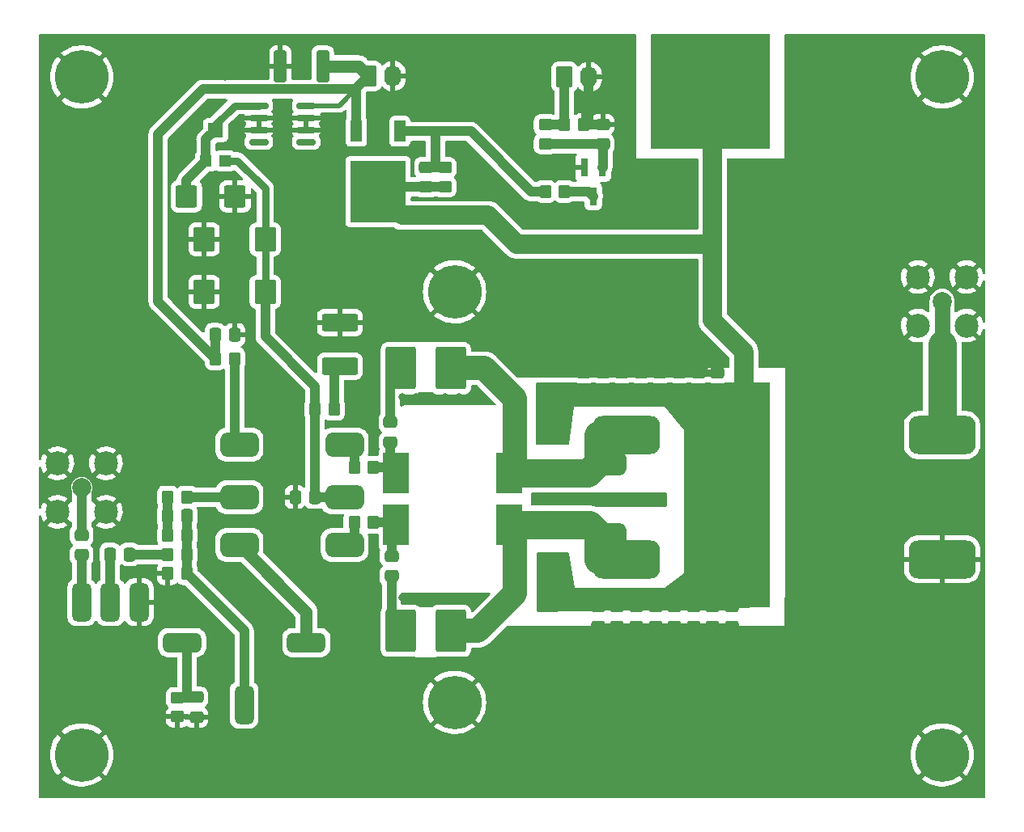
<source format=gtl>
G04 #@! TF.GenerationSoftware,KiCad,Pcbnew,(6.0.0)*
G04 #@! TF.CreationDate,2022-09-04T09:00:45+02:00*
G04 #@! TF.ProjectId,Ampli_0_5W,416d706c-695f-4305-9f35-572e6b696361,rev?*
G04 #@! TF.SameCoordinates,Original*
G04 #@! TF.FileFunction,Copper,L1,Top*
G04 #@! TF.FilePolarity,Positive*
%FSLAX46Y46*%
G04 Gerber Fmt 4.6, Leading zero omitted, Abs format (unit mm)*
G04 Created by KiCad (PCBNEW (6.0.0)) date 2022-09-04 09:00:45*
%MOMM*%
%LPD*%
G01*
G04 APERTURE LIST*
G04 Aperture macros list*
%AMRoundRect*
0 Rectangle with rounded corners*
0 $1 Rounding radius*
0 $2 $3 $4 $5 $6 $7 $8 $9 X,Y pos of 4 corners*
0 Add a 4 corners polygon primitive as box body*
4,1,4,$2,$3,$4,$5,$6,$7,$8,$9,$2,$3,0*
0 Add four circle primitives for the rounded corners*
1,1,$1+$1,$2,$3*
1,1,$1+$1,$4,$5*
1,1,$1+$1,$6,$7*
1,1,$1+$1,$8,$9*
0 Add four rect primitives between the rounded corners*
20,1,$1+$1,$2,$3,$4,$5,0*
20,1,$1+$1,$4,$5,$6,$7,0*
20,1,$1+$1,$6,$7,$8,$9,0*
20,1,$1+$1,$8,$9,$2,$3,0*%
G04 Aperture macros list end*
G04 #@! TA.AperFunction,SMDPad,CuDef*
%ADD10R,2.700000X4.320000*%
G04 #@! TD*
G04 #@! TA.AperFunction,ComponentPad*
%ADD11C,5.600000*%
G04 #@! TD*
G04 #@! TA.AperFunction,SMDPad,CuDef*
%ADD12RoundRect,0.250000X0.337500X0.475000X-0.337500X0.475000X-0.337500X-0.475000X0.337500X-0.475000X0*%
G04 #@! TD*
G04 #@! TA.AperFunction,SMDPad,CuDef*
%ADD13RoundRect,0.625000X-1.375000X-0.625000X1.375000X-0.625000X1.375000X0.625000X-1.375000X0.625000X0*%
G04 #@! TD*
G04 #@! TA.AperFunction,SMDPad,CuDef*
%ADD14RoundRect,0.250000X0.350000X0.450000X-0.350000X0.450000X-0.350000X-0.450000X0.350000X-0.450000X0*%
G04 #@! TD*
G04 #@! TA.AperFunction,SMDPad,CuDef*
%ADD15RoundRect,0.250000X0.475000X-0.337500X0.475000X0.337500X-0.475000X0.337500X-0.475000X-0.337500X0*%
G04 #@! TD*
G04 #@! TA.AperFunction,SMDPad,CuDef*
%ADD16RoundRect,0.500000X1.500000X-0.500000X1.500000X0.500000X-1.500000X0.500000X-1.500000X-0.500000X0*%
G04 #@! TD*
G04 #@! TA.AperFunction,SMDPad,CuDef*
%ADD17RoundRect,0.500000X-0.500000X-1.500000X0.500000X-1.500000X0.500000X1.500000X-0.500000X1.500000X0*%
G04 #@! TD*
G04 #@! TA.AperFunction,SMDPad,CuDef*
%ADD18RoundRect,0.250000X0.400000X1.450000X-0.400000X1.450000X-0.400000X-1.450000X0.400000X-1.450000X0*%
G04 #@! TD*
G04 #@! TA.AperFunction,SMDPad,CuDef*
%ADD19RoundRect,0.150000X-0.825000X-0.150000X0.825000X-0.150000X0.825000X0.150000X-0.825000X0.150000X0*%
G04 #@! TD*
G04 #@! TA.AperFunction,SMDPad,CuDef*
%ADD20RoundRect,0.250000X-0.475000X0.337500X-0.475000X-0.337500X0.475000X-0.337500X0.475000X0.337500X0*%
G04 #@! TD*
G04 #@! TA.AperFunction,SMDPad,CuDef*
%ADD21RoundRect,0.250000X0.875000X1.025000X-0.875000X1.025000X-0.875000X-1.025000X0.875000X-1.025000X0*%
G04 #@! TD*
G04 #@! TA.AperFunction,ComponentPad*
%ADD22RoundRect,0.250000X-0.620000X-0.845000X0.620000X-0.845000X0.620000X0.845000X-0.620000X0.845000X0*%
G04 #@! TD*
G04 #@! TA.AperFunction,ComponentPad*
%ADD23O,1.740000X2.190000*%
G04 #@! TD*
G04 #@! TA.AperFunction,SMDPad,CuDef*
%ADD24R,0.800000X1.900000*%
G04 #@! TD*
G04 #@! TA.AperFunction,SMDPad,CuDef*
%ADD25RoundRect,0.250000X-0.337500X-0.475000X0.337500X-0.475000X0.337500X0.475000X-0.337500X0.475000X0*%
G04 #@! TD*
G04 #@! TA.AperFunction,SMDPad,CuDef*
%ADD26RoundRect,0.250000X0.450000X-0.350000X0.450000X0.350000X-0.450000X0.350000X-0.450000X-0.350000X0*%
G04 #@! TD*
G04 #@! TA.AperFunction,SMDPad,CuDef*
%ADD27RoundRect,0.250000X-1.625000X0.675000X-1.625000X-0.675000X1.625000X-0.675000X1.625000X0.675000X0*%
G04 #@! TD*
G04 #@! TA.AperFunction,SMDPad,CuDef*
%ADD28RoundRect,0.250000X1.350000X1.975000X-1.350000X1.975000X-1.350000X-1.975000X1.350000X-1.975000X0*%
G04 #@! TD*
G04 #@! TA.AperFunction,SMDPad,CuDef*
%ADD29RoundRect,0.250000X-0.350000X-0.450000X0.350000X-0.450000X0.350000X0.450000X-0.350000X0.450000X0*%
G04 #@! TD*
G04 #@! TA.AperFunction,SMDPad,CuDef*
%ADD30R,1.200000X2.200000*%
G04 #@! TD*
G04 #@! TA.AperFunction,SMDPad,CuDef*
%ADD31R,5.800000X6.400000*%
G04 #@! TD*
G04 #@! TA.AperFunction,SMDPad,CuDef*
%ADD32R,1.200000X1.200000*%
G04 #@! TD*
G04 #@! TA.AperFunction,SMDPad,CuDef*
%ADD33R,1.600000X1.500000*%
G04 #@! TD*
G04 #@! TA.AperFunction,ComponentPad*
%ADD34C,1.998980*%
G04 #@! TD*
G04 #@! TA.AperFunction,ComponentPad*
%ADD35C,2.499360*%
G04 #@! TD*
G04 #@! TA.AperFunction,SMDPad,CuDef*
%ADD36RoundRect,0.250000X-0.875000X-0.925000X0.875000X-0.925000X0.875000X0.925000X-0.875000X0.925000X0*%
G04 #@! TD*
G04 #@! TA.AperFunction,SMDPad,CuDef*
%ADD37RoundRect,1.000000X2.500000X-1.000000X2.500000X1.000000X-2.500000X1.000000X-2.500000X-1.000000X0*%
G04 #@! TD*
G04 #@! TA.AperFunction,ViaPad*
%ADD38C,0.800000*%
G04 #@! TD*
G04 #@! TA.AperFunction,Conductor*
%ADD39C,0.800000*%
G04 #@! TD*
G04 #@! TA.AperFunction,Conductor*
%ADD40C,1.000000*%
G04 #@! TD*
G04 #@! TA.AperFunction,Conductor*
%ADD41C,2.000000*%
G04 #@! TD*
G04 #@! TA.AperFunction,Conductor*
%ADD42C,1.300000*%
G04 #@! TD*
G04 #@! TA.AperFunction,Conductor*
%ADD43C,0.500000*%
G04 #@! TD*
G04 #@! TA.AperFunction,Conductor*
%ADD44C,1.600000*%
G04 #@! TD*
G04 #@! TA.AperFunction,Conductor*
%ADD45C,3.000000*%
G04 #@! TD*
G04 #@! TA.AperFunction,Conductor*
%ADD46C,2.500000*%
G04 #@! TD*
G04 APERTURE END LIST*
D10*
X117900000Y-76500000D03*
X117900000Y-81900000D03*
X129700000Y-81900000D03*
X129700000Y-76500000D03*
D11*
X85000000Y-35000000D03*
D12*
X96037500Y-81000000D03*
X93962500Y-81000000D03*
D13*
X101500000Y-84000000D03*
X101500000Y-79000000D03*
X101500000Y-73500000D03*
X112500000Y-73500000D03*
X112500000Y-79000000D03*
X112500000Y-84000000D03*
D14*
X115500000Y-75900000D03*
X113500000Y-75900000D03*
D15*
X97000000Y-102037500D03*
X97000000Y-99962500D03*
X145000000Y-92537500D03*
X145000000Y-90462500D03*
D14*
X96000000Y-83000000D03*
X94000000Y-83000000D03*
D11*
X85000000Y-106000000D03*
D15*
X143000000Y-92537500D03*
X143000000Y-90462500D03*
D11*
X163000000Y-35000000D03*
D16*
X95500000Y-94237500D03*
D17*
X102000000Y-100737500D03*
D16*
X108500000Y-94237500D03*
D18*
X110225000Y-33900000D03*
X105775000Y-33900000D03*
D19*
X103525000Y-37995000D03*
X103525000Y-39265000D03*
X103525000Y-40535000D03*
X103525000Y-41805000D03*
X108475000Y-41805000D03*
X108475000Y-40535000D03*
X108475000Y-39265000D03*
X108475000Y-37995000D03*
D20*
X151500000Y-65962500D03*
X151500000Y-68037500D03*
D11*
X124000000Y-100500000D03*
X124000000Y-57500000D03*
D21*
X104200000Y-57500000D03*
X97800000Y-57500000D03*
D17*
X85000000Y-90000000D03*
X88000000Y-90000000D03*
X91000000Y-90000000D03*
D11*
X175000000Y-106000000D03*
D20*
X137500000Y-65962500D03*
X137500000Y-68037500D03*
D22*
X115000000Y-34900000D03*
D23*
X117540000Y-34900000D03*
D15*
X151000000Y-92537500D03*
X151000000Y-90462500D03*
D12*
X109400000Y-79000000D03*
X107325000Y-79000000D03*
D15*
X139500000Y-42037500D03*
X139500000Y-39962500D03*
D24*
X139450000Y-44500000D03*
X137550000Y-44500000D03*
X138500000Y-47500000D03*
D20*
X145500000Y-65962500D03*
X145500000Y-68037500D03*
D15*
X141000000Y-92537500D03*
X141000000Y-90462500D03*
D14*
X137500000Y-40000000D03*
X135500000Y-40000000D03*
D11*
X151000000Y-35500000D03*
D14*
X115500000Y-81600000D03*
X113500000Y-81600000D03*
D25*
X98962500Y-62000000D03*
X101037500Y-62000000D03*
D26*
X123000000Y-46500000D03*
X123000000Y-44500000D03*
D14*
X96000000Y-79000000D03*
X94000000Y-79000000D03*
D25*
X87962500Y-85000000D03*
X90037500Y-85000000D03*
D14*
X96000000Y-85000000D03*
X94000000Y-85000000D03*
D11*
X175000000Y-35000000D03*
D27*
X112000000Y-60725000D03*
X112000000Y-65275000D03*
D28*
X123600000Y-93000000D03*
X118400000Y-93000000D03*
D29*
X94000000Y-87000000D03*
X96000000Y-87000000D03*
D20*
X149500000Y-65962500D03*
X149500000Y-68037500D03*
D15*
X139000000Y-92537500D03*
X139000000Y-90462500D03*
X149000000Y-92537500D03*
X149000000Y-90462500D03*
D26*
X95000000Y-102000000D03*
X95000000Y-100000000D03*
D20*
X141500000Y-65962500D03*
X141500000Y-68037500D03*
D15*
X153000000Y-92537500D03*
X153000000Y-90462500D03*
D14*
X111400000Y-69800000D03*
X109400000Y-69800000D03*
D30*
X118280000Y-40700000D03*
D31*
X116000000Y-47000000D03*
D30*
X113720000Y-40700000D03*
D20*
X139500000Y-65962500D03*
X139500000Y-68037500D03*
D15*
X117300000Y-73237500D03*
X117300000Y-71162500D03*
D28*
X123600000Y-65500000D03*
X118400000Y-65500000D03*
D13*
X140000000Y-83000000D03*
X140000000Y-75500000D03*
D20*
X85000000Y-82962500D03*
X85000000Y-85037500D03*
D22*
X135500000Y-35000000D03*
D23*
X138040000Y-35000000D03*
D32*
X98000000Y-43800000D03*
D33*
X99000000Y-40550000D03*
D32*
X100000000Y-43800000D03*
D26*
X133500000Y-42000000D03*
X133500000Y-40000000D03*
D34*
X85000000Y-78000000D03*
D35*
X82460000Y-75460000D03*
X87540000Y-75460000D03*
X82460000Y-80540000D03*
X87540000Y-80540000D03*
D15*
X121000000Y-46537500D03*
X121000000Y-44462500D03*
D20*
X143500000Y-65962500D03*
X143500000Y-68037500D03*
D36*
X95950000Y-47500000D03*
X101050000Y-47500000D03*
D37*
X142000000Y-72500000D03*
X142000000Y-85500000D03*
X175000000Y-85500000D03*
X175000000Y-72500000D03*
D21*
X104200000Y-52000000D03*
X97800000Y-52000000D03*
D14*
X101000000Y-64500000D03*
X99000000Y-64500000D03*
D15*
X117400000Y-87237500D03*
X117400000Y-85162500D03*
D14*
X135500000Y-47000000D03*
X133500000Y-47000000D03*
D20*
X147500000Y-65962500D03*
X147500000Y-68037500D03*
D34*
X175000000Y-58500000D03*
D35*
X172460000Y-61040000D03*
X172460000Y-55960000D03*
X177540000Y-55960000D03*
X177540000Y-61040000D03*
D15*
X147000000Y-92537500D03*
X147000000Y-90462500D03*
D38*
X170000000Y-60000000D03*
X113000000Y-95000000D03*
X105000000Y-105000000D03*
X98000000Y-75000000D03*
X165000000Y-110000000D03*
X90000000Y-70000000D03*
X82000000Y-93000000D03*
X165000000Y-65000000D03*
X152000000Y-64500000D03*
X143000000Y-94000000D03*
X125000000Y-110000000D03*
X95000000Y-50750000D03*
X85000000Y-70000000D03*
X115500000Y-86500000D03*
X101000000Y-87000000D03*
X160000000Y-55000000D03*
X120000000Y-60000000D03*
X165000000Y-60000000D03*
X125000000Y-105000000D03*
X170000000Y-90000000D03*
X90000000Y-40000000D03*
X135000000Y-50000000D03*
X150000000Y-110000000D03*
X115500000Y-85000000D03*
X150500000Y-64500000D03*
X115500000Y-72500000D03*
X85000000Y-40000000D03*
X105000000Y-78500000D03*
X145000000Y-105000000D03*
X90000000Y-50000000D03*
X120000000Y-105000000D03*
X145000000Y-60000000D03*
X123000000Y-89500000D03*
X85000000Y-60000000D03*
X110000000Y-87000000D03*
X131100000Y-64600000D03*
X120000000Y-68500000D03*
X120000000Y-89500000D03*
X175000000Y-90000000D03*
X105000000Y-83000000D03*
X90000000Y-60000000D03*
X146000000Y-94000000D03*
X115500000Y-74000000D03*
X170000000Y-50000000D03*
X141500000Y-79300000D03*
X175000000Y-45000000D03*
X129400000Y-94000000D03*
X105000000Y-75500000D03*
X115000000Y-60000000D03*
X115500000Y-95500000D03*
X95000000Y-65000000D03*
X138500000Y-64500000D03*
X95000000Y-75000000D03*
X110000000Y-50000000D03*
X91000000Y-75000000D03*
X95000000Y-52000000D03*
X115500000Y-68000000D03*
X118500000Y-68500000D03*
X130900000Y-94000000D03*
X135600000Y-64600000D03*
X82000000Y-83000000D03*
X155000000Y-45000000D03*
X136500000Y-79250000D03*
X165000000Y-90000000D03*
X158000000Y-94000000D03*
X95000000Y-57000000D03*
X175000000Y-50000000D03*
X98000000Y-70000000D03*
X165000000Y-95000000D03*
X82000000Y-88000000D03*
X145600000Y-79300000D03*
X138500000Y-94000000D03*
X85000000Y-65000000D03*
X170000000Y-100000000D03*
X115500000Y-69500000D03*
X110000000Y-105000000D03*
X145000000Y-110000000D03*
X129600000Y-64600000D03*
X125000000Y-35000000D03*
X115500000Y-89500000D03*
X140000000Y-94000000D03*
X134500000Y-79250000D03*
X165000000Y-55000000D03*
X144500000Y-94000000D03*
X115000000Y-55000000D03*
X135400000Y-94000000D03*
X90000000Y-45000000D03*
X152000000Y-94000000D03*
X132400000Y-79250000D03*
X144600000Y-79300000D03*
X105000000Y-65000000D03*
X146000000Y-64500000D03*
X100250000Y-50750000D03*
X100000000Y-110000000D03*
X140000000Y-55000000D03*
X165000000Y-50000000D03*
X115500000Y-91000000D03*
X132400000Y-94000000D03*
X90000000Y-35000000D03*
X140000000Y-105000000D03*
X159750000Y-64500000D03*
X140000000Y-64500000D03*
X160000000Y-105000000D03*
X147500000Y-64500000D03*
X142600000Y-79300000D03*
X105000000Y-77000000D03*
X133900000Y-94000000D03*
X137000000Y-64500000D03*
X95000000Y-55750000D03*
X98000000Y-82000000D03*
X110000000Y-110000000D03*
X95000000Y-105000000D03*
X156750000Y-64500000D03*
X105000000Y-74000000D03*
X135131018Y-54868982D03*
X115000000Y-100000000D03*
X150000000Y-100000000D03*
X138500000Y-79250000D03*
X165000000Y-75000000D03*
X115500000Y-66500000D03*
X115000000Y-110000000D03*
X175000000Y-80000000D03*
X143600000Y-79300000D03*
X121500000Y-89500000D03*
X115500000Y-88000000D03*
X165000000Y-80000000D03*
X155000000Y-55000000D03*
X115500000Y-65000000D03*
X160000000Y-40000000D03*
X170000000Y-55000000D03*
X170000000Y-105000000D03*
X120000000Y-55000000D03*
X113000000Y-90000000D03*
X124500000Y-89500000D03*
X115500000Y-83500000D03*
X132600000Y-64600000D03*
X135500000Y-79250000D03*
X82000000Y-98000000D03*
X110000000Y-45000000D03*
X159500000Y-94000000D03*
X95000000Y-35000000D03*
X115500000Y-94000000D03*
X90000000Y-65000000D03*
X134100000Y-64600000D03*
X165000000Y-45000000D03*
X160000000Y-110000000D03*
X145000000Y-100000000D03*
X175000000Y-100000000D03*
X85000000Y-50000000D03*
X130000000Y-100000000D03*
X147500000Y-94000000D03*
X130000000Y-40000000D03*
X155000000Y-110000000D03*
X85000000Y-55000000D03*
X120000000Y-110000000D03*
X130000000Y-35000000D03*
X160000000Y-60000000D03*
X170000000Y-80000000D03*
X130000000Y-60000000D03*
X170000000Y-65000000D03*
X135000000Y-105000000D03*
X130000000Y-110000000D03*
X100250000Y-53250000D03*
X155000000Y-105000000D03*
X155000000Y-50000000D03*
X139500000Y-79250000D03*
X105000000Y-80000000D03*
X100250000Y-58250000D03*
X100250000Y-55750000D03*
X105000000Y-110000000D03*
X137000000Y-94000000D03*
X137500000Y-79250000D03*
X91000000Y-83000000D03*
X155000000Y-60000000D03*
X144500000Y-64500000D03*
X98000000Y-86000000D03*
X140000000Y-60000000D03*
X165000000Y-40000000D03*
X165000000Y-105000000D03*
X160000000Y-45000000D03*
X118500000Y-89500000D03*
X90000000Y-100000000D03*
X90000000Y-105000000D03*
X100250000Y-57000000D03*
X165000000Y-100000000D03*
X121500000Y-68500000D03*
X95000000Y-53250000D03*
X149000000Y-94000000D03*
X115500000Y-92500000D03*
X115500000Y-63000000D03*
X95000000Y-110000000D03*
X110000000Y-100000000D03*
X133500000Y-79250000D03*
X156500000Y-94000000D03*
X90000000Y-55000000D03*
X141500000Y-94000000D03*
X95000000Y-54500000D03*
X175000000Y-40000000D03*
X149000000Y-64500000D03*
X123000000Y-68500000D03*
X115000000Y-105000000D03*
X160000000Y-50000000D03*
X140000000Y-110000000D03*
X135000000Y-100000000D03*
X100250000Y-52000000D03*
X170000000Y-110000000D03*
X175000000Y-95000000D03*
X155000000Y-94000000D03*
X150500000Y-94000000D03*
X140500000Y-79250000D03*
X170000000Y-45000000D03*
X100000000Y-105000000D03*
X85000000Y-100000000D03*
X165000000Y-70000000D03*
X130000000Y-55000000D03*
X115500000Y-71000000D03*
X105000000Y-81500000D03*
X105000000Y-70000000D03*
X130000000Y-105000000D03*
X90000000Y-110000000D03*
X126000000Y-89500000D03*
X140000000Y-100000000D03*
X170000000Y-40000000D03*
X158250000Y-64461510D03*
X160000000Y-100000000D03*
X135000000Y-110000000D03*
X145000000Y-50000000D03*
X145000000Y-55000000D03*
X140000000Y-50000000D03*
X110000000Y-55000000D03*
X153500000Y-94000000D03*
X91000000Y-79000000D03*
X143000000Y-64500000D03*
X126000000Y-68500000D03*
X100000000Y-35000000D03*
X150000000Y-105000000D03*
X170000000Y-95000000D03*
X155000000Y-100000000D03*
X141500000Y-64500000D03*
X95000000Y-70000000D03*
X165000000Y-85000000D03*
X124500000Y-68500000D03*
X85000000Y-45000000D03*
D39*
X104200000Y-46700000D02*
X104200000Y-52000000D01*
X100000000Y-43800000D02*
X101300000Y-43800000D01*
X104200000Y-52000000D02*
X104200000Y-57500000D01*
D40*
X104200000Y-62200000D02*
X104200000Y-57500000D01*
D39*
X101300000Y-43800000D02*
X104200000Y-46700000D01*
D40*
X109400000Y-79000000D02*
X112500000Y-79000000D01*
X109400000Y-69800000D02*
X109400000Y-79000000D01*
X109400000Y-69800000D02*
X109400000Y-67400000D01*
X109400000Y-67400000D02*
X104200000Y-62200000D01*
D39*
X151000000Y-92537500D02*
X153000000Y-92537500D01*
D40*
X138040000Y-35000000D02*
X138040000Y-39460000D01*
D39*
X143500000Y-65962500D02*
X145500000Y-65962500D01*
X141000000Y-92537500D02*
X143000000Y-92537500D01*
X137500000Y-65962500D02*
X139500000Y-65962500D01*
D40*
X137500000Y-40000000D02*
X139462500Y-40000000D01*
D39*
X143000000Y-92537500D02*
X145000000Y-92537500D01*
X139000000Y-92537500D02*
X141000000Y-92537500D01*
D40*
X139462500Y-40000000D02*
X139500000Y-39962500D01*
D39*
X149000000Y-92537500D02*
X151000000Y-92537500D01*
X139500000Y-65962500D02*
X141500000Y-65962500D01*
X149500000Y-65962500D02*
X151500000Y-65962500D01*
D40*
X138040000Y-39460000D02*
X137500000Y-40000000D01*
D39*
X147500000Y-65962500D02*
X149500000Y-65962500D01*
X147000000Y-92537500D02*
X149000000Y-92537500D01*
X145500000Y-65962500D02*
X147500000Y-65962500D01*
X145000000Y-92537500D02*
X147000000Y-92537500D01*
X141500000Y-65962500D02*
X143500000Y-65962500D01*
D40*
X85000000Y-78000000D02*
X85000000Y-82962500D01*
X85000000Y-85037500D02*
X85000000Y-90000000D01*
X139462500Y-42000000D02*
X139500000Y-42037500D01*
X139500000Y-42037500D02*
X139500000Y-44450000D01*
X139500000Y-44450000D02*
X139450000Y-44500000D01*
X133500000Y-42000000D02*
X139462500Y-42000000D01*
X88000000Y-85037500D02*
X87962500Y-85000000D01*
X88000000Y-90000000D02*
X88000000Y-85037500D01*
X90037500Y-85000000D02*
X94000000Y-85000000D01*
X121037500Y-46500000D02*
X121000000Y-46537500D01*
D39*
X151500000Y-68037500D02*
X152037500Y-68037500D01*
D40*
X116000000Y-47000000D02*
X118500000Y-49500000D01*
D39*
X139500000Y-68037500D02*
X141500000Y-68037500D01*
D41*
X154250000Y-63750000D02*
X154250000Y-70250000D01*
D39*
X147500000Y-68037500D02*
X149500000Y-68037500D01*
X145500000Y-68037500D02*
X147500000Y-68037500D01*
X149500000Y-68037500D02*
X151500000Y-68037500D01*
X149000000Y-90462500D02*
X151000000Y-90462500D01*
X143000000Y-90462500D02*
X145000000Y-90462500D01*
D41*
X154250000Y-70250000D02*
X154250000Y-87000000D01*
D39*
X148537500Y-90462500D02*
X147000000Y-90462500D01*
D41*
X127500000Y-49500000D02*
X118500000Y-49500000D01*
D39*
X151000000Y-90250000D02*
X152500000Y-88750000D01*
X145000000Y-90462500D02*
X147000000Y-90462500D01*
D41*
X154250000Y-87000000D02*
X152500000Y-88750000D01*
D39*
X151000000Y-90462500D02*
X151000000Y-90250000D01*
X151000000Y-90462500D02*
X153000000Y-90462500D01*
D40*
X118000000Y-49000000D02*
X116000000Y-47000000D01*
D41*
X130500000Y-52500000D02*
X151000000Y-52500000D01*
D40*
X123000000Y-46500000D02*
X121037500Y-46500000D01*
D39*
X143500000Y-68037500D02*
X145500000Y-68037500D01*
X137500000Y-68037500D02*
X139500000Y-68037500D01*
D40*
X116462500Y-46537500D02*
X116000000Y-47000000D01*
D39*
X139000000Y-90462500D02*
X141000000Y-90462500D01*
X141500000Y-68037500D02*
X143500000Y-68037500D01*
D41*
X151000000Y-52500000D02*
X151000000Y-60500000D01*
D39*
X152037500Y-68037500D02*
X154250000Y-70250000D01*
D41*
X127500000Y-49500000D02*
X130500000Y-52500000D01*
D40*
X121000000Y-46537500D02*
X116462500Y-46537500D01*
X115825000Y-46825000D02*
X116000000Y-47000000D01*
D41*
X151000000Y-60500000D02*
X154250000Y-63750000D01*
X151000000Y-35500000D02*
X151000000Y-52500000D01*
D39*
X141000000Y-90462500D02*
X143000000Y-90462500D01*
D40*
X132000000Y-47000000D02*
X125700000Y-40700000D01*
X123000000Y-44500000D02*
X122000000Y-44500000D01*
X121037500Y-44500000D02*
X121000000Y-44462500D01*
X122000000Y-44500000D02*
X122000000Y-40900000D01*
X133500000Y-47000000D02*
X132000000Y-47000000D01*
X122000000Y-40900000D02*
X121800000Y-40700000D01*
X122000000Y-44500000D02*
X121037500Y-44500000D01*
X125700000Y-40700000D02*
X121800000Y-40700000D01*
X121800000Y-40700000D02*
X118280000Y-40700000D01*
X113720000Y-36180000D02*
X113600480Y-36299520D01*
X99000000Y-62037500D02*
X98962500Y-62000000D01*
X113720000Y-40700000D02*
X113720000Y-41180000D01*
D42*
X110225000Y-33900000D02*
X114000000Y-33900000D01*
D40*
X113600480Y-36299520D02*
X97700480Y-36299520D01*
X93000000Y-58500000D02*
X99000000Y-64500000D01*
D42*
X114000000Y-33900000D02*
X115000000Y-34900000D01*
D43*
X111905000Y-37995000D02*
X115000000Y-34900000D01*
X108475000Y-37995000D02*
X111905000Y-37995000D01*
D40*
X113720000Y-40700000D02*
X113720000Y-36180000D01*
X93000000Y-41000000D02*
X93000000Y-58500000D01*
X99000000Y-64500000D02*
X99000000Y-62037500D01*
D43*
X108475000Y-37995000D02*
X109995000Y-37995000D01*
D40*
X97700480Y-36299520D02*
X93000000Y-41000000D01*
X113720000Y-36180000D02*
X115000000Y-34900000D01*
X102000000Y-100737500D02*
X102000000Y-93000000D01*
X102000000Y-93000000D02*
X96000000Y-87000000D01*
X96000000Y-85000000D02*
X96000000Y-83000000D01*
X96000000Y-85000000D02*
X96000000Y-87000000D01*
X96000000Y-83000000D02*
X96000000Y-81037500D01*
X96000000Y-81037500D02*
X96037500Y-81000000D01*
X94000000Y-81037500D02*
X93962500Y-81000000D01*
X94000000Y-83000000D02*
X94000000Y-81037500D01*
X93962500Y-79037500D02*
X94000000Y-79000000D01*
X93962500Y-81000000D02*
X93962500Y-79037500D01*
X96000000Y-94737500D02*
X95500000Y-94237500D01*
X96000000Y-100000000D02*
X96000000Y-94737500D01*
X96000000Y-100000000D02*
X96962500Y-100000000D01*
X95000000Y-100000000D02*
X96000000Y-100000000D01*
X96962500Y-100000000D02*
X97000000Y-99962500D01*
X95950000Y-47500000D02*
X95950000Y-45850000D01*
D39*
X101005000Y-37995000D02*
X99000000Y-40000000D01*
X99000000Y-40000000D02*
X99000000Y-40550000D01*
D40*
X98000000Y-43800000D02*
X98000000Y-41550000D01*
X98000000Y-41550000D02*
X99000000Y-40550000D01*
D39*
X103525000Y-37995000D02*
X101005000Y-37995000D01*
D40*
X95950000Y-45850000D02*
X98000000Y-43800000D01*
X117300000Y-73237500D02*
X117300000Y-75900000D01*
X117300000Y-75900000D02*
X117900000Y-76500000D01*
X115500000Y-75900000D02*
X117300000Y-75900000D01*
X117300000Y-71162500D02*
X117300000Y-66600000D01*
X117300000Y-66600000D02*
X118400000Y-65500000D01*
X117400000Y-87237500D02*
X117400000Y-92000000D01*
X117400000Y-92000000D02*
X118400000Y-93000000D01*
X117400000Y-85162500D02*
X117400000Y-82400000D01*
X117600000Y-81600000D02*
X117900000Y-81900000D01*
X117400000Y-82400000D02*
X117900000Y-81900000D01*
X115500000Y-81600000D02*
X117600000Y-81600000D01*
X111400000Y-69800000D02*
X111400000Y-65875000D01*
X111400000Y-65875000D02*
X112000000Y-65275000D01*
X135500000Y-40000000D02*
X133500000Y-40000000D01*
X135500000Y-35000000D02*
X135500000Y-40000000D01*
D44*
X175000000Y-58500000D02*
X175000000Y-63000000D01*
D45*
X175000000Y-63000000D02*
X175000000Y-72500000D01*
D40*
X138000000Y-47000000D02*
X138500000Y-47500000D01*
X135500000Y-47000000D02*
X138000000Y-47000000D01*
D42*
X108500000Y-91000000D02*
X101500000Y-84000000D01*
X108500000Y-94237500D02*
X108500000Y-91000000D01*
D46*
X130300020Y-68700020D02*
X127100000Y-65500000D01*
D45*
X139000000Y-75400000D02*
X137900000Y-76500000D01*
D46*
X127100000Y-65500000D02*
X123600000Y-65500000D01*
D45*
X137900000Y-76500000D02*
X129800020Y-76500000D01*
D46*
X130300020Y-68700020D02*
X130300020Y-75899980D01*
D45*
X139000000Y-72500000D02*
X139000000Y-75400000D01*
D40*
X101000000Y-64500000D02*
X101000000Y-73000000D01*
X101000000Y-73000000D02*
X101500000Y-73500000D01*
X96000000Y-79000000D02*
X101500000Y-79000000D01*
X113500000Y-74500000D02*
X112500000Y-73500000D01*
X113500000Y-75900000D02*
X113500000Y-74500000D01*
X113500000Y-83000000D02*
X112500000Y-84000000D01*
X113500000Y-81600000D02*
X113500000Y-83000000D01*
D46*
X130300020Y-89121328D02*
X126421348Y-93000000D01*
X126421348Y-93000000D02*
X123600000Y-93000000D01*
D45*
X138100000Y-81900000D02*
X129800020Y-81900000D01*
D46*
X130300020Y-89121328D02*
X130300020Y-82500020D01*
D45*
X139000000Y-82800000D02*
X138100000Y-81900000D01*
X139000000Y-85500000D02*
X139000000Y-82800000D01*
G04 #@! TA.AperFunction,Conductor*
G36*
X108354595Y-67780830D02*
G01*
X108388621Y-67843142D01*
X108391500Y-67869925D01*
X108391500Y-68937015D01*
X108372759Y-69003132D01*
X108361726Y-69021030D01*
X108361724Y-69021033D01*
X108357885Y-69027262D01*
X108331436Y-69107005D01*
X108326288Y-69122526D01*
X108302203Y-69195139D01*
X108291500Y-69299600D01*
X108291500Y-70300400D01*
X108302474Y-70406166D01*
X108304655Y-70412702D01*
X108304655Y-70412704D01*
X108332456Y-70496032D01*
X108358450Y-70573946D01*
X108362304Y-70580174D01*
X108362305Y-70580176D01*
X108372644Y-70596883D01*
X108391500Y-70663186D01*
X108391500Y-77877837D01*
X108371498Y-77945958D01*
X108317842Y-77992451D01*
X108247568Y-78002555D01*
X108182988Y-77973061D01*
X108176482Y-77967010D01*
X108140671Y-77931261D01*
X108129260Y-77922249D01*
X107991257Y-77837184D01*
X107978076Y-77831037D01*
X107823790Y-77779862D01*
X107810414Y-77776995D01*
X107716062Y-77767328D01*
X107709645Y-77767000D01*
X107597115Y-77767000D01*
X107581876Y-77771475D01*
X107580671Y-77772865D01*
X107579000Y-77780548D01*
X107579000Y-80214884D01*
X107583475Y-80230123D01*
X107584865Y-80231328D01*
X107592548Y-80232999D01*
X107709595Y-80232999D01*
X107716114Y-80232662D01*
X107811706Y-80222743D01*
X107825100Y-80219851D01*
X107979284Y-80168412D01*
X107992462Y-80162239D01*
X108130307Y-80076937D01*
X108141708Y-80067901D01*
X108256238Y-79953172D01*
X108263294Y-79944238D01*
X108321212Y-79903177D01*
X108392135Y-79899947D01*
X108453546Y-79935574D01*
X108460346Y-79943407D01*
X108464022Y-79949348D01*
X108589197Y-80074305D01*
X108595427Y-80078145D01*
X108595428Y-80078146D01*
X108732788Y-80162816D01*
X108739762Y-80167115D01*
X108778935Y-80180108D01*
X108901111Y-80220632D01*
X108901113Y-80220632D01*
X108907639Y-80222797D01*
X108914475Y-80223497D01*
X108914478Y-80223498D01*
X108957531Y-80227909D01*
X109012100Y-80233500D01*
X109787900Y-80233500D01*
X109791146Y-80233163D01*
X109791150Y-80233163D01*
X109886808Y-80223238D01*
X109886812Y-80223237D01*
X109893666Y-80222526D01*
X109900202Y-80220345D01*
X109900204Y-80220345D01*
X110020809Y-80180108D01*
X110091759Y-80177524D01*
X110152842Y-80213708D01*
X110164957Y-80228898D01*
X110247650Y-80350807D01*
X110323626Y-80426650D01*
X110396479Y-80499376D01*
X110396482Y-80499379D01*
X110400726Y-80503615D01*
X110579935Y-80624721D01*
X110778811Y-80709754D01*
X110784671Y-80711026D01*
X110784670Y-80711026D01*
X110985416Y-80754612D01*
X110985418Y-80754612D01*
X110990179Y-80755646D01*
X111000610Y-80756266D01*
X111036360Y-80758390D01*
X111036369Y-80758390D01*
X111038216Y-80758500D01*
X112306150Y-80758500D01*
X112374271Y-80778502D01*
X112420764Y-80832158D01*
X112430868Y-80902432D01*
X112425743Y-80924167D01*
X112402203Y-80995139D01*
X112391500Y-81099600D01*
X112391500Y-82100400D01*
X112391837Y-82103650D01*
X112392005Y-82106892D01*
X112390904Y-82106949D01*
X112378839Y-82172343D01*
X112330257Y-82224114D01*
X112266390Y-82241500D01*
X111038216Y-82241500D01*
X110988205Y-82244591D01*
X110776918Y-82290852D01*
X110578191Y-82376232D01*
X110399193Y-82497650D01*
X110325622Y-82571350D01*
X110250624Y-82646479D01*
X110250621Y-82646482D01*
X110246385Y-82650726D01*
X110243028Y-82655694D01*
X110139362Y-82809096D01*
X110125279Y-82829935D01*
X110040246Y-83028811D01*
X109994354Y-83240179D01*
X109991500Y-83288216D01*
X109991500Y-84711784D01*
X109994591Y-84761795D01*
X110040852Y-84973082D01*
X110126232Y-85171809D01*
X110247650Y-85350807D01*
X110319102Y-85422134D01*
X110396479Y-85499376D01*
X110396482Y-85499379D01*
X110400726Y-85503615D01*
X110405694Y-85506972D01*
X110560207Y-85611389D01*
X110579935Y-85624721D01*
X110585444Y-85627077D01*
X110585445Y-85627077D01*
X110610300Y-85637704D01*
X110778811Y-85709754D01*
X110784671Y-85711026D01*
X110784670Y-85711026D01*
X110985416Y-85754612D01*
X110985418Y-85754612D01*
X110990179Y-85755646D01*
X111000610Y-85756266D01*
X111036360Y-85758390D01*
X111036369Y-85758390D01*
X111038216Y-85758500D01*
X113961784Y-85758500D01*
X114011795Y-85755409D01*
X114223082Y-85709148D01*
X114421809Y-85623768D01*
X114600807Y-85502350D01*
X114680883Y-85422134D01*
X114749376Y-85353521D01*
X114749379Y-85353518D01*
X114753615Y-85349274D01*
X114874721Y-85170065D01*
X114959754Y-84971189D01*
X115005646Y-84759821D01*
X115008500Y-84711784D01*
X115008500Y-83288216D01*
X115005409Y-83238205D01*
X114959148Y-83026918D01*
X114949967Y-83005548D01*
X114939127Y-82980316D01*
X114930615Y-82909831D01*
X114961561Y-82845934D01*
X115022140Y-82808911D01*
X115067736Y-82805235D01*
X115099600Y-82808500D01*
X115900400Y-82808500D01*
X115903650Y-82808163D01*
X115906892Y-82807995D01*
X115906949Y-82809096D01*
X115972343Y-82821161D01*
X116024114Y-82869743D01*
X116041500Y-82933610D01*
X116041500Y-84108134D01*
X116048255Y-84170316D01*
X116099385Y-84306705D01*
X116186739Y-84423261D01*
X116188252Y-84424395D01*
X116220570Y-84483579D01*
X116217042Y-84550027D01*
X116177203Y-84670139D01*
X116166500Y-84774600D01*
X116166500Y-85550400D01*
X116166837Y-85553646D01*
X116166837Y-85553650D01*
X116174456Y-85627077D01*
X116177474Y-85656166D01*
X116179655Y-85662702D01*
X116179655Y-85662704D01*
X116193422Y-85703968D01*
X116233450Y-85823946D01*
X116326522Y-85974348D01*
X116451697Y-86099305D01*
X116455916Y-86101906D01*
X116496417Y-86159030D01*
X116499649Y-86229953D01*
X116464024Y-86291365D01*
X116456470Y-86297922D01*
X116450652Y-86301522D01*
X116325695Y-86426697D01*
X116321855Y-86432927D01*
X116321854Y-86432928D01*
X116278744Y-86502866D01*
X116232885Y-86577262D01*
X116206484Y-86656859D01*
X116185393Y-86720448D01*
X116177203Y-86745139D01*
X116166500Y-86849600D01*
X116166500Y-87625400D01*
X116166837Y-87628646D01*
X116166837Y-87628650D01*
X116176708Y-87723780D01*
X116177474Y-87731166D01*
X116179655Y-87737702D01*
X116179655Y-87737704D01*
X116193754Y-87779962D01*
X116233450Y-87898946D01*
X116326522Y-88049348D01*
X116331704Y-88054521D01*
X116331708Y-88054526D01*
X116354517Y-88077295D01*
X116388597Y-88139577D01*
X116391500Y-88166468D01*
X116391500Y-90612015D01*
X116372759Y-90678132D01*
X116361726Y-90696030D01*
X116361724Y-90696033D01*
X116357885Y-90702262D01*
X116302203Y-90870139D01*
X116301503Y-90876975D01*
X116301502Y-90876978D01*
X116301140Y-90880512D01*
X116291500Y-90974600D01*
X116291500Y-95025400D01*
X116302474Y-95131166D01*
X116304655Y-95137702D01*
X116304655Y-95137704D01*
X116348728Y-95269806D01*
X116358450Y-95298946D01*
X116451522Y-95449348D01*
X116576697Y-95574305D01*
X116582927Y-95578145D01*
X116582928Y-95578146D01*
X116720090Y-95662694D01*
X116727262Y-95667115D01*
X116799937Y-95691220D01*
X116888611Y-95720632D01*
X116888613Y-95720632D01*
X116895139Y-95722797D01*
X116901975Y-95723497D01*
X116901978Y-95723498D01*
X116945031Y-95727909D01*
X116999600Y-95733500D01*
X119800400Y-95733500D01*
X119803646Y-95733163D01*
X119803650Y-95733163D01*
X119830024Y-95730426D01*
X119875968Y-95725659D01*
X119945788Y-95738523D01*
X119997570Y-95787094D01*
X120000000Y-95792704D01*
X120000000Y-95800000D01*
X122000000Y-95800000D01*
X122000000Y-95792206D01*
X122019389Y-95769830D01*
X122020910Y-95771148D01*
X122025682Y-95762402D01*
X122087985Y-95728359D01*
X122127645Y-95726128D01*
X122192466Y-95732769D01*
X122199600Y-95733500D01*
X125000400Y-95733500D01*
X125003646Y-95733163D01*
X125003650Y-95733163D01*
X125099308Y-95723238D01*
X125099312Y-95723237D01*
X125106166Y-95722526D01*
X125112702Y-95720345D01*
X125112704Y-95720345D01*
X125244806Y-95676272D01*
X125273946Y-95666550D01*
X125424348Y-95573478D01*
X125549305Y-95448303D01*
X125642115Y-95297738D01*
X125697797Y-95129861D01*
X125708500Y-95025400D01*
X125708500Y-94884500D01*
X125728502Y-94816379D01*
X125782158Y-94769886D01*
X125834500Y-94758500D01*
X126366451Y-94758500D01*
X126373594Y-94758703D01*
X126447448Y-94762897D01*
X126447455Y-94762897D01*
X126452124Y-94763162D01*
X126565851Y-94752712D01*
X126568016Y-94752531D01*
X126682000Y-94744061D01*
X126688972Y-94742483D01*
X126705259Y-94739903D01*
X126712398Y-94739247D01*
X126737195Y-94733179D01*
X126823399Y-94712086D01*
X126825538Y-94711582D01*
X126858450Y-94704134D01*
X126936925Y-94686377D01*
X126941274Y-94684686D01*
X126941283Y-94684683D01*
X126943599Y-94683782D01*
X126959312Y-94678828D01*
X126961723Y-94678238D01*
X126961728Y-94678236D01*
X126966278Y-94677123D01*
X126970617Y-94675348D01*
X127072031Y-94633859D01*
X127074073Y-94633044D01*
X127176167Y-94593342D01*
X127176170Y-94593341D01*
X127180525Y-94591647D01*
X127186749Y-94588090D01*
X127201554Y-94580869D01*
X127208187Y-94578155D01*
X127306423Y-94519712D01*
X127308247Y-94518648D01*
X127403384Y-94464273D01*
X127403388Y-94464271D01*
X127407446Y-94461951D01*
X127413070Y-94457518D01*
X127426639Y-94448191D01*
X127432811Y-94444519D01*
X127436419Y-94441572D01*
X127436425Y-94441567D01*
X127521313Y-94372210D01*
X127523028Y-94370834D01*
X127609037Y-94303030D01*
X127609040Y-94303027D01*
X127612705Y-94300138D01*
X127684377Y-94223948D01*
X127687057Y-94221186D01*
X129371338Y-92536905D01*
X129433650Y-92502879D01*
X129460433Y-92500000D01*
X158500000Y-92500000D01*
X158500240Y-92466732D01*
X158542690Y-86566177D01*
X170992000Y-86566177D01*
X170992161Y-86570690D01*
X171002220Y-86711016D01*
X171003622Y-86720448D01*
X171055203Y-86947488D01*
X171058219Y-86957112D01*
X171145332Y-87172723D01*
X171149852Y-87181749D01*
X171270312Y-87380652D01*
X171276220Y-87388843D01*
X171426940Y-87565939D01*
X171434061Y-87573060D01*
X171611157Y-87723780D01*
X171619348Y-87729688D01*
X171818251Y-87850148D01*
X171827277Y-87854668D01*
X172042888Y-87941781D01*
X172052512Y-87944797D01*
X172279552Y-87996378D01*
X172288984Y-87997780D01*
X172429310Y-88007839D01*
X172433823Y-88008000D01*
X174727885Y-88008000D01*
X174743124Y-88003525D01*
X174744329Y-88002135D01*
X174746000Y-87994452D01*
X174746000Y-87989885D01*
X175254000Y-87989885D01*
X175258475Y-88005124D01*
X175259865Y-88006329D01*
X175267548Y-88008000D01*
X177566177Y-88008000D01*
X177570690Y-88007839D01*
X177711016Y-87997780D01*
X177720448Y-87996378D01*
X177947488Y-87944797D01*
X177957112Y-87941781D01*
X178172723Y-87854668D01*
X178181749Y-87850148D01*
X178380652Y-87729688D01*
X178388843Y-87723780D01*
X178565939Y-87573060D01*
X178573060Y-87565939D01*
X178723780Y-87388843D01*
X178729688Y-87380652D01*
X178850148Y-87181749D01*
X178854668Y-87172723D01*
X178941781Y-86957112D01*
X178944797Y-86947488D01*
X178996378Y-86720448D01*
X178997780Y-86711016D01*
X179007839Y-86570690D01*
X179008000Y-86566177D01*
X179008000Y-85772115D01*
X179003525Y-85756876D01*
X179002135Y-85755671D01*
X178994452Y-85754000D01*
X175272115Y-85754000D01*
X175256876Y-85758475D01*
X175255671Y-85759865D01*
X175254000Y-85767548D01*
X175254000Y-87989885D01*
X174746000Y-87989885D01*
X174746000Y-85772115D01*
X174741525Y-85756876D01*
X174740135Y-85755671D01*
X174732452Y-85754000D01*
X171010115Y-85754000D01*
X170994876Y-85758475D01*
X170993671Y-85759865D01*
X170992000Y-85767548D01*
X170992000Y-86566177D01*
X158542690Y-86566177D01*
X158552318Y-85227885D01*
X170992000Y-85227885D01*
X170996475Y-85243124D01*
X170997865Y-85244329D01*
X171005548Y-85246000D01*
X174727885Y-85246000D01*
X174743124Y-85241525D01*
X174744329Y-85240135D01*
X174746000Y-85232452D01*
X174746000Y-85227885D01*
X175254000Y-85227885D01*
X175258475Y-85243124D01*
X175259865Y-85244329D01*
X175267548Y-85246000D01*
X178989885Y-85246000D01*
X179005124Y-85241525D01*
X179006329Y-85240135D01*
X179008000Y-85232452D01*
X179008000Y-84433823D01*
X179007839Y-84429310D01*
X178997780Y-84288984D01*
X178996378Y-84279552D01*
X178944797Y-84052512D01*
X178941781Y-84042888D01*
X178854668Y-83827277D01*
X178850148Y-83818251D01*
X178729688Y-83619348D01*
X178723780Y-83611157D01*
X178573060Y-83434061D01*
X178565939Y-83426940D01*
X178388843Y-83276220D01*
X178380652Y-83270312D01*
X178181749Y-83149852D01*
X178172723Y-83145332D01*
X177957112Y-83058219D01*
X177947488Y-83055203D01*
X177720448Y-83003622D01*
X177711016Y-83002220D01*
X177570690Y-82992161D01*
X177566177Y-82992000D01*
X175272115Y-82992000D01*
X175256876Y-82996475D01*
X175255671Y-82997865D01*
X175254000Y-83005548D01*
X175254000Y-85227885D01*
X174746000Y-85227885D01*
X174746000Y-83010115D01*
X174741525Y-82994876D01*
X174740135Y-82993671D01*
X174732452Y-82992000D01*
X172433823Y-82992000D01*
X172429310Y-82992161D01*
X172288984Y-83002220D01*
X172279552Y-83003622D01*
X172052512Y-83055203D01*
X172042888Y-83058219D01*
X171827277Y-83145332D01*
X171818251Y-83149852D01*
X171619348Y-83270312D01*
X171611157Y-83276220D01*
X171434061Y-83426940D01*
X171426940Y-83434061D01*
X171276220Y-83611157D01*
X171270312Y-83619348D01*
X171149852Y-83818251D01*
X171145332Y-83827277D01*
X171058219Y-84042888D01*
X171055203Y-84052512D01*
X171003622Y-84279552D01*
X171002220Y-84288984D01*
X170992161Y-84429310D01*
X170992000Y-84433823D01*
X170992000Y-85227885D01*
X158552318Y-85227885D01*
X158600000Y-78600000D01*
X179492000Y-78502374D01*
X179492000Y-110366000D01*
X179471998Y-110434121D01*
X179418342Y-110480614D01*
X179366000Y-110492000D01*
X80634000Y-110492000D01*
X80565879Y-110471998D01*
X80519386Y-110418342D01*
X80508000Y-110366000D01*
X80508000Y-108516381D01*
X82849160Y-108516381D01*
X82849237Y-108517470D01*
X82851698Y-108521206D01*
X83125632Y-108731404D01*
X83131262Y-108735259D01*
X83431591Y-108917862D01*
X83437593Y-108921080D01*
X83755897Y-109070184D01*
X83762202Y-109072732D01*
X84094743Y-109186587D01*
X84101313Y-109188446D01*
X84444183Y-109265714D01*
X84450912Y-109266853D01*
X84800143Y-109306643D01*
X84806933Y-109307046D01*
X85158419Y-109308886D01*
X85165220Y-109308554D01*
X85514853Y-109272423D01*
X85521581Y-109271357D01*
X85865274Y-109197676D01*
X85871822Y-109195897D01*
X86205549Y-109085527D01*
X86211891Y-109083041D01*
X86531718Y-108937288D01*
X86537777Y-108934121D01*
X86839995Y-108754676D01*
X86845659Y-108750884D01*
X87126732Y-108539849D01*
X87131958Y-108535464D01*
X87141613Y-108526428D01*
X87147540Y-108516381D01*
X172849160Y-108516381D01*
X172849237Y-108517470D01*
X172851698Y-108521206D01*
X173125632Y-108731404D01*
X173131262Y-108735259D01*
X173431591Y-108917862D01*
X173437593Y-108921080D01*
X173755897Y-109070184D01*
X173762202Y-109072732D01*
X174094743Y-109186587D01*
X174101313Y-109188446D01*
X174444183Y-109265714D01*
X174450912Y-109266853D01*
X174800143Y-109306643D01*
X174806933Y-109307046D01*
X175158419Y-109308886D01*
X175165220Y-109308554D01*
X175514853Y-109272423D01*
X175521581Y-109271357D01*
X175865274Y-109197676D01*
X175871822Y-109195897D01*
X176205549Y-109085527D01*
X176211891Y-109083041D01*
X176531718Y-108937288D01*
X176537777Y-108934121D01*
X176839995Y-108754676D01*
X176845659Y-108750884D01*
X177126732Y-108539849D01*
X177131958Y-108535464D01*
X177141613Y-108526428D01*
X177149682Y-108512750D01*
X177149654Y-108512024D01*
X177144512Y-108503723D01*
X175012810Y-106372020D01*
X174998869Y-106364408D01*
X174997034Y-106364539D01*
X174990420Y-106368790D01*
X172856774Y-108502437D01*
X172849160Y-108516381D01*
X87147540Y-108516381D01*
X87149682Y-108512750D01*
X87149654Y-108512024D01*
X87144512Y-108503723D01*
X85012810Y-106372020D01*
X84998869Y-106364408D01*
X84997034Y-106364539D01*
X84990420Y-106368790D01*
X82856774Y-108502437D01*
X82849160Y-108516381D01*
X80508000Y-108516381D01*
X80508000Y-105991832D01*
X81687333Y-105991832D01*
X81705117Y-106342893D01*
X81705827Y-106349649D01*
X81761420Y-106696723D01*
X81762859Y-106703378D01*
X81855608Y-107042410D01*
X81857757Y-107048871D01*
X81986581Y-107375912D01*
X81989412Y-107382095D01*
X82152803Y-107693310D01*
X82156286Y-107699152D01*
X82352330Y-107990896D01*
X82356433Y-107996340D01*
X82476425Y-108138836D01*
X82489164Y-108147279D01*
X82499608Y-108141181D01*
X84627980Y-106012810D01*
X84634357Y-106001131D01*
X85364408Y-106001131D01*
X85364539Y-106002966D01*
X85368790Y-106009580D01*
X87499009Y-108139798D01*
X87512605Y-108147223D01*
X87522218Y-108140522D01*
X87622518Y-108023912D01*
X87626676Y-108018514D01*
X87825762Y-107728840D01*
X87829310Y-107723029D01*
X87995942Y-107413559D01*
X87998849Y-107407381D01*
X88131090Y-107081713D01*
X88133304Y-107075283D01*
X88229598Y-106737237D01*
X88231105Y-106730607D01*
X88290332Y-106384118D01*
X88291112Y-106377378D01*
X88312668Y-106024925D01*
X88312784Y-106021323D01*
X88312853Y-106001819D01*
X88312761Y-105998194D01*
X88312416Y-105991832D01*
X171687333Y-105991832D01*
X171705117Y-106342893D01*
X171705827Y-106349649D01*
X171761420Y-106696723D01*
X171762859Y-106703378D01*
X171855608Y-107042410D01*
X171857757Y-107048871D01*
X171986581Y-107375912D01*
X171989412Y-107382095D01*
X172152803Y-107693310D01*
X172156286Y-107699152D01*
X172352330Y-107990896D01*
X172356433Y-107996340D01*
X172476425Y-108138836D01*
X172489164Y-108147279D01*
X172499608Y-108141181D01*
X174627980Y-106012810D01*
X174634357Y-106001131D01*
X175364408Y-106001131D01*
X175364539Y-106002966D01*
X175368790Y-106009580D01*
X177499009Y-108139798D01*
X177512605Y-108147223D01*
X177522218Y-108140522D01*
X177622518Y-108023912D01*
X177626676Y-108018514D01*
X177825762Y-107728840D01*
X177829310Y-107723029D01*
X177995942Y-107413559D01*
X177998849Y-107407381D01*
X178131090Y-107081713D01*
X178133304Y-107075283D01*
X178229598Y-106737237D01*
X178231105Y-106730607D01*
X178290332Y-106384118D01*
X178291112Y-106377378D01*
X178312668Y-106024925D01*
X178312784Y-106021323D01*
X178312853Y-106001819D01*
X178312761Y-105998194D01*
X178293666Y-105645615D01*
X178292931Y-105638849D01*
X178236130Y-105291985D01*
X178234663Y-105285313D01*
X178140736Y-104946627D01*
X178138562Y-104940163D01*
X178008598Y-104613578D01*
X178005742Y-104607398D01*
X177841269Y-104296763D01*
X177837769Y-104290937D01*
X177640697Y-103999862D01*
X177636590Y-103994453D01*
X177523565Y-103861179D01*
X177510740Y-103852743D01*
X177500416Y-103858795D01*
X175372020Y-105987190D01*
X175364408Y-106001131D01*
X174634357Y-106001131D01*
X174635592Y-105998869D01*
X174635461Y-105997034D01*
X174631210Y-105990420D01*
X172500992Y-103860203D01*
X172487455Y-103852811D01*
X172477753Y-103859599D01*
X172370430Y-103985257D01*
X172366296Y-103990664D01*
X172168215Y-104281041D01*
X172164697Y-104286851D01*
X171999134Y-104596922D01*
X171996259Y-104603087D01*
X171865155Y-104929218D01*
X171862962Y-104935658D01*
X171767846Y-105274044D01*
X171766363Y-105280679D01*
X171708350Y-105627354D01*
X171707591Y-105634126D01*
X171687357Y-105985037D01*
X171687333Y-105991832D01*
X88312416Y-105991832D01*
X88293666Y-105645615D01*
X88292931Y-105638849D01*
X88236130Y-105291985D01*
X88234663Y-105285313D01*
X88140736Y-104946627D01*
X88138562Y-104940163D01*
X88008598Y-104613578D01*
X88005742Y-104607398D01*
X87841269Y-104296763D01*
X87837769Y-104290937D01*
X87640697Y-103999862D01*
X87636590Y-103994453D01*
X87523565Y-103861179D01*
X87510740Y-103852743D01*
X87500416Y-103858795D01*
X85372020Y-105987190D01*
X85364408Y-106001131D01*
X84634357Y-106001131D01*
X84635592Y-105998869D01*
X84635461Y-105997034D01*
X84631210Y-105990420D01*
X82500992Y-103860203D01*
X82487455Y-103852811D01*
X82477753Y-103859599D01*
X82370430Y-103985257D01*
X82366296Y-103990664D01*
X82168215Y-104281041D01*
X82164697Y-104286851D01*
X81999134Y-104596922D01*
X81996259Y-104603087D01*
X81865155Y-104929218D01*
X81862962Y-104935658D01*
X81767846Y-105274044D01*
X81766363Y-105280679D01*
X81708350Y-105627354D01*
X81707591Y-105634126D01*
X81687357Y-105985037D01*
X81687333Y-105991832D01*
X80508000Y-105991832D01*
X80508000Y-103486862D01*
X82849950Y-103486862D01*
X82849986Y-103487704D01*
X82855037Y-103495826D01*
X84987190Y-105627980D01*
X85001131Y-105635592D01*
X85002966Y-105635461D01*
X85009580Y-105631210D01*
X87142798Y-103497991D01*
X87150412Y-103484047D01*
X87150344Y-103483089D01*
X87145836Y-103476272D01*
X87144418Y-103475065D01*
X86864813Y-103262064D01*
X86859187Y-103258240D01*
X86558214Y-103076681D01*
X86552202Y-103073484D01*
X86233370Y-102925487D01*
X86227070Y-102922967D01*
X85894129Y-102810273D01*
X85887551Y-102808437D01*
X85544417Y-102732367D01*
X85537678Y-102731251D01*
X85188310Y-102692680D01*
X85181529Y-102692301D01*
X84830015Y-102691687D01*
X84823242Y-102692042D01*
X84473720Y-102729395D01*
X84467010Y-102730482D01*
X84123586Y-102805361D01*
X84117011Y-102807172D01*
X83783683Y-102918702D01*
X83777361Y-102921205D01*
X83458034Y-103068079D01*
X83451991Y-103071265D01*
X83150401Y-103251763D01*
X83144755Y-103255571D01*
X82864408Y-103467596D01*
X82859211Y-103471987D01*
X82857972Y-103473155D01*
X82849950Y-103486862D01*
X80508000Y-103486862D01*
X80508000Y-102397095D01*
X93792001Y-102397095D01*
X93792338Y-102403614D01*
X93802257Y-102499206D01*
X93805149Y-102512600D01*
X93856588Y-102666784D01*
X93862761Y-102679962D01*
X93948063Y-102817807D01*
X93957099Y-102829208D01*
X94071829Y-102943739D01*
X94083240Y-102952751D01*
X94221243Y-103037816D01*
X94234424Y-103043963D01*
X94388710Y-103095138D01*
X94402086Y-103098005D01*
X94496438Y-103107672D01*
X94502854Y-103108000D01*
X94727885Y-103108000D01*
X94743124Y-103103525D01*
X94744329Y-103102135D01*
X94746000Y-103094452D01*
X94746000Y-103089884D01*
X95254000Y-103089884D01*
X95258475Y-103105123D01*
X95259865Y-103106328D01*
X95267548Y-103107999D01*
X95497095Y-103107999D01*
X95503614Y-103107662D01*
X95599206Y-103097743D01*
X95612600Y-103094851D01*
X95766784Y-103043412D01*
X95779962Y-103037238D01*
X95903125Y-102961023D01*
X95971577Y-102942185D01*
X96039347Y-102963346D01*
X96047519Y-102969284D01*
X96058240Y-102977751D01*
X96196243Y-103062816D01*
X96209424Y-103068963D01*
X96363710Y-103120138D01*
X96377086Y-103123005D01*
X96471438Y-103132672D01*
X96477854Y-103133000D01*
X96727885Y-103133000D01*
X96743124Y-103128525D01*
X96744329Y-103127135D01*
X96746000Y-103119452D01*
X96746000Y-103114884D01*
X97254000Y-103114884D01*
X97258475Y-103130123D01*
X97259865Y-103131328D01*
X97267548Y-103132999D01*
X97522095Y-103132999D01*
X97528614Y-103132662D01*
X97624206Y-103122743D01*
X97637600Y-103119851D01*
X97791784Y-103068412D01*
X97804962Y-103062239D01*
X97942807Y-102976937D01*
X97954208Y-102967901D01*
X98068739Y-102853171D01*
X98077751Y-102841760D01*
X98162816Y-102703757D01*
X98168963Y-102690576D01*
X98220138Y-102536290D01*
X98223005Y-102522914D01*
X98232672Y-102428562D01*
X98233000Y-102422146D01*
X98233000Y-102309615D01*
X98228525Y-102294376D01*
X98227135Y-102293171D01*
X98219452Y-102291500D01*
X97272115Y-102291500D01*
X97256876Y-102295975D01*
X97255671Y-102297365D01*
X97254000Y-102305048D01*
X97254000Y-103114884D01*
X96746000Y-103114884D01*
X96746000Y-102309615D01*
X96741525Y-102294376D01*
X96740135Y-102293171D01*
X96732452Y-102291500D01*
X95809479Y-102291500D01*
X95741358Y-102271498D01*
X95726966Y-102260724D01*
X95721135Y-102255671D01*
X95713452Y-102254000D01*
X95272115Y-102254000D01*
X95256876Y-102258475D01*
X95255671Y-102259865D01*
X95254000Y-102267548D01*
X95254000Y-103089884D01*
X94746000Y-103089884D01*
X94746000Y-102272115D01*
X94741525Y-102256876D01*
X94740135Y-102255671D01*
X94732452Y-102254000D01*
X93810116Y-102254000D01*
X93794877Y-102258475D01*
X93793672Y-102259865D01*
X93792001Y-102267548D01*
X93792001Y-102397095D01*
X80508000Y-102397095D01*
X80508000Y-94833828D01*
X92991500Y-94833828D01*
X92991808Y-94839908D01*
X92992733Y-94844495D01*
X92992733Y-94844496D01*
X93029210Y-95025400D01*
X93030900Y-95033784D01*
X93106905Y-95216373D01*
X93110332Y-95221492D01*
X93110334Y-95221496D01*
X93213496Y-95375599D01*
X93213500Y-95375604D01*
X93216927Y-95380723D01*
X93356777Y-95520573D01*
X93361896Y-95524000D01*
X93361901Y-95524004D01*
X93516004Y-95627166D01*
X93516008Y-95627168D01*
X93521127Y-95630595D01*
X93703716Y-95706600D01*
X93709752Y-95707817D01*
X93709755Y-95707818D01*
X93893004Y-95744767D01*
X93897592Y-95745692D01*
X93903672Y-95746000D01*
X94865500Y-95746000D01*
X94933621Y-95766002D01*
X94980114Y-95819658D01*
X94991500Y-95872000D01*
X94991500Y-98765500D01*
X94971498Y-98833621D01*
X94917842Y-98880114D01*
X94865500Y-98891500D01*
X94499600Y-98891500D01*
X94496354Y-98891837D01*
X94496350Y-98891837D01*
X94400692Y-98901762D01*
X94400688Y-98901763D01*
X94393834Y-98902474D01*
X94387298Y-98904655D01*
X94387296Y-98904655D01*
X94277710Y-98941216D01*
X94226054Y-98958450D01*
X94075652Y-99051522D01*
X93950695Y-99176697D01*
X93857885Y-99327262D01*
X93802203Y-99495139D01*
X93791500Y-99599600D01*
X93791500Y-100400400D01*
X93791837Y-100403646D01*
X93791837Y-100403650D01*
X93801717Y-100498869D01*
X93802474Y-100506166D01*
X93804655Y-100512702D01*
X93804655Y-100512704D01*
X93839048Y-100615791D01*
X93858450Y-100673946D01*
X93951522Y-100824348D01*
X93956704Y-100829521D01*
X94038463Y-100911138D01*
X94072542Y-100973421D01*
X94067539Y-101044241D01*
X94038618Y-101089329D01*
X93956261Y-101171829D01*
X93947249Y-101183240D01*
X93862184Y-101321243D01*
X93856037Y-101334424D01*
X93804862Y-101488710D01*
X93801995Y-101502086D01*
X93792328Y-101596438D01*
X93792000Y-101602855D01*
X93792000Y-101727885D01*
X93796475Y-101743124D01*
X93797865Y-101744329D01*
X93805548Y-101746000D01*
X96165521Y-101746000D01*
X96233642Y-101766002D01*
X96248034Y-101776776D01*
X96253865Y-101781829D01*
X96261548Y-101783500D01*
X98214884Y-101783500D01*
X98230123Y-101779025D01*
X98231328Y-101777635D01*
X98232999Y-101769952D01*
X98232999Y-101652905D01*
X98232662Y-101646386D01*
X98222743Y-101550794D01*
X98219851Y-101537400D01*
X98168412Y-101383216D01*
X98162239Y-101370038D01*
X98076937Y-101232193D01*
X98067901Y-101220792D01*
X97953172Y-101106262D01*
X97944238Y-101099206D01*
X97903177Y-101041288D01*
X97899947Y-100970365D01*
X97935574Y-100908954D01*
X97943407Y-100902154D01*
X97949348Y-100898478D01*
X98074305Y-100773303D01*
X98167115Y-100622738D01*
X98203576Y-100512810D01*
X98220632Y-100461389D01*
X98220632Y-100461387D01*
X98222797Y-100454861D01*
X98233500Y-100350400D01*
X98233500Y-99574600D01*
X98225965Y-99501978D01*
X98223238Y-99475692D01*
X98223237Y-99475688D01*
X98222526Y-99468834D01*
X98166550Y-99301054D01*
X98073478Y-99150652D01*
X97948303Y-99025695D01*
X97942072Y-99021854D01*
X97803968Y-98936725D01*
X97803966Y-98936724D01*
X97797738Y-98932885D01*
X97703905Y-98901762D01*
X97636389Y-98879368D01*
X97636387Y-98879368D01*
X97629861Y-98877203D01*
X97623025Y-98876503D01*
X97623022Y-98876502D01*
X97579969Y-98872091D01*
X97525400Y-98866500D01*
X97134500Y-98866500D01*
X97066379Y-98846498D01*
X97019886Y-98792842D01*
X97008500Y-98740500D01*
X97008500Y-95867757D01*
X97028502Y-95799636D01*
X97082158Y-95753143D01*
X97109595Y-95744243D01*
X97290245Y-95707818D01*
X97290248Y-95707817D01*
X97296284Y-95706600D01*
X97478873Y-95630595D01*
X97483992Y-95627168D01*
X97483996Y-95627166D01*
X97638099Y-95524004D01*
X97638104Y-95524000D01*
X97643223Y-95520573D01*
X97783073Y-95380723D01*
X97786500Y-95375604D01*
X97786504Y-95375599D01*
X97889666Y-95221496D01*
X97889668Y-95221492D01*
X97893095Y-95216373D01*
X97969100Y-95033784D01*
X97970791Y-95025400D01*
X98007267Y-94844496D01*
X98007267Y-94844495D01*
X98008192Y-94839908D01*
X98008500Y-94833828D01*
X98008500Y-93641172D01*
X98008192Y-93635092D01*
X97969100Y-93441216D01*
X97893095Y-93258627D01*
X97889668Y-93253508D01*
X97889666Y-93253504D01*
X97786504Y-93099401D01*
X97786500Y-93099396D01*
X97783073Y-93094277D01*
X97643223Y-92954427D01*
X97638104Y-92951000D01*
X97638099Y-92950996D01*
X97483996Y-92847834D01*
X97483992Y-92847832D01*
X97478873Y-92844405D01*
X97296284Y-92768400D01*
X97290248Y-92767183D01*
X97290245Y-92767182D01*
X97106996Y-92730233D01*
X97106995Y-92730233D01*
X97102408Y-92729308D01*
X97096328Y-92729000D01*
X93903672Y-92729000D01*
X93897592Y-92729308D01*
X93893005Y-92730233D01*
X93893004Y-92730233D01*
X93709755Y-92767182D01*
X93709752Y-92767183D01*
X93703716Y-92768400D01*
X93521127Y-92844405D01*
X93516008Y-92847832D01*
X93516004Y-92847834D01*
X93361901Y-92950996D01*
X93361896Y-92951000D01*
X93356777Y-92954427D01*
X93216927Y-93094277D01*
X93213500Y-93099396D01*
X93213496Y-93099401D01*
X93110334Y-93253504D01*
X93110332Y-93253508D01*
X93106905Y-93258627D01*
X93030900Y-93441216D01*
X92991808Y-93635092D01*
X92991500Y-93641172D01*
X92991500Y-94833828D01*
X80508000Y-94833828D01*
X80508000Y-81948904D01*
X81415841Y-81948904D01*
X81424554Y-81960424D01*
X81522189Y-82032012D01*
X81530099Y-82036955D01*
X81753018Y-82154238D01*
X81761581Y-82157961D01*
X81999387Y-82241008D01*
X82008396Y-82243422D01*
X82255879Y-82290408D01*
X82265134Y-82291462D01*
X82516846Y-82301352D01*
X82526160Y-82301026D01*
X82776557Y-82273604D01*
X82785734Y-82271903D01*
X83029326Y-82207771D01*
X83038145Y-82204734D01*
X83269592Y-82105296D01*
X83277851Y-82100997D01*
X83492068Y-81968436D01*
X83498967Y-81963424D01*
X83507291Y-81950792D01*
X83501227Y-81940437D01*
X82472812Y-80912022D01*
X82458868Y-80904408D01*
X82457035Y-80904539D01*
X82450420Y-80908790D01*
X81422499Y-81936711D01*
X81415841Y-81948904D01*
X80508000Y-81948904D01*
X80508000Y-81015926D01*
X80528002Y-80947805D01*
X80581658Y-80901312D01*
X80651932Y-80891208D01*
X80716512Y-80920702D01*
X80754896Y-80980428D01*
X80757579Y-80991345D01*
X80760585Y-81006457D01*
X80763074Y-81015432D01*
X80848196Y-81252514D01*
X80851993Y-81261042D01*
X80971217Y-81482928D01*
X80976228Y-81490795D01*
X81039675Y-81575761D01*
X81050933Y-81584210D01*
X81063352Y-81577438D01*
X82087978Y-80552812D01*
X82094356Y-80541132D01*
X82824408Y-80541132D01*
X82824539Y-80542965D01*
X82828790Y-80549580D01*
X83859682Y-81580472D01*
X83888686Y-81596310D01*
X83925887Y-81604403D01*
X83976089Y-81654607D01*
X83991500Y-81714990D01*
X83991500Y-82033650D01*
X83971498Y-82101771D01*
X83954674Y-82122667D01*
X83925695Y-82151697D01*
X83921855Y-82157927D01*
X83921854Y-82157928D01*
X83851599Y-82271903D01*
X83832885Y-82302262D01*
X83777203Y-82470139D01*
X83776503Y-82476975D01*
X83776502Y-82476978D01*
X83773855Y-82502817D01*
X83766500Y-82574600D01*
X83766500Y-83350400D01*
X83766837Y-83353646D01*
X83766837Y-83353650D01*
X83774442Y-83426940D01*
X83777474Y-83456166D01*
X83779655Y-83462702D01*
X83779655Y-83462704D01*
X83793316Y-83503650D01*
X83833450Y-83623946D01*
X83926522Y-83774348D01*
X84051697Y-83899305D01*
X84055916Y-83901906D01*
X84096417Y-83959030D01*
X84099649Y-84029953D01*
X84064024Y-84091365D01*
X84056470Y-84097922D01*
X84050652Y-84101522D01*
X84045479Y-84106704D01*
X84040660Y-84111531D01*
X83925695Y-84226697D01*
X83921855Y-84232927D01*
X83921854Y-84232928D01*
X83837276Y-84370139D01*
X83832885Y-84377262D01*
X83818289Y-84421267D01*
X83791425Y-84502262D01*
X83777203Y-84545139D01*
X83776503Y-84551975D01*
X83776502Y-84551978D01*
X83774919Y-84567428D01*
X83766500Y-84649600D01*
X83766500Y-85425400D01*
X83766837Y-85428646D01*
X83766837Y-85428650D01*
X83776537Y-85522134D01*
X83777474Y-85531166D01*
X83779655Y-85537702D01*
X83779655Y-85537704D01*
X83810837Y-85631166D01*
X83833450Y-85698946D01*
X83926522Y-85849348D01*
X83931704Y-85854521D01*
X83931708Y-85854526D01*
X83954517Y-85877295D01*
X83988597Y-85939577D01*
X83991500Y-85966468D01*
X83991500Y-87559460D01*
X83971498Y-87627581D01*
X83935595Y-87664163D01*
X83856777Y-87716927D01*
X83716927Y-87856777D01*
X83713500Y-87861896D01*
X83713496Y-87861901D01*
X83610334Y-88016004D01*
X83610332Y-88016008D01*
X83606905Y-88021127D01*
X83530900Y-88203716D01*
X83491808Y-88397592D01*
X83491500Y-88403672D01*
X83491500Y-91596328D01*
X83491808Y-91602408D01*
X83530900Y-91796284D01*
X83606905Y-91978873D01*
X83610332Y-91983992D01*
X83610334Y-91983996D01*
X83713496Y-92138099D01*
X83713500Y-92138104D01*
X83716927Y-92143223D01*
X83856777Y-92283073D01*
X83861896Y-92286500D01*
X83861901Y-92286504D01*
X84016004Y-92389666D01*
X84016008Y-92389668D01*
X84021127Y-92393095D01*
X84203716Y-92469100D01*
X84209752Y-92470317D01*
X84209755Y-92470318D01*
X84393004Y-92507267D01*
X84397592Y-92508192D01*
X84403672Y-92508500D01*
X85596328Y-92508500D01*
X85602408Y-92508192D01*
X85606996Y-92507267D01*
X85790245Y-92470318D01*
X85790248Y-92470317D01*
X85796284Y-92469100D01*
X85978873Y-92393095D01*
X85983992Y-92389668D01*
X85983996Y-92389666D01*
X86138099Y-92286504D01*
X86138104Y-92286500D01*
X86143223Y-92283073D01*
X86283073Y-92143223D01*
X86286500Y-92138104D01*
X86286504Y-92138099D01*
X86393095Y-91978873D01*
X86394427Y-91979765D01*
X86438772Y-91934737D01*
X86508029Y-91919117D01*
X86574737Y-91943420D01*
X86605989Y-91979486D01*
X86606905Y-91978873D01*
X86713496Y-92138099D01*
X86713500Y-92138104D01*
X86716927Y-92143223D01*
X86856777Y-92283073D01*
X86861896Y-92286500D01*
X86861901Y-92286504D01*
X87016004Y-92389666D01*
X87016008Y-92389668D01*
X87021127Y-92393095D01*
X87203716Y-92469100D01*
X87209752Y-92470317D01*
X87209755Y-92470318D01*
X87393004Y-92507267D01*
X87397592Y-92508192D01*
X87403672Y-92508500D01*
X88596328Y-92508500D01*
X88602408Y-92508192D01*
X88606996Y-92507267D01*
X88790245Y-92470318D01*
X88790248Y-92470317D01*
X88796284Y-92469100D01*
X88978873Y-92393095D01*
X88983992Y-92389668D01*
X88983996Y-92389666D01*
X89138099Y-92286504D01*
X89138104Y-92286500D01*
X89143223Y-92283073D01*
X89283073Y-92143223D01*
X89286500Y-92138104D01*
X89286504Y-92138099D01*
X89393095Y-91978873D01*
X89394284Y-91979669D01*
X89439053Y-91934208D01*
X89508309Y-91918585D01*
X89575018Y-91942884D01*
X89606493Y-91979208D01*
X89607348Y-91978636D01*
X89713885Y-92137779D01*
X89721678Y-92147266D01*
X89852734Y-92278322D01*
X89862221Y-92286115D01*
X90016241Y-92389222D01*
X90027057Y-92395022D01*
X90198167Y-92466248D01*
X90209909Y-92469838D01*
X90393055Y-92506767D01*
X90402267Y-92507923D01*
X90405319Y-92508000D01*
X90727885Y-92508000D01*
X90743124Y-92503525D01*
X90744329Y-92502135D01*
X90746000Y-92494452D01*
X90746000Y-92489885D01*
X91254000Y-92489885D01*
X91258475Y-92505124D01*
X91259865Y-92506329D01*
X91267548Y-92508000D01*
X91594681Y-92508000D01*
X91597733Y-92507923D01*
X91606945Y-92506767D01*
X91790091Y-92469838D01*
X91801833Y-92466248D01*
X91972943Y-92395022D01*
X91983759Y-92389222D01*
X92137779Y-92286115D01*
X92147266Y-92278322D01*
X92278322Y-92147266D01*
X92286115Y-92137779D01*
X92389222Y-91983759D01*
X92395022Y-91972943D01*
X92466248Y-91801833D01*
X92469838Y-91790091D01*
X92506767Y-91606945D01*
X92507923Y-91597733D01*
X92508000Y-91594681D01*
X92508000Y-90272115D01*
X92503525Y-90256876D01*
X92502135Y-90255671D01*
X92494452Y-90254000D01*
X91272115Y-90254000D01*
X91256876Y-90258475D01*
X91255671Y-90259865D01*
X91254000Y-90267548D01*
X91254000Y-92489885D01*
X90746000Y-92489885D01*
X90746000Y-89727885D01*
X91254000Y-89727885D01*
X91258475Y-89743124D01*
X91259865Y-89744329D01*
X91267548Y-89746000D01*
X92489885Y-89746000D01*
X92505124Y-89741525D01*
X92506329Y-89740135D01*
X92508000Y-89732452D01*
X92508000Y-88405319D01*
X92507923Y-88402267D01*
X92506767Y-88393055D01*
X92469838Y-88209909D01*
X92466248Y-88198167D01*
X92395022Y-88027057D01*
X92389222Y-88016241D01*
X92286115Y-87862221D01*
X92278322Y-87852734D01*
X92147266Y-87721678D01*
X92137779Y-87713885D01*
X91983759Y-87610778D01*
X91972943Y-87604978D01*
X91801833Y-87533752D01*
X91790091Y-87530162D01*
X91626098Y-87497095D01*
X92892001Y-87497095D01*
X92892338Y-87503614D01*
X92902257Y-87599206D01*
X92905149Y-87612600D01*
X92956588Y-87766784D01*
X92962761Y-87779962D01*
X93048063Y-87917807D01*
X93057099Y-87929208D01*
X93171829Y-88043739D01*
X93183240Y-88052751D01*
X93321243Y-88137816D01*
X93334424Y-88143963D01*
X93488710Y-88195138D01*
X93502086Y-88198005D01*
X93596438Y-88207672D01*
X93602854Y-88208000D01*
X93727885Y-88208000D01*
X93743124Y-88203525D01*
X93744329Y-88202135D01*
X93746000Y-88194452D01*
X93746000Y-87272115D01*
X93741525Y-87256876D01*
X93740135Y-87255671D01*
X93732452Y-87254000D01*
X92910116Y-87254000D01*
X92894877Y-87258475D01*
X92893672Y-87259865D01*
X92892001Y-87267548D01*
X92892001Y-87497095D01*
X91626098Y-87497095D01*
X91606945Y-87493233D01*
X91597733Y-87492077D01*
X91594681Y-87492000D01*
X91272115Y-87492000D01*
X91256876Y-87496475D01*
X91255671Y-87497865D01*
X91254000Y-87505548D01*
X91254000Y-89727885D01*
X90746000Y-89727885D01*
X90746000Y-87510115D01*
X90741525Y-87494876D01*
X90740135Y-87493671D01*
X90732452Y-87492000D01*
X90405319Y-87492000D01*
X90402267Y-87492077D01*
X90393055Y-87493233D01*
X90209909Y-87530162D01*
X90198167Y-87533752D01*
X90027057Y-87604978D01*
X90016241Y-87610778D01*
X89862221Y-87713885D01*
X89852734Y-87721678D01*
X89721678Y-87852734D01*
X89713885Y-87862221D01*
X89607348Y-88021364D01*
X89606095Y-88020525D01*
X89561516Y-88065793D01*
X89492259Y-88081415D01*
X89425551Y-88057115D01*
X89393900Y-88020588D01*
X89393095Y-88021127D01*
X89286504Y-87861901D01*
X89286500Y-87861896D01*
X89283073Y-87856777D01*
X89143223Y-87716927D01*
X89064405Y-87664163D01*
X89018926Y-87609647D01*
X89008500Y-87559460D01*
X89008500Y-86160305D01*
X89028502Y-86092184D01*
X89082158Y-86045691D01*
X89152432Y-86035587D01*
X89217012Y-86065081D01*
X89220542Y-86068364D01*
X89221517Y-86069134D01*
X89226697Y-86074305D01*
X89232927Y-86078145D01*
X89232928Y-86078146D01*
X89370090Y-86162694D01*
X89377262Y-86167115D01*
X89393938Y-86172646D01*
X89538611Y-86220632D01*
X89538613Y-86220632D01*
X89545139Y-86222797D01*
X89551975Y-86223497D01*
X89551978Y-86223498D01*
X89588717Y-86227262D01*
X89649600Y-86233500D01*
X90425400Y-86233500D01*
X90428646Y-86233163D01*
X90428650Y-86233163D01*
X90524308Y-86223238D01*
X90524312Y-86223237D01*
X90531166Y-86222526D01*
X90537702Y-86220345D01*
X90537704Y-86220345D01*
X90680674Y-86172646D01*
X90698946Y-86166550D01*
X90849348Y-86073478D01*
X90854521Y-86068296D01*
X90854526Y-86068292D01*
X90877295Y-86045483D01*
X90939577Y-86011403D01*
X90966468Y-86008500D01*
X92867638Y-86008500D01*
X92935759Y-86028502D01*
X92982252Y-86082158D01*
X92992356Y-86152432D01*
X92974898Y-86200616D01*
X92962184Y-86221243D01*
X92956037Y-86234424D01*
X92904862Y-86388710D01*
X92901995Y-86402086D01*
X92892328Y-86496438D01*
X92892000Y-86502855D01*
X92892000Y-86727885D01*
X92896475Y-86743124D01*
X92897865Y-86744329D01*
X92905548Y-86746000D01*
X94128000Y-86746000D01*
X94196121Y-86766002D01*
X94242614Y-86819658D01*
X94254000Y-86872000D01*
X94254000Y-88189884D01*
X94258475Y-88205123D01*
X94259865Y-88206328D01*
X94267548Y-88207999D01*
X94397095Y-88207999D01*
X94403614Y-88207662D01*
X94499206Y-88197743D01*
X94512600Y-88194851D01*
X94666784Y-88143412D01*
X94679962Y-88137239D01*
X94817807Y-88051937D01*
X94829208Y-88042901D01*
X94910430Y-87961538D01*
X94972713Y-87927459D01*
X95043533Y-87932462D01*
X95088620Y-87961383D01*
X95171512Y-88044130D01*
X95171517Y-88044134D01*
X95176697Y-88049305D01*
X95182927Y-88053145D01*
X95182928Y-88053146D01*
X95320288Y-88137816D01*
X95327262Y-88142115D01*
X95400684Y-88166468D01*
X95488611Y-88195632D01*
X95488613Y-88195632D01*
X95495139Y-88197797D01*
X95501975Y-88198497D01*
X95501978Y-88198498D01*
X95545031Y-88202909D01*
X95599600Y-88208500D01*
X95730075Y-88208500D01*
X95798196Y-88228502D01*
X95819170Y-88245405D01*
X100954595Y-93380829D01*
X100988621Y-93443141D01*
X100991500Y-93469924D01*
X100991500Y-98296960D01*
X100971498Y-98365081D01*
X100935595Y-98401663D01*
X100856777Y-98454427D01*
X100716927Y-98594277D01*
X100713500Y-98599396D01*
X100713496Y-98599401D01*
X100610334Y-98753504D01*
X100610332Y-98753508D01*
X100606905Y-98758627D01*
X100530900Y-98941216D01*
X100529683Y-98947252D01*
X100529682Y-98947255D01*
X100499504Y-99096922D01*
X100491808Y-99135092D01*
X100491500Y-99141172D01*
X100491500Y-102333828D01*
X100491808Y-102339908D01*
X100492733Y-102344495D01*
X100492733Y-102344496D01*
X100526629Y-102512600D01*
X100530900Y-102533784D01*
X100606905Y-102716373D01*
X100610332Y-102721492D01*
X100610334Y-102721496D01*
X100713496Y-102875599D01*
X100713500Y-102875604D01*
X100716927Y-102880723D01*
X100856777Y-103020573D01*
X100861896Y-103024000D01*
X100861901Y-103024004D01*
X101016004Y-103127166D01*
X101016008Y-103127168D01*
X101021127Y-103130595D01*
X101026818Y-103132964D01*
X101050891Y-103142985D01*
X101203716Y-103206600D01*
X101209752Y-103207817D01*
X101209755Y-103207818D01*
X101393004Y-103244767D01*
X101397592Y-103245692D01*
X101403672Y-103246000D01*
X102596328Y-103246000D01*
X102602408Y-103245692D01*
X102606996Y-103244767D01*
X102790245Y-103207818D01*
X102790248Y-103207817D01*
X102796284Y-103206600D01*
X102949109Y-103142985D01*
X102973182Y-103132964D01*
X102978873Y-103130595D01*
X102983992Y-103127168D01*
X102983996Y-103127166D01*
X103138099Y-103024004D01*
X103138104Y-103024000D01*
X103143223Y-103020573D01*
X103147415Y-103016381D01*
X121849160Y-103016381D01*
X121849237Y-103017470D01*
X121851698Y-103021206D01*
X122125632Y-103231404D01*
X122131262Y-103235259D01*
X122431591Y-103417862D01*
X122437593Y-103421080D01*
X122755897Y-103570184D01*
X122762202Y-103572732D01*
X123094743Y-103686587D01*
X123101313Y-103688446D01*
X123444183Y-103765714D01*
X123450912Y-103766853D01*
X123800143Y-103806643D01*
X123806933Y-103807046D01*
X124158419Y-103808886D01*
X124165220Y-103808554D01*
X124514853Y-103772423D01*
X124521581Y-103771357D01*
X124865274Y-103697676D01*
X124871822Y-103695897D01*
X125205549Y-103585527D01*
X125211891Y-103583041D01*
X125422937Y-103486862D01*
X172849950Y-103486862D01*
X172849986Y-103487704D01*
X172855037Y-103495826D01*
X174987190Y-105627980D01*
X175001131Y-105635592D01*
X175002966Y-105635461D01*
X175009580Y-105631210D01*
X177142798Y-103497991D01*
X177150412Y-103484047D01*
X177150344Y-103483089D01*
X177145836Y-103476272D01*
X177144418Y-103475065D01*
X176864813Y-103262064D01*
X176859187Y-103258240D01*
X176558214Y-103076681D01*
X176552202Y-103073484D01*
X176233370Y-102925487D01*
X176227070Y-102922967D01*
X175894129Y-102810273D01*
X175887551Y-102808437D01*
X175544417Y-102732367D01*
X175537678Y-102731251D01*
X175188310Y-102692680D01*
X175181529Y-102692301D01*
X174830015Y-102691687D01*
X174823242Y-102692042D01*
X174473720Y-102729395D01*
X174467010Y-102730482D01*
X174123586Y-102805361D01*
X174117011Y-102807172D01*
X173783683Y-102918702D01*
X173777361Y-102921205D01*
X173458034Y-103068079D01*
X173451991Y-103071265D01*
X173150401Y-103251763D01*
X173144755Y-103255571D01*
X172864408Y-103467596D01*
X172859211Y-103471987D01*
X172857972Y-103473155D01*
X172849950Y-103486862D01*
X125422937Y-103486862D01*
X125531718Y-103437288D01*
X125537777Y-103434121D01*
X125839995Y-103254676D01*
X125845659Y-103250884D01*
X126126732Y-103039849D01*
X126131958Y-103035464D01*
X126141613Y-103026428D01*
X126149682Y-103012750D01*
X126149654Y-103012024D01*
X126144512Y-103003723D01*
X124012810Y-100872020D01*
X123998869Y-100864408D01*
X123997034Y-100864539D01*
X123990420Y-100868790D01*
X121856774Y-103002437D01*
X121849160Y-103016381D01*
X103147415Y-103016381D01*
X103283073Y-102880723D01*
X103286500Y-102875604D01*
X103286504Y-102875599D01*
X103389666Y-102721496D01*
X103389668Y-102721492D01*
X103393095Y-102716373D01*
X103469100Y-102533784D01*
X103473372Y-102512600D01*
X103507267Y-102344496D01*
X103507267Y-102344495D01*
X103508192Y-102339908D01*
X103508500Y-102333828D01*
X103508500Y-100491832D01*
X120687333Y-100491832D01*
X120705117Y-100842893D01*
X120705827Y-100849649D01*
X120761420Y-101196723D01*
X120762859Y-101203378D01*
X120855608Y-101542410D01*
X120857757Y-101548871D01*
X120986581Y-101875912D01*
X120989412Y-101882095D01*
X121152803Y-102193310D01*
X121156286Y-102199152D01*
X121352330Y-102490896D01*
X121356433Y-102496340D01*
X121476425Y-102638836D01*
X121489164Y-102647279D01*
X121499608Y-102641181D01*
X123627980Y-100512810D01*
X123634357Y-100501131D01*
X124364408Y-100501131D01*
X124364539Y-100502966D01*
X124368790Y-100509580D01*
X126499009Y-102639798D01*
X126512605Y-102647223D01*
X126522218Y-102640522D01*
X126622518Y-102523912D01*
X126626676Y-102518514D01*
X126825762Y-102228840D01*
X126829310Y-102223029D01*
X126995942Y-101913559D01*
X126998849Y-101907381D01*
X127131090Y-101581713D01*
X127133304Y-101575283D01*
X127229598Y-101237237D01*
X127231105Y-101230607D01*
X127290332Y-100884118D01*
X127291112Y-100877378D01*
X127312668Y-100524925D01*
X127312784Y-100521323D01*
X127312853Y-100501819D01*
X127312761Y-100498194D01*
X127293666Y-100145615D01*
X127292931Y-100138849D01*
X127236130Y-99791985D01*
X127234663Y-99785313D01*
X127140736Y-99446627D01*
X127138562Y-99440163D01*
X127008598Y-99113578D01*
X127005742Y-99107398D01*
X126841269Y-98796763D01*
X126837769Y-98790937D01*
X126640697Y-98499862D01*
X126636590Y-98494453D01*
X126523565Y-98361179D01*
X126510740Y-98352743D01*
X126500416Y-98358795D01*
X124372020Y-100487190D01*
X124364408Y-100501131D01*
X123634357Y-100501131D01*
X123635592Y-100498869D01*
X123635461Y-100497034D01*
X123631210Y-100490420D01*
X121500992Y-98360203D01*
X121487455Y-98352811D01*
X121477753Y-98359599D01*
X121370430Y-98485257D01*
X121366296Y-98490664D01*
X121168215Y-98781041D01*
X121164697Y-98786851D01*
X120999134Y-99096922D01*
X120996259Y-99103087D01*
X120865155Y-99429218D01*
X120862962Y-99435658D01*
X120767846Y-99774044D01*
X120766363Y-99780679D01*
X120708350Y-100127354D01*
X120707591Y-100134126D01*
X120687357Y-100485037D01*
X120687333Y-100491832D01*
X103508500Y-100491832D01*
X103508500Y-99141172D01*
X103508192Y-99135092D01*
X103500496Y-99096922D01*
X103470318Y-98947255D01*
X103470317Y-98947252D01*
X103469100Y-98941216D01*
X103393095Y-98758627D01*
X103389668Y-98753508D01*
X103389666Y-98753504D01*
X103286504Y-98599401D01*
X103286500Y-98599396D01*
X103283073Y-98594277D01*
X103143223Y-98454427D01*
X103064405Y-98401663D01*
X103018926Y-98347147D01*
X103008500Y-98296960D01*
X103008500Y-97986862D01*
X121849950Y-97986862D01*
X121849986Y-97987704D01*
X121855037Y-97995826D01*
X123987190Y-100127980D01*
X124001131Y-100135592D01*
X124002966Y-100135461D01*
X124009580Y-100131210D01*
X126142798Y-97997991D01*
X126150412Y-97984047D01*
X126150344Y-97983089D01*
X126145836Y-97976272D01*
X126144418Y-97975065D01*
X125864813Y-97762064D01*
X125859187Y-97758240D01*
X125558214Y-97576681D01*
X125552202Y-97573484D01*
X125233370Y-97425487D01*
X125227070Y-97422967D01*
X124894129Y-97310273D01*
X124887551Y-97308437D01*
X124544417Y-97232367D01*
X124537678Y-97231251D01*
X124188310Y-97192680D01*
X124181529Y-97192301D01*
X123830015Y-97191687D01*
X123823242Y-97192042D01*
X123473720Y-97229395D01*
X123467010Y-97230482D01*
X123123586Y-97305361D01*
X123117011Y-97307172D01*
X122783683Y-97418702D01*
X122777361Y-97421205D01*
X122458034Y-97568079D01*
X122451991Y-97571265D01*
X122150401Y-97751763D01*
X122144755Y-97755571D01*
X121864408Y-97967596D01*
X121859211Y-97971987D01*
X121857972Y-97973155D01*
X121849950Y-97986862D01*
X103008500Y-97986862D01*
X103008500Y-93061840D01*
X103009237Y-93048232D01*
X103012659Y-93016736D01*
X103012659Y-93016732D01*
X103013324Y-93010611D01*
X103008950Y-92960609D01*
X103008621Y-92955784D01*
X103008500Y-92953313D01*
X103008500Y-92950231D01*
X103004309Y-92907489D01*
X103004187Y-92906174D01*
X102996623Y-92819719D01*
X102996087Y-92813587D01*
X102994600Y-92808468D01*
X102994080Y-92803167D01*
X102967218Y-92714194D01*
X102966862Y-92712994D01*
X102965701Y-92708998D01*
X102940909Y-92623663D01*
X102938455Y-92618929D01*
X102936916Y-92613831D01*
X102893316Y-92531831D01*
X102892702Y-92530663D01*
X102852726Y-92453541D01*
X102852725Y-92453540D01*
X102849892Y-92448074D01*
X102846569Y-92443911D01*
X102844066Y-92439204D01*
X102803664Y-92389666D01*
X102785263Y-92367105D01*
X102784500Y-92366160D01*
X102753261Y-92327027D01*
X102750770Y-92324536D01*
X102750120Y-92323809D01*
X102746408Y-92319463D01*
X102722955Y-92290708D01*
X102719065Y-92285938D01*
X102714323Y-92282015D01*
X102714321Y-92282013D01*
X102683727Y-92256703D01*
X102674947Y-92248713D01*
X97145405Y-86719171D01*
X97111379Y-86656859D01*
X97108500Y-86630076D01*
X97108500Y-86499600D01*
X97108163Y-86496350D01*
X97098238Y-86400692D01*
X97098237Y-86400688D01*
X97097526Y-86393834D01*
X97041550Y-86226054D01*
X97027356Y-86203117D01*
X97008500Y-86136814D01*
X97008500Y-85862985D01*
X97027241Y-85796868D01*
X97038274Y-85778970D01*
X97038276Y-85778967D01*
X97042115Y-85772738D01*
X97069295Y-85690791D01*
X97095632Y-85611389D01*
X97095632Y-85611387D01*
X97097797Y-85604861D01*
X97108500Y-85500400D01*
X97108500Y-84711784D01*
X98991500Y-84711784D01*
X98994591Y-84761795D01*
X99040852Y-84973082D01*
X99126232Y-85171809D01*
X99247650Y-85350807D01*
X99319102Y-85422134D01*
X99396479Y-85499376D01*
X99396482Y-85499379D01*
X99400726Y-85503615D01*
X99405694Y-85506972D01*
X99560207Y-85611389D01*
X99579935Y-85624721D01*
X99585444Y-85627077D01*
X99585445Y-85627077D01*
X99610300Y-85637704D01*
X99778811Y-85709754D01*
X99784671Y-85711026D01*
X99784670Y-85711026D01*
X99985416Y-85754612D01*
X99985418Y-85754612D01*
X99990179Y-85755646D01*
X100000610Y-85756266D01*
X100036360Y-85758390D01*
X100036369Y-85758390D01*
X100038216Y-85758500D01*
X101567944Y-85758500D01*
X101636065Y-85778502D01*
X101657039Y-85795405D01*
X107304595Y-91442961D01*
X107338621Y-91505273D01*
X107341500Y-91532056D01*
X107341500Y-92603000D01*
X107321498Y-92671121D01*
X107267842Y-92717614D01*
X107215500Y-92729000D01*
X106903672Y-92729000D01*
X106897592Y-92729308D01*
X106893005Y-92730233D01*
X106893004Y-92730233D01*
X106709755Y-92767182D01*
X106709752Y-92767183D01*
X106703716Y-92768400D01*
X106521127Y-92844405D01*
X106516008Y-92847832D01*
X106516004Y-92847834D01*
X106361901Y-92950996D01*
X106361896Y-92951000D01*
X106356777Y-92954427D01*
X106216927Y-93094277D01*
X106213500Y-93099396D01*
X106213496Y-93099401D01*
X106110334Y-93253504D01*
X106110332Y-93253508D01*
X106106905Y-93258627D01*
X106030900Y-93441216D01*
X105991808Y-93635092D01*
X105991500Y-93641172D01*
X105991500Y-94833828D01*
X105991808Y-94839908D01*
X105992733Y-94844495D01*
X105992733Y-94844496D01*
X106029210Y-95025400D01*
X106030900Y-95033784D01*
X106106905Y-95216373D01*
X106110332Y-95221492D01*
X106110334Y-95221496D01*
X106213496Y-95375599D01*
X106213500Y-95375604D01*
X106216927Y-95380723D01*
X106356777Y-95520573D01*
X106361896Y-95524000D01*
X106361901Y-95524004D01*
X106516004Y-95627166D01*
X106516008Y-95627168D01*
X106521127Y-95630595D01*
X106703716Y-95706600D01*
X106709752Y-95707817D01*
X106709755Y-95707818D01*
X106893004Y-95744767D01*
X106897592Y-95745692D01*
X106903672Y-95746000D01*
X110096328Y-95746000D01*
X110102408Y-95745692D01*
X110106996Y-95744767D01*
X110290245Y-95707818D01*
X110290248Y-95707817D01*
X110296284Y-95706600D01*
X110478873Y-95630595D01*
X110483992Y-95627168D01*
X110483996Y-95627166D01*
X110638099Y-95524004D01*
X110638104Y-95524000D01*
X110643223Y-95520573D01*
X110783073Y-95380723D01*
X110786500Y-95375604D01*
X110786504Y-95375599D01*
X110889666Y-95221496D01*
X110889668Y-95221492D01*
X110893095Y-95216373D01*
X110969100Y-95033784D01*
X110970791Y-95025400D01*
X111007267Y-94844496D01*
X111007267Y-94844495D01*
X111008192Y-94839908D01*
X111008500Y-94833828D01*
X111008500Y-93641172D01*
X111008192Y-93635092D01*
X110969100Y-93441216D01*
X110893095Y-93258627D01*
X110889668Y-93253508D01*
X110889666Y-93253504D01*
X110786504Y-93099401D01*
X110786500Y-93099396D01*
X110783073Y-93094277D01*
X110643223Y-92954427D01*
X110638104Y-92951000D01*
X110638099Y-92950996D01*
X110483996Y-92847834D01*
X110483992Y-92847832D01*
X110478873Y-92844405D01*
X110296284Y-92768400D01*
X110290248Y-92767183D01*
X110290245Y-92767182D01*
X110106996Y-92730233D01*
X110106995Y-92730233D01*
X110102408Y-92729308D01*
X110096328Y-92729000D01*
X109784500Y-92729000D01*
X109716379Y-92708998D01*
X109669886Y-92655342D01*
X109658500Y-92603000D01*
X109658500Y-91043297D01*
X109658770Y-91035056D01*
X109662686Y-90975310D01*
X109663064Y-90969544D01*
X109652525Y-90880506D01*
X109652182Y-90877231D01*
X109651530Y-90870139D01*
X109643981Y-90787976D01*
X109642414Y-90782419D01*
X109641969Y-90780019D01*
X109639233Y-90766268D01*
X109638717Y-90763842D01*
X109638038Y-90758102D01*
X109611445Y-90672456D01*
X109610513Y-90669309D01*
X109587754Y-90588611D01*
X109587753Y-90588609D01*
X109586186Y-90583052D01*
X109583632Y-90577873D01*
X109582733Y-90575531D01*
X109577574Y-90562600D01*
X109576614Y-90560283D01*
X109574900Y-90554762D01*
X109572211Y-90549650D01*
X109572208Y-90549644D01*
X109533144Y-90475395D01*
X109531646Y-90472456D01*
X109494569Y-90397270D01*
X109494567Y-90397266D01*
X109492015Y-90392092D01*
X109488562Y-90387468D01*
X109487242Y-90385314D01*
X109479803Y-90373525D01*
X109478453Y-90371446D01*
X109475763Y-90366333D01*
X109420252Y-90295919D01*
X109418281Y-90293349D01*
X109368079Y-90226119D01*
X109368072Y-90226112D01*
X109364622Y-90221491D01*
X109303419Y-90164916D01*
X109299853Y-90161487D01*
X104035104Y-84896738D01*
X104001078Y-84834426D01*
X104001067Y-84780912D01*
X104002437Y-84774600D01*
X104005646Y-84759821D01*
X104008500Y-84711784D01*
X104008500Y-83288216D01*
X104005409Y-83238205D01*
X103959148Y-83026918D01*
X103873768Y-82828191D01*
X103752350Y-82649193D01*
X103674370Y-82571350D01*
X103603521Y-82500624D01*
X103603518Y-82500621D01*
X103599274Y-82496385D01*
X103505307Y-82432884D01*
X103425030Y-82378634D01*
X103425028Y-82378633D01*
X103420065Y-82375279D01*
X103221189Y-82290246D01*
X103130852Y-82270632D01*
X103014584Y-82245388D01*
X103014582Y-82245388D01*
X103009821Y-82244354D01*
X102999390Y-82243734D01*
X102963640Y-82241610D01*
X102963631Y-82241610D01*
X102961784Y-82241500D01*
X100038216Y-82241500D01*
X99988205Y-82244591D01*
X99776918Y-82290852D01*
X99578191Y-82376232D01*
X99399193Y-82497650D01*
X99325622Y-82571350D01*
X99250624Y-82646479D01*
X99250621Y-82646482D01*
X99246385Y-82650726D01*
X99243028Y-82655694D01*
X99139362Y-82809096D01*
X99125279Y-82829935D01*
X99040246Y-83028811D01*
X98994354Y-83240179D01*
X98991500Y-83288216D01*
X98991500Y-84711784D01*
X97108500Y-84711784D01*
X97108500Y-84499600D01*
X97105624Y-84471881D01*
X97098238Y-84400692D01*
X97098237Y-84400688D01*
X97097526Y-84393834D01*
X97091903Y-84376978D01*
X97043868Y-84233002D01*
X97041550Y-84226054D01*
X97027356Y-84203117D01*
X97008500Y-84136814D01*
X97008500Y-83862985D01*
X97027241Y-83796868D01*
X97038274Y-83778970D01*
X97038276Y-83778967D01*
X97042115Y-83772738D01*
X97068564Y-83692995D01*
X97095632Y-83611389D01*
X97095632Y-83611387D01*
X97097797Y-83604861D01*
X97108500Y-83500400D01*
X97108500Y-82499600D01*
X97106153Y-82476978D01*
X97098238Y-82400692D01*
X97098237Y-82400688D01*
X97097526Y-82393834D01*
X97091654Y-82376232D01*
X97043868Y-82233002D01*
X97041550Y-82226054D01*
X97027356Y-82203117D01*
X97008500Y-82136814D01*
X97008500Y-81928543D01*
X97027240Y-81862427D01*
X97063275Y-81803968D01*
X97063276Y-81803966D01*
X97067115Y-81797738D01*
X97122797Y-81629861D01*
X97125406Y-81604403D01*
X97133172Y-81528598D01*
X97133500Y-81525400D01*
X97133500Y-80474600D01*
X97133163Y-80471350D01*
X97123238Y-80375692D01*
X97123237Y-80375688D01*
X97122526Y-80368834D01*
X97066550Y-80201054D01*
X97062694Y-80194823D01*
X97059593Y-80188203D01*
X97062529Y-80186828D01*
X97047559Y-80132233D01*
X97068784Y-80064484D01*
X97123267Y-80018963D01*
X97173539Y-80008500D01*
X98973066Y-80008500D01*
X99041187Y-80028502D01*
X99088834Y-80084763D01*
X99123863Y-80166297D01*
X99123867Y-80166304D01*
X99126232Y-80171809D01*
X99247650Y-80350807D01*
X99323626Y-80426650D01*
X99396479Y-80499376D01*
X99396482Y-80499379D01*
X99400726Y-80503615D01*
X99579935Y-80624721D01*
X99778811Y-80709754D01*
X99784671Y-80711026D01*
X99784670Y-80711026D01*
X99985416Y-80754612D01*
X99985418Y-80754612D01*
X99990179Y-80755646D01*
X100000610Y-80756266D01*
X100036360Y-80758390D01*
X100036369Y-80758390D01*
X100038216Y-80758500D01*
X102961784Y-80758500D01*
X103011795Y-80755409D01*
X103223082Y-80709148D01*
X103421809Y-80623768D01*
X103600807Y-80502350D01*
X103725960Y-80376978D01*
X103749376Y-80353521D01*
X103749379Y-80353518D01*
X103753615Y-80349274D01*
X103861658Y-80189395D01*
X103871366Y-80175030D01*
X103871367Y-80175028D01*
X103874721Y-80170065D01*
X103877821Y-80162816D01*
X103914023Y-80078146D01*
X103959754Y-79971189D01*
X104005646Y-79759821D01*
X104006580Y-79744101D01*
X104008390Y-79713640D01*
X104008390Y-79713631D01*
X104008500Y-79711784D01*
X104008500Y-79522095D01*
X106229501Y-79522095D01*
X106229838Y-79528614D01*
X106239757Y-79624206D01*
X106242649Y-79637600D01*
X106294088Y-79791784D01*
X106300261Y-79804962D01*
X106385563Y-79942807D01*
X106394599Y-79954208D01*
X106509329Y-80068739D01*
X106520740Y-80077751D01*
X106658743Y-80162816D01*
X106671924Y-80168963D01*
X106826210Y-80220138D01*
X106839586Y-80223005D01*
X106933938Y-80232672D01*
X106940354Y-80233000D01*
X107052885Y-80233000D01*
X107068124Y-80228525D01*
X107069329Y-80227135D01*
X107071000Y-80219452D01*
X107071000Y-79272115D01*
X107066525Y-79256876D01*
X107065135Y-79255671D01*
X107057452Y-79254000D01*
X106247616Y-79254000D01*
X106232377Y-79258475D01*
X106231172Y-79259865D01*
X106229501Y-79267548D01*
X106229501Y-79522095D01*
X104008500Y-79522095D01*
X104008500Y-78727885D01*
X106229500Y-78727885D01*
X106233975Y-78743124D01*
X106235365Y-78744329D01*
X106243048Y-78746000D01*
X107052885Y-78746000D01*
X107068124Y-78741525D01*
X107069329Y-78740135D01*
X107071000Y-78732452D01*
X107071000Y-77785116D01*
X107066525Y-77769877D01*
X107065135Y-77768672D01*
X107057452Y-77767001D01*
X106940405Y-77767001D01*
X106933886Y-77767338D01*
X106838294Y-77777257D01*
X106824900Y-77780149D01*
X106670716Y-77831588D01*
X106657538Y-77837761D01*
X106519693Y-77923063D01*
X106508292Y-77932099D01*
X106393761Y-78046829D01*
X106384749Y-78058240D01*
X106299684Y-78196243D01*
X106293537Y-78209424D01*
X106242362Y-78363710D01*
X106239495Y-78377086D01*
X106229828Y-78471438D01*
X106229500Y-78477855D01*
X106229500Y-78727885D01*
X104008500Y-78727885D01*
X104008500Y-78288216D01*
X104005409Y-78238205D01*
X103996413Y-78197117D01*
X103960430Y-78032773D01*
X103960430Y-78032772D01*
X103959148Y-78026918D01*
X103886526Y-77857885D01*
X103876135Y-77833700D01*
X103876134Y-77833699D01*
X103873768Y-77828191D01*
X103752350Y-77649193D01*
X103604801Y-77501902D01*
X103603521Y-77500624D01*
X103603518Y-77500621D01*
X103599274Y-77496385D01*
X103420065Y-77375279D01*
X103221189Y-77290246D01*
X103130852Y-77270632D01*
X103014584Y-77245388D01*
X103014582Y-77245388D01*
X103009821Y-77244354D01*
X102999390Y-77243734D01*
X102963640Y-77241610D01*
X102963631Y-77241610D01*
X102961784Y-77241500D01*
X100038216Y-77241500D01*
X99988205Y-77244591D01*
X99983464Y-77245629D01*
X99890123Y-77266066D01*
X99776918Y-77290852D01*
X99578191Y-77376232D01*
X99399193Y-77497650D01*
X99324483Y-77572491D01*
X99250624Y-77646479D01*
X99250621Y-77646482D01*
X99246385Y-77650726D01*
X99243028Y-77655694D01*
X99143837Y-77802474D01*
X99125279Y-77829935D01*
X99088892Y-77915038D01*
X99043721Y-77969807D01*
X98973039Y-77991500D01*
X96916306Y-77991500D01*
X96848185Y-77971498D01*
X96834298Y-77960317D01*
X96834229Y-77960404D01*
X96828483Y-77955866D01*
X96823303Y-77950695D01*
X96793135Y-77932099D01*
X96678968Y-77861725D01*
X96678966Y-77861724D01*
X96672738Y-77857885D01*
X96512254Y-77804655D01*
X96511389Y-77804368D01*
X96511387Y-77804368D01*
X96504861Y-77802203D01*
X96498025Y-77801503D01*
X96498022Y-77801502D01*
X96454969Y-77797091D01*
X96400400Y-77791500D01*
X95599600Y-77791500D01*
X95596354Y-77791837D01*
X95596350Y-77791837D01*
X95500692Y-77801762D01*
X95500688Y-77801763D01*
X95493834Y-77802474D01*
X95487298Y-77804655D01*
X95487296Y-77804655D01*
X95395023Y-77835440D01*
X95326054Y-77858450D01*
X95175652Y-77951522D01*
X95107757Y-78019536D01*
X95089216Y-78038109D01*
X95026934Y-78072188D01*
X94956114Y-78067185D01*
X94911025Y-78038264D01*
X94828483Y-77955866D01*
X94823303Y-77950695D01*
X94793135Y-77932099D01*
X94678968Y-77861725D01*
X94678966Y-77861724D01*
X94672738Y-77857885D01*
X94512254Y-77804655D01*
X94511389Y-77804368D01*
X94511387Y-77804368D01*
X94504861Y-77802203D01*
X94498025Y-77801503D01*
X94498022Y-77801502D01*
X94454969Y-77797091D01*
X94400400Y-77791500D01*
X93599600Y-77791500D01*
X93596354Y-77791837D01*
X93596350Y-77791837D01*
X93500692Y-77801762D01*
X93500688Y-77801763D01*
X93493834Y-77802474D01*
X93487298Y-77804655D01*
X93487296Y-77804655D01*
X93395023Y-77835440D01*
X93326054Y-77858450D01*
X93175652Y-77951522D01*
X93170479Y-77956704D01*
X93150345Y-77976873D01*
X93050695Y-78076697D01*
X93046855Y-78082927D01*
X93046854Y-78082928D01*
X92968881Y-78209424D01*
X92957885Y-78227262D01*
X92947800Y-78257667D01*
X92906766Y-78381383D01*
X92902203Y-78395139D01*
X92901503Y-78401975D01*
X92901502Y-78401978D01*
X92898759Y-78428748D01*
X92891500Y-78499600D01*
X92891500Y-79500400D01*
X92902474Y-79606166D01*
X92904655Y-79612702D01*
X92904655Y-79612704D01*
X92947524Y-79741197D01*
X92954000Y-79781073D01*
X92954000Y-80132293D01*
X92938049Y-80188569D01*
X92939820Y-80189395D01*
X92936725Y-80196032D01*
X92932885Y-80202262D01*
X92924942Y-80226209D01*
X92884124Y-80349274D01*
X92877203Y-80370139D01*
X92876503Y-80376975D01*
X92876502Y-80376978D01*
X92873517Y-80406111D01*
X92866500Y-80474600D01*
X92866500Y-81525400D01*
X92866837Y-81528646D01*
X92866837Y-81528650D01*
X92872916Y-81587232D01*
X92877474Y-81631166D01*
X92879655Y-81637702D01*
X92879655Y-81637704D01*
X92904369Y-81711781D01*
X92933450Y-81798946D01*
X92972645Y-81862283D01*
X92991500Y-81928585D01*
X92991500Y-82137015D01*
X92972759Y-82203132D01*
X92961726Y-82221030D01*
X92961724Y-82221033D01*
X92957885Y-82227262D01*
X92936009Y-82293217D01*
X92909572Y-82372923D01*
X92902203Y-82395139D01*
X92901503Y-82401975D01*
X92901502Y-82401978D01*
X92893818Y-82476978D01*
X92891500Y-82499600D01*
X92891500Y-83500400D01*
X92902474Y-83606166D01*
X92958450Y-83773946D01*
X92974077Y-83799198D01*
X92992914Y-83867648D01*
X92971753Y-83935418D01*
X92917313Y-83980989D01*
X92866932Y-83991500D01*
X90966350Y-83991500D01*
X90898229Y-83971498D01*
X90877333Y-83954674D01*
X90855809Y-83933188D01*
X90848303Y-83925695D01*
X90797102Y-83894134D01*
X90703968Y-83836725D01*
X90703966Y-83836724D01*
X90697738Y-83832885D01*
X90596168Y-83799196D01*
X90536389Y-83779368D01*
X90536387Y-83779368D01*
X90529861Y-83777203D01*
X90523025Y-83776503D01*
X90523022Y-83776502D01*
X90479969Y-83772091D01*
X90425400Y-83766500D01*
X89649600Y-83766500D01*
X89646354Y-83766837D01*
X89646350Y-83766837D01*
X89550692Y-83776762D01*
X89550688Y-83776763D01*
X89543834Y-83777474D01*
X89537298Y-83779655D01*
X89537296Y-83779655D01*
X89485703Y-83796868D01*
X89376054Y-83833450D01*
X89225652Y-83926522D01*
X89100695Y-84051697D01*
X89098094Y-84055916D01*
X89040970Y-84096417D01*
X88970047Y-84099649D01*
X88908635Y-84064024D01*
X88902078Y-84056470D01*
X88898478Y-84050652D01*
X88773303Y-83925695D01*
X88722102Y-83894134D01*
X88628968Y-83836725D01*
X88628966Y-83836724D01*
X88622738Y-83832885D01*
X88521168Y-83799196D01*
X88461389Y-83779368D01*
X88461387Y-83779368D01*
X88454861Y-83777203D01*
X88448025Y-83776503D01*
X88448022Y-83776502D01*
X88404969Y-83772091D01*
X88350400Y-83766500D01*
X87574600Y-83766500D01*
X87571354Y-83766837D01*
X87571350Y-83766837D01*
X87475692Y-83776762D01*
X87475688Y-83776763D01*
X87468834Y-83777474D01*
X87462298Y-83779655D01*
X87462296Y-83779655D01*
X87410703Y-83796868D01*
X87301054Y-83833450D01*
X87150652Y-83926522D01*
X87025695Y-84051697D01*
X87021855Y-84057927D01*
X87021854Y-84057928D01*
X86951141Y-84172646D01*
X86932885Y-84202262D01*
X86925127Y-84225652D01*
X86895860Y-84313891D01*
X86877203Y-84370139D01*
X86876503Y-84376975D01*
X86876502Y-84376978D01*
X86872496Y-84416081D01*
X86866500Y-84474600D01*
X86866500Y-85525400D01*
X86866837Y-85528646D01*
X86866837Y-85528650D01*
X86874745Y-85604861D01*
X86877474Y-85631166D01*
X86879655Y-85637702D01*
X86879655Y-85637704D01*
X86922389Y-85765791D01*
X86933450Y-85798946D01*
X86972645Y-85862283D01*
X86991500Y-85928585D01*
X86991500Y-87559460D01*
X86971498Y-87627581D01*
X86935595Y-87664163D01*
X86856777Y-87716927D01*
X86716927Y-87856777D01*
X86713500Y-87861896D01*
X86713496Y-87861901D01*
X86606905Y-88021127D01*
X86605573Y-88020235D01*
X86561228Y-88065263D01*
X86491971Y-88080883D01*
X86425263Y-88056580D01*
X86394011Y-88020514D01*
X86393095Y-88021127D01*
X86286504Y-87861901D01*
X86286500Y-87861896D01*
X86283073Y-87856777D01*
X86143223Y-87716927D01*
X86064405Y-87664163D01*
X86018926Y-87609647D01*
X86008500Y-87559460D01*
X86008500Y-85966350D01*
X86028502Y-85898229D01*
X86045326Y-85877333D01*
X86069133Y-85853484D01*
X86074305Y-85848303D01*
X86085479Y-85830176D01*
X86163275Y-85703968D01*
X86163276Y-85703966D01*
X86167115Y-85697738D01*
X86222797Y-85529861D01*
X86225271Y-85505721D01*
X86233172Y-85428598D01*
X86233500Y-85425400D01*
X86233500Y-84649600D01*
X86224974Y-84567428D01*
X86223238Y-84550692D01*
X86223237Y-84550688D01*
X86222526Y-84543834D01*
X86208657Y-84502262D01*
X86168868Y-84383002D01*
X86166550Y-84376054D01*
X86073478Y-84225652D01*
X85948303Y-84100695D01*
X85944084Y-84098094D01*
X85903583Y-84040970D01*
X85900351Y-83970047D01*
X85935976Y-83908635D01*
X85943530Y-83902078D01*
X85949348Y-83898478D01*
X86074305Y-83773303D01*
X86078146Y-83767072D01*
X86163275Y-83628968D01*
X86163276Y-83628966D01*
X86167115Y-83622738D01*
X86206632Y-83503598D01*
X86220632Y-83461389D01*
X86220632Y-83461387D01*
X86222797Y-83454861D01*
X86233500Y-83350400D01*
X86233500Y-82574600D01*
X86225957Y-82501902D01*
X86223238Y-82475692D01*
X86223237Y-82475688D01*
X86222526Y-82468834D01*
X86195762Y-82388611D01*
X86168868Y-82308002D01*
X86166550Y-82301054D01*
X86073478Y-82150652D01*
X86068296Y-82145479D01*
X86068292Y-82145474D01*
X86045483Y-82122705D01*
X86011403Y-82060423D01*
X86008500Y-82033532D01*
X86008500Y-81948904D01*
X86495841Y-81948904D01*
X86504554Y-81960424D01*
X86602189Y-82032012D01*
X86610099Y-82036955D01*
X86833018Y-82154238D01*
X86841581Y-82157961D01*
X87079387Y-82241008D01*
X87088396Y-82243422D01*
X87335879Y-82290408D01*
X87345134Y-82291462D01*
X87596846Y-82301352D01*
X87606160Y-82301026D01*
X87856557Y-82273604D01*
X87865734Y-82271903D01*
X88109326Y-82207771D01*
X88118145Y-82204734D01*
X88349592Y-82105296D01*
X88357851Y-82100997D01*
X88572068Y-81968436D01*
X88578967Y-81963424D01*
X88587291Y-81950792D01*
X88581227Y-81940437D01*
X87552812Y-80912022D01*
X87538868Y-80904408D01*
X87537035Y-80904539D01*
X87530420Y-80908790D01*
X86502499Y-81936711D01*
X86495841Y-81948904D01*
X86008500Y-81948904D01*
X86008500Y-81711781D01*
X86028502Y-81643660D01*
X86082158Y-81597167D01*
X86119475Y-81590458D01*
X86143352Y-81577438D01*
X87167978Y-80552812D01*
X87174356Y-80541132D01*
X87904408Y-80541132D01*
X87904539Y-80542965D01*
X87908790Y-80549580D01*
X88939682Y-81580472D01*
X88952062Y-81587232D01*
X88960403Y-81580988D01*
X89086483Y-81384975D01*
X89090930Y-81376783D01*
X89194388Y-81147116D01*
X89197583Y-81138338D01*
X89265955Y-80895906D01*
X89267813Y-80886777D01*
X89299795Y-80635378D01*
X89300276Y-80629092D01*
X89302526Y-80543160D01*
X89302375Y-80536851D01*
X89283594Y-80284122D01*
X89282217Y-80274916D01*
X89226622Y-80029220D01*
X89223898Y-80020309D01*
X89132598Y-79785530D01*
X89128587Y-79777121D01*
X89003588Y-79558420D01*
X88998377Y-79550694D01*
X88961164Y-79503490D01*
X88949238Y-79495018D01*
X88937706Y-79501504D01*
X87912022Y-80527188D01*
X87904408Y-80541132D01*
X87174356Y-80541132D01*
X87175592Y-80538868D01*
X87175461Y-80537035D01*
X87171210Y-80530420D01*
X86141549Y-79500759D01*
X86113627Y-79485512D01*
X86074113Y-79476915D01*
X86023911Y-79426712D01*
X86008500Y-79366329D01*
X86008500Y-79129034D01*
X86493447Y-79129034D01*
X86498020Y-79138810D01*
X87527188Y-80167978D01*
X87541132Y-80175592D01*
X87542965Y-80175461D01*
X87549580Y-80171210D01*
X88578188Y-79142602D01*
X88584572Y-79130912D01*
X88575160Y-79118801D01*
X88438430Y-79023948D01*
X88430405Y-79019220D01*
X88204471Y-78907801D01*
X88195839Y-78904314D01*
X87955924Y-78827517D01*
X87946863Y-78825341D01*
X87698232Y-78784849D01*
X87688945Y-78784037D01*
X87437072Y-78780740D01*
X87427760Y-78781310D01*
X87178163Y-78815278D01*
X87169045Y-78817216D01*
X86927220Y-78887702D01*
X86918467Y-78890974D01*
X86689716Y-78996430D01*
X86681561Y-79000950D01*
X86502585Y-79118292D01*
X86493447Y-79129034D01*
X86008500Y-79129034D01*
X86008500Y-78469249D01*
X86015187Y-78428748D01*
X86071405Y-78263136D01*
X86071406Y-78263131D01*
X86073261Y-78257667D01*
X86074089Y-78251958D01*
X86074090Y-78251953D01*
X86099500Y-78076697D01*
X86102245Y-78057766D01*
X86103758Y-78000000D01*
X86085275Y-77798856D01*
X86083296Y-77791837D01*
X86044899Y-77655694D01*
X86030447Y-77604449D01*
X85941108Y-77423288D01*
X85877167Y-77337661D01*
X85823705Y-77266066D01*
X85823704Y-77266065D01*
X85820252Y-77261442D01*
X85671925Y-77124330D01*
X85666903Y-77121161D01*
X85514967Y-77025296D01*
X85501096Y-77016544D01*
X85313484Y-76941695D01*
X85307827Y-76940570D01*
X85307821Y-76940568D01*
X85121041Y-76903416D01*
X85121039Y-76903416D01*
X85115374Y-76902289D01*
X85109599Y-76902213D01*
X85109595Y-76902213D01*
X85008700Y-76900893D01*
X84913400Y-76899645D01*
X84907703Y-76900624D01*
X84907702Y-76900624D01*
X84720016Y-76932874D01*
X84720013Y-76932875D01*
X84714326Y-76933852D01*
X84524820Y-77003764D01*
X84460358Y-77042115D01*
X84356195Y-77104085D01*
X84356192Y-77104087D01*
X84351227Y-77107041D01*
X84232158Y-77211462D01*
X84204512Y-77235707D01*
X84199362Y-77240223D01*
X84195787Y-77244758D01*
X84195786Y-77244759D01*
X84092142Y-77376232D01*
X84074311Y-77398850D01*
X84071620Y-77403966D01*
X84071618Y-77403968D01*
X84024103Y-77494279D01*
X83980261Y-77577610D01*
X83920362Y-77770516D01*
X83896620Y-77971107D01*
X83909831Y-78172666D01*
X83959552Y-78368442D01*
X83979927Y-78412637D01*
X83991500Y-78465387D01*
X83991500Y-79368029D01*
X83971498Y-79436150D01*
X83917842Y-79482643D01*
X83877308Y-79490480D01*
X83857706Y-79501504D01*
X82832022Y-80527188D01*
X82824408Y-80541132D01*
X82094356Y-80541132D01*
X82095592Y-80538868D01*
X82095461Y-80537035D01*
X82091210Y-80530420D01*
X81061549Y-79500759D01*
X81048241Y-79493492D01*
X81038202Y-79500614D01*
X81028022Y-79512854D01*
X81022610Y-79520441D01*
X80891926Y-79735800D01*
X80887697Y-79744101D01*
X80790285Y-79976401D01*
X80787324Y-79985251D01*
X80756123Y-80108107D01*
X80719968Y-80169208D01*
X80656519Y-80201063D01*
X80585921Y-80193558D01*
X80530587Y-80149076D01*
X80508000Y-80077092D01*
X80508000Y-79129034D01*
X81413447Y-79129034D01*
X81418020Y-79138810D01*
X82447188Y-80167978D01*
X82461132Y-80175592D01*
X82462965Y-80175461D01*
X82469580Y-80171210D01*
X83498188Y-79142602D01*
X83504572Y-79130912D01*
X83495160Y-79118801D01*
X83358430Y-79023948D01*
X83350405Y-79019220D01*
X83124471Y-78907801D01*
X83115839Y-78904314D01*
X82875924Y-78827517D01*
X82866863Y-78825341D01*
X82618232Y-78784849D01*
X82608945Y-78784037D01*
X82357072Y-78780740D01*
X82347760Y-78781310D01*
X82098163Y-78815278D01*
X82089045Y-78817216D01*
X81847220Y-78887702D01*
X81838467Y-78890974D01*
X81609716Y-78996430D01*
X81601561Y-79000950D01*
X81422585Y-79118292D01*
X81413447Y-79129034D01*
X80508000Y-79129034D01*
X80508000Y-76868904D01*
X81415841Y-76868904D01*
X81424554Y-76880424D01*
X81522189Y-76952012D01*
X81530099Y-76956955D01*
X81753018Y-77074238D01*
X81761581Y-77077961D01*
X81999387Y-77161008D01*
X82008396Y-77163422D01*
X82255879Y-77210408D01*
X82265134Y-77211462D01*
X82516846Y-77221352D01*
X82526160Y-77221026D01*
X82776557Y-77193604D01*
X82785734Y-77191903D01*
X83029326Y-77127771D01*
X83038145Y-77124734D01*
X83269592Y-77025296D01*
X83277851Y-77020997D01*
X83492068Y-76888436D01*
X83498967Y-76883424D01*
X83507291Y-76870792D01*
X83506185Y-76868904D01*
X86495841Y-76868904D01*
X86504554Y-76880424D01*
X86602189Y-76952012D01*
X86610099Y-76956955D01*
X86833018Y-77074238D01*
X86841581Y-77077961D01*
X87079387Y-77161008D01*
X87088396Y-77163422D01*
X87335879Y-77210408D01*
X87345134Y-77211462D01*
X87596846Y-77221352D01*
X87606160Y-77221026D01*
X87856557Y-77193604D01*
X87865734Y-77191903D01*
X88109326Y-77127771D01*
X88118145Y-77124734D01*
X88349592Y-77025296D01*
X88357851Y-77020997D01*
X88572068Y-76888436D01*
X88578967Y-76883424D01*
X88587291Y-76870792D01*
X88581227Y-76860437D01*
X87552812Y-75832022D01*
X87538868Y-75824408D01*
X87537035Y-75824539D01*
X87530420Y-75828790D01*
X86502499Y-76856711D01*
X86495841Y-76868904D01*
X83506185Y-76868904D01*
X83501227Y-76860437D01*
X82472812Y-75832022D01*
X82458868Y-75824408D01*
X82457035Y-75824539D01*
X82450420Y-75828790D01*
X81422499Y-76856711D01*
X81415841Y-76868904D01*
X80508000Y-76868904D01*
X80508000Y-75935926D01*
X80528002Y-75867805D01*
X80581658Y-75821312D01*
X80651932Y-75811208D01*
X80716512Y-75840702D01*
X80754896Y-75900428D01*
X80757579Y-75911345D01*
X80760585Y-75926457D01*
X80763074Y-75935432D01*
X80848196Y-76172514D01*
X80851993Y-76181042D01*
X80971217Y-76402928D01*
X80976228Y-76410795D01*
X81039675Y-76495761D01*
X81050933Y-76504210D01*
X81063352Y-76497438D01*
X82087978Y-75472812D01*
X82094356Y-75461132D01*
X82824408Y-75461132D01*
X82824539Y-75462965D01*
X82828790Y-75469580D01*
X83859682Y-76500472D01*
X83872062Y-76507232D01*
X83880403Y-76500988D01*
X84006483Y-76304975D01*
X84010930Y-76296783D01*
X84114388Y-76067116D01*
X84117583Y-76058338D01*
X84185955Y-75815906D01*
X84187813Y-75806777D01*
X84219795Y-75555378D01*
X84220276Y-75549092D01*
X84222526Y-75463160D01*
X84222375Y-75456851D01*
X84219527Y-75418532D01*
X85778219Y-75418532D01*
X85790305Y-75670136D01*
X85791442Y-75679396D01*
X85840585Y-75926457D01*
X85843074Y-75935432D01*
X85928196Y-76172514D01*
X85931993Y-76181042D01*
X86051217Y-76402928D01*
X86056228Y-76410795D01*
X86119675Y-76495761D01*
X86130933Y-76504210D01*
X86143352Y-76497438D01*
X87167978Y-75472812D01*
X87174356Y-75461132D01*
X87904408Y-75461132D01*
X87904539Y-75462965D01*
X87908790Y-75469580D01*
X88939682Y-76500472D01*
X88952062Y-76507232D01*
X88960403Y-76500988D01*
X89086483Y-76304975D01*
X89090930Y-76296783D01*
X89194388Y-76067116D01*
X89197583Y-76058338D01*
X89265955Y-75815906D01*
X89267813Y-75806777D01*
X89299795Y-75555378D01*
X89300276Y-75549092D01*
X89302526Y-75463160D01*
X89302375Y-75456851D01*
X89283594Y-75204122D01*
X89282217Y-75194916D01*
X89226622Y-74949220D01*
X89223898Y-74940309D01*
X89132598Y-74705530D01*
X89128587Y-74697121D01*
X89003588Y-74478420D01*
X88998377Y-74470694D01*
X88961164Y-74423490D01*
X88949238Y-74415018D01*
X88937706Y-74421504D01*
X87912022Y-75447188D01*
X87904408Y-75461132D01*
X87174356Y-75461132D01*
X87175592Y-75458868D01*
X87175461Y-75457035D01*
X87171210Y-75450420D01*
X86141549Y-74420759D01*
X86128241Y-74413492D01*
X86118202Y-74420614D01*
X86108022Y-74432854D01*
X86102610Y-74440441D01*
X85971926Y-74655800D01*
X85967697Y-74664101D01*
X85870285Y-74896401D01*
X85867324Y-74905251D01*
X85805322Y-75149387D01*
X85803700Y-75158584D01*
X85778464Y-75409206D01*
X85778219Y-75418532D01*
X84219527Y-75418532D01*
X84203594Y-75204122D01*
X84202217Y-75194916D01*
X84146622Y-74949220D01*
X84143898Y-74940309D01*
X84052598Y-74705530D01*
X84048587Y-74697121D01*
X83923588Y-74478420D01*
X83918377Y-74470694D01*
X83881164Y-74423490D01*
X83869238Y-74415018D01*
X83857706Y-74421504D01*
X82832022Y-75447188D01*
X82824408Y-75461132D01*
X82094356Y-75461132D01*
X82095592Y-75458868D01*
X82095461Y-75457035D01*
X82091210Y-75450420D01*
X81061549Y-74420759D01*
X81048241Y-74413492D01*
X81038202Y-74420614D01*
X81028022Y-74432854D01*
X81022610Y-74440441D01*
X80891926Y-74655800D01*
X80887697Y-74664101D01*
X80790285Y-74896401D01*
X80787324Y-74905251D01*
X80756123Y-75028107D01*
X80719968Y-75089208D01*
X80656519Y-75121063D01*
X80585921Y-75113558D01*
X80530587Y-75069076D01*
X80508000Y-74997092D01*
X80508000Y-74049034D01*
X81413447Y-74049034D01*
X81418020Y-74058810D01*
X82447188Y-75087978D01*
X82461132Y-75095592D01*
X82462965Y-75095461D01*
X82469580Y-75091210D01*
X83498188Y-74062602D01*
X83504572Y-74050912D01*
X83503113Y-74049034D01*
X86493447Y-74049034D01*
X86498020Y-74058810D01*
X87527188Y-75087978D01*
X87541132Y-75095592D01*
X87542965Y-75095461D01*
X87549580Y-75091210D01*
X88578188Y-74062602D01*
X88584572Y-74050912D01*
X88575160Y-74038801D01*
X88438430Y-73943948D01*
X88430405Y-73939220D01*
X88204471Y-73827801D01*
X88195839Y-73824314D01*
X87955924Y-73747517D01*
X87946863Y-73745341D01*
X87698232Y-73704849D01*
X87688945Y-73704037D01*
X87437072Y-73700740D01*
X87427760Y-73701310D01*
X87178163Y-73735278D01*
X87169045Y-73737216D01*
X86927220Y-73807702D01*
X86918467Y-73810974D01*
X86689716Y-73916430D01*
X86681561Y-73920950D01*
X86502585Y-74038292D01*
X86493447Y-74049034D01*
X83503113Y-74049034D01*
X83495160Y-74038801D01*
X83358430Y-73943948D01*
X83350405Y-73939220D01*
X83124471Y-73827801D01*
X83115839Y-73824314D01*
X82875924Y-73747517D01*
X82866863Y-73745341D01*
X82618232Y-73704849D01*
X82608945Y-73704037D01*
X82357072Y-73700740D01*
X82347760Y-73701310D01*
X82098163Y-73735278D01*
X82089045Y-73737216D01*
X81847220Y-73807702D01*
X81838467Y-73810974D01*
X81609716Y-73916430D01*
X81601561Y-73920950D01*
X81422585Y-74038292D01*
X81413447Y-74049034D01*
X80508000Y-74049034D01*
X80508000Y-67494816D01*
X99991500Y-67296005D01*
X99991500Y-71642473D01*
X99971498Y-71710594D01*
X99917842Y-71757087D01*
X99892452Y-71765556D01*
X99776918Y-71790852D01*
X99578191Y-71876232D01*
X99399193Y-71997650D01*
X99341193Y-72055752D01*
X99250624Y-72146479D01*
X99250621Y-72146482D01*
X99246385Y-72150726D01*
X99207758Y-72207885D01*
X99146359Y-72298742D01*
X99125279Y-72329935D01*
X99040246Y-72528811D01*
X98994354Y-72740179D01*
X98991500Y-72788216D01*
X98991500Y-74211784D01*
X98994591Y-74261795D01*
X99040852Y-74473082D01*
X99126232Y-74671809D01*
X99247650Y-74850807D01*
X99323626Y-74926650D01*
X99396479Y-74999376D01*
X99396482Y-74999379D01*
X99400726Y-75003615D01*
X99579935Y-75124721D01*
X99778811Y-75209754D01*
X99784671Y-75211026D01*
X99784670Y-75211026D01*
X99985416Y-75254612D01*
X99985418Y-75254612D01*
X99990179Y-75255646D01*
X100000610Y-75256266D01*
X100036360Y-75258390D01*
X100036369Y-75258390D01*
X100038216Y-75258500D01*
X102961784Y-75258500D01*
X103011795Y-75255409D01*
X103223082Y-75209148D01*
X103362179Y-75149387D01*
X103416300Y-75126135D01*
X103416301Y-75126134D01*
X103421809Y-75123768D01*
X103600807Y-75002350D01*
X103706571Y-74896401D01*
X103749376Y-74853521D01*
X103749379Y-74853518D01*
X103753615Y-74849274D01*
X103844790Y-74714356D01*
X103871366Y-74675030D01*
X103871367Y-74675028D01*
X103874721Y-74670065D01*
X103890412Y-74633368D01*
X103938909Y-74519941D01*
X103959754Y-74471189D01*
X103997947Y-74295283D01*
X104004612Y-74264584D01*
X104004612Y-74264582D01*
X104005646Y-74259821D01*
X104008500Y-74211784D01*
X104008500Y-72788216D01*
X104005409Y-72738205D01*
X103959148Y-72526918D01*
X103873768Y-72328191D01*
X103752350Y-72149193D01*
X103604801Y-72001902D01*
X103603521Y-72000624D01*
X103603518Y-72000621D01*
X103599274Y-71996385D01*
X103420065Y-71875279D01*
X103221189Y-71790246D01*
X103072054Y-71757866D01*
X103014584Y-71745388D01*
X103014582Y-71745388D01*
X103009821Y-71744354D01*
X102999390Y-71743734D01*
X102963640Y-71741610D01*
X102963631Y-71741610D01*
X102961784Y-71741500D01*
X102134500Y-71741500D01*
X102066379Y-71721498D01*
X102019886Y-71667842D01*
X102008500Y-71615500D01*
X102008500Y-67275423D01*
X107790192Y-67216427D01*
X108354595Y-67780830D01*
G37*
G04 #@! TD.AperFunction*
G04 #@! TA.AperFunction,Conductor*
G36*
X118581982Y-88964114D02*
G01*
X118584727Y-88965893D01*
X118593327Y-88968465D01*
X118593329Y-88968466D01*
X118609290Y-88973239D01*
X118626736Y-88979901D01*
X118649948Y-88990799D01*
X118679130Y-88995343D01*
X118695849Y-88999126D01*
X118715536Y-89005014D01*
X118715539Y-89005015D01*
X118724141Y-89007587D01*
X118733116Y-89007642D01*
X118733117Y-89007642D01*
X118739810Y-89007683D01*
X118758556Y-89007797D01*
X118759328Y-89007830D01*
X118760423Y-89008000D01*
X118791298Y-89008000D01*
X118792068Y-89008002D01*
X118865716Y-89008452D01*
X118865717Y-89008452D01*
X118869652Y-89008476D01*
X118870996Y-89008092D01*
X118872341Y-89008000D01*
X127622264Y-89008000D01*
X127690385Y-89028002D01*
X127736878Y-89081658D01*
X127746982Y-89151932D01*
X127717488Y-89216512D01*
X127711359Y-89223095D01*
X125919241Y-91015212D01*
X125856929Y-91049238D01*
X125786113Y-91044173D01*
X125729278Y-91001626D01*
X125704819Y-90939121D01*
X125698238Y-90875692D01*
X125698237Y-90875688D01*
X125697526Y-90868834D01*
X125641550Y-90701054D01*
X125548478Y-90550652D01*
X125423303Y-90425695D01*
X125383351Y-90401068D01*
X125278968Y-90336725D01*
X125278966Y-90336724D01*
X125272738Y-90332885D01*
X125161436Y-90295968D01*
X125111389Y-90279368D01*
X125111387Y-90279368D01*
X125104861Y-90277203D01*
X125098025Y-90276503D01*
X125098022Y-90276502D01*
X125054969Y-90272091D01*
X125000400Y-90266500D01*
X122199600Y-90266500D01*
X122196354Y-90266837D01*
X122196350Y-90266837D01*
X122100692Y-90276762D01*
X122100688Y-90276763D01*
X122093834Y-90277474D01*
X122087298Y-90279655D01*
X122087296Y-90279655D01*
X121955194Y-90323728D01*
X121926054Y-90333450D01*
X121775652Y-90426522D01*
X121770479Y-90431704D01*
X121739221Y-90463017D01*
X121676938Y-90497097D01*
X121650047Y-90500000D01*
X120349865Y-90500000D01*
X120281744Y-90479998D01*
X120260848Y-90463174D01*
X120231782Y-90434159D01*
X120223303Y-90425695D01*
X120183351Y-90401068D01*
X120078968Y-90336725D01*
X120078966Y-90336724D01*
X120072738Y-90332885D01*
X119961436Y-90295968D01*
X119911389Y-90279368D01*
X119911387Y-90279368D01*
X119904861Y-90277203D01*
X119898025Y-90276503D01*
X119898022Y-90276502D01*
X119854969Y-90272091D01*
X119800400Y-90266500D01*
X118534500Y-90266500D01*
X118466379Y-90246498D01*
X118419886Y-90192842D01*
X118408500Y-90140500D01*
X118408500Y-89080084D01*
X118428502Y-89011963D01*
X118482158Y-88965470D01*
X118552432Y-88955366D01*
X118581982Y-88964114D01*
G37*
G04 #@! TD.AperFunction*
G04 #@! TA.AperFunction,Conductor*
G36*
X116291500Y-70233650D02*
G01*
X116271498Y-70301771D01*
X116254674Y-70322667D01*
X116225695Y-70351697D01*
X116221855Y-70357927D01*
X116221854Y-70357928D01*
X116188090Y-70412704D01*
X116132885Y-70502262D01*
X116111413Y-70566998D01*
X116095585Y-70614720D01*
X116077203Y-70670139D01*
X116066500Y-70774600D01*
X116066500Y-71550400D01*
X116066837Y-71553646D01*
X116066837Y-71553650D01*
X116073255Y-71615500D01*
X116077474Y-71656166D01*
X116079655Y-71662702D01*
X116079655Y-71662704D01*
X116106875Y-71744292D01*
X116133450Y-71823946D01*
X116226522Y-71974348D01*
X116351697Y-72099305D01*
X116355916Y-72101906D01*
X116396417Y-72159030D01*
X116399649Y-72229953D01*
X116364024Y-72291365D01*
X116356470Y-72297922D01*
X116350652Y-72301522D01*
X116225695Y-72426697D01*
X116221855Y-72432927D01*
X116221854Y-72432928D01*
X116160309Y-72532773D01*
X116132885Y-72577262D01*
X116077203Y-72745139D01*
X116076503Y-72751975D01*
X116076502Y-72751978D01*
X116072789Y-72788216D01*
X116066500Y-72849600D01*
X116066500Y-73625400D01*
X116077474Y-73731166D01*
X116133450Y-73898946D01*
X116137302Y-73905171D01*
X116137304Y-73905175D01*
X116138692Y-73907419D01*
X116139172Y-73909164D01*
X116140407Y-73911800D01*
X116139956Y-73912011D01*
X116157527Y-73975872D01*
X116132371Y-74049282D01*
X116099385Y-74093295D01*
X116048255Y-74229684D01*
X116041500Y-74291866D01*
X116041500Y-74566387D01*
X116021498Y-74634508D01*
X115967842Y-74681001D01*
X115906864Y-74691042D01*
X115906815Y-74691992D01*
X115903598Y-74691828D01*
X115900400Y-74691500D01*
X115099600Y-74691500D01*
X115096354Y-74691837D01*
X115096350Y-74691837D01*
X115081519Y-74693376D01*
X115067767Y-74694803D01*
X114997947Y-74681939D01*
X114946165Y-74633368D01*
X114928862Y-74564512D01*
X114938909Y-74519941D01*
X114957399Y-74476697D01*
X114959754Y-74471189D01*
X114997947Y-74295283D01*
X115004612Y-74264584D01*
X115004612Y-74264582D01*
X115005646Y-74259821D01*
X115008500Y-74211784D01*
X115008500Y-72788216D01*
X115005409Y-72738205D01*
X114959148Y-72526918D01*
X114873768Y-72328191D01*
X114752350Y-72149193D01*
X114604801Y-72001902D01*
X114603521Y-72000624D01*
X114603518Y-72000621D01*
X114599274Y-71996385D01*
X114420065Y-71875279D01*
X114221189Y-71790246D01*
X114072054Y-71757866D01*
X114014584Y-71745388D01*
X114014582Y-71745388D01*
X114009821Y-71744354D01*
X113999390Y-71743734D01*
X113963640Y-71741610D01*
X113963631Y-71741610D01*
X113961784Y-71741500D01*
X111038216Y-71741500D01*
X110988205Y-71744591D01*
X110776918Y-71790852D01*
X110729150Y-71811375D01*
X110584238Y-71873634D01*
X110513753Y-71882146D01*
X110449856Y-71851201D01*
X110412832Y-71790622D01*
X110408500Y-71757866D01*
X110408500Y-70971309D01*
X110428502Y-70903188D01*
X110482158Y-70856695D01*
X110552432Y-70846591D01*
X110600616Y-70864049D01*
X110720090Y-70937694D01*
X110727262Y-70942115D01*
X110807005Y-70968564D01*
X110888611Y-70995632D01*
X110888613Y-70995632D01*
X110895139Y-70997797D01*
X110901975Y-70998497D01*
X110901978Y-70998498D01*
X110945031Y-71002909D01*
X110999600Y-71008500D01*
X111800400Y-71008500D01*
X111803646Y-71008163D01*
X111803650Y-71008163D01*
X111899308Y-70998238D01*
X111899312Y-70998237D01*
X111906166Y-70997526D01*
X111912702Y-70995345D01*
X111912704Y-70995345D01*
X112044806Y-70951272D01*
X112073946Y-70941550D01*
X112224348Y-70848478D01*
X112349305Y-70723303D01*
X112408449Y-70627354D01*
X112438275Y-70578968D01*
X112438276Y-70578966D01*
X112442115Y-70572738D01*
X112497797Y-70404861D01*
X112508500Y-70300400D01*
X112508500Y-69299600D01*
X112497526Y-69193834D01*
X112441550Y-69026054D01*
X112427356Y-69003117D01*
X112408500Y-68936814D01*
X112408500Y-67169301D01*
X116291500Y-67129679D01*
X116291500Y-70233650D01*
G37*
G04 #@! TD.AperFunction*
G04 #@! TA.AperFunction,Conductor*
G36*
X126387536Y-67278502D02*
G01*
X126408510Y-67295405D01*
X128290010Y-69176905D01*
X128324036Y-69239217D01*
X128318971Y-69310032D01*
X128276424Y-69366868D01*
X128209904Y-69391679D01*
X128200915Y-69392000D01*
X118808702Y-69392000D01*
X118807932Y-69391998D01*
X118807078Y-69391993D01*
X118730348Y-69391524D01*
X118721719Y-69393990D01*
X118721714Y-69393991D01*
X118701952Y-69399639D01*
X118685191Y-69403217D01*
X118664848Y-69406130D01*
X118664838Y-69406133D01*
X118655955Y-69407405D01*
X118632605Y-69418021D01*
X118615093Y-69424464D01*
X118602200Y-69428149D01*
X118590435Y-69431512D01*
X118565452Y-69447274D01*
X118550386Y-69455404D01*
X118523490Y-69467633D01*
X118516688Y-69473494D01*
X118509128Y-69478329D01*
X118508417Y-69477218D01*
X118452091Y-69502756D01*
X118381845Y-69492460D01*
X118328317Y-69445821D01*
X118308500Y-69377990D01*
X118308500Y-68359500D01*
X118328502Y-68291379D01*
X118382158Y-68244886D01*
X118434500Y-68233500D01*
X119800400Y-68233500D01*
X119803646Y-68233163D01*
X119803650Y-68233163D01*
X119899308Y-68223238D01*
X119899312Y-68223237D01*
X119906166Y-68222526D01*
X119912702Y-68220345D01*
X119912704Y-68220345D01*
X120063377Y-68170076D01*
X120073946Y-68166550D01*
X120224348Y-68073478D01*
X120260780Y-68036982D01*
X120323062Y-68002903D01*
X120349953Y-68000000D01*
X121650135Y-68000000D01*
X121718256Y-68020002D01*
X121739152Y-68036826D01*
X121768218Y-68065841D01*
X121776697Y-68074305D01*
X121782927Y-68078145D01*
X121782928Y-68078146D01*
X121920090Y-68162694D01*
X121927262Y-68167115D01*
X121979505Y-68184443D01*
X122088611Y-68220632D01*
X122088613Y-68220632D01*
X122095139Y-68222797D01*
X122101975Y-68223497D01*
X122101978Y-68223498D01*
X122145031Y-68227909D01*
X122199600Y-68233500D01*
X125000400Y-68233500D01*
X125003646Y-68233163D01*
X125003650Y-68233163D01*
X125099308Y-68223238D01*
X125099312Y-68223237D01*
X125106166Y-68222526D01*
X125112702Y-68220345D01*
X125112704Y-68220345D01*
X125263377Y-68170076D01*
X125273946Y-68166550D01*
X125424348Y-68073478D01*
X125549305Y-67948303D01*
X125553146Y-67942072D01*
X125638275Y-67803968D01*
X125638276Y-67803966D01*
X125642115Y-67797738D01*
X125697797Y-67629861D01*
X125708500Y-67525400D01*
X125708500Y-67384500D01*
X125728502Y-67316379D01*
X125782158Y-67269886D01*
X125834500Y-67258500D01*
X126319415Y-67258500D01*
X126387536Y-67278502D01*
G37*
G04 #@! TD.AperFunction*
G04 #@! TA.AperFunction,Conductor*
G36*
X156942121Y-30528002D02*
G01*
X156988614Y-30581658D01*
X157000000Y-30634000D01*
X157000000Y-42374000D01*
X156979998Y-42442121D01*
X156926342Y-42488614D01*
X156874000Y-42500000D01*
X144626000Y-42500000D01*
X144557879Y-42479998D01*
X144511386Y-42426342D01*
X144500000Y-42374000D01*
X144500000Y-30634000D01*
X144520002Y-30565879D01*
X144573658Y-30519386D01*
X144626000Y-30508000D01*
X156874000Y-30508000D01*
X156942121Y-30528002D01*
G37*
G04 #@! TD.AperFunction*
G04 #@! TA.AperFunction,Conductor*
G36*
X136745351Y-67006407D02*
G01*
X136870139Y-67047797D01*
X136876975Y-67048497D01*
X136876978Y-67048498D01*
X136920031Y-67052909D01*
X136974600Y-67058500D01*
X138025400Y-67058500D01*
X138028646Y-67058163D01*
X138028650Y-67058163D01*
X138124308Y-67048238D01*
X138124312Y-67048237D01*
X138131166Y-67047526D01*
X138137702Y-67045345D01*
X138137704Y-67045345D01*
X138254207Y-67006476D01*
X138294083Y-67000000D01*
X138705685Y-67000000D01*
X138745351Y-67006407D01*
X138870139Y-67047797D01*
X138876975Y-67048497D01*
X138876978Y-67048498D01*
X138920031Y-67052909D01*
X138974600Y-67058500D01*
X140025400Y-67058500D01*
X140028646Y-67058163D01*
X140028650Y-67058163D01*
X140124308Y-67048238D01*
X140124312Y-67048237D01*
X140131166Y-67047526D01*
X140137702Y-67045345D01*
X140137704Y-67045345D01*
X140254207Y-67006476D01*
X140294083Y-67000000D01*
X140705685Y-67000000D01*
X140745351Y-67006407D01*
X140870139Y-67047797D01*
X140876975Y-67048497D01*
X140876978Y-67048498D01*
X140920031Y-67052909D01*
X140974600Y-67058500D01*
X142025400Y-67058500D01*
X142028646Y-67058163D01*
X142028650Y-67058163D01*
X142124308Y-67048238D01*
X142124312Y-67048237D01*
X142131166Y-67047526D01*
X142137702Y-67045345D01*
X142137704Y-67045345D01*
X142254207Y-67006476D01*
X142294083Y-67000000D01*
X142705685Y-67000000D01*
X142745351Y-67006407D01*
X142870139Y-67047797D01*
X142876975Y-67048497D01*
X142876978Y-67048498D01*
X142920031Y-67052909D01*
X142974600Y-67058500D01*
X144025400Y-67058500D01*
X144028646Y-67058163D01*
X144028650Y-67058163D01*
X144124308Y-67048238D01*
X144124312Y-67048237D01*
X144131166Y-67047526D01*
X144137702Y-67045345D01*
X144137704Y-67045345D01*
X144254207Y-67006476D01*
X144294083Y-67000000D01*
X144705685Y-67000000D01*
X144745351Y-67006407D01*
X144870139Y-67047797D01*
X144876975Y-67048497D01*
X144876978Y-67048498D01*
X144920031Y-67052909D01*
X144974600Y-67058500D01*
X146025400Y-67058500D01*
X146028646Y-67058163D01*
X146028650Y-67058163D01*
X146124308Y-67048238D01*
X146124312Y-67048237D01*
X146131166Y-67047526D01*
X146137702Y-67045345D01*
X146137704Y-67045345D01*
X146254207Y-67006476D01*
X146294083Y-67000000D01*
X146705685Y-67000000D01*
X146745351Y-67006407D01*
X146870139Y-67047797D01*
X146876975Y-67048497D01*
X146876978Y-67048498D01*
X146920031Y-67052909D01*
X146974600Y-67058500D01*
X148025400Y-67058500D01*
X148028646Y-67058163D01*
X148028650Y-67058163D01*
X148124308Y-67048238D01*
X148124312Y-67048237D01*
X148131166Y-67047526D01*
X148137702Y-67045345D01*
X148137704Y-67045345D01*
X148254207Y-67006476D01*
X148294083Y-67000000D01*
X148705685Y-67000000D01*
X148745351Y-67006407D01*
X148870139Y-67047797D01*
X148876975Y-67048497D01*
X148876978Y-67048498D01*
X148920031Y-67052909D01*
X148974600Y-67058500D01*
X150025400Y-67058500D01*
X150028646Y-67058163D01*
X150028650Y-67058163D01*
X150124308Y-67048238D01*
X150124312Y-67048237D01*
X150131166Y-67047526D01*
X150137702Y-67045345D01*
X150137704Y-67045345D01*
X150254207Y-67006476D01*
X150294083Y-67000000D01*
X150705685Y-67000000D01*
X150745351Y-67006407D01*
X150870139Y-67047797D01*
X150876975Y-67048497D01*
X150876978Y-67048498D01*
X150920031Y-67052909D01*
X150974600Y-67058500D01*
X152025400Y-67058500D01*
X152028646Y-67058163D01*
X152028650Y-67058163D01*
X152124308Y-67048238D01*
X152124312Y-67048237D01*
X152131166Y-67047526D01*
X152137702Y-67045345D01*
X152137704Y-67045345D01*
X152254207Y-67006476D01*
X152294083Y-67000000D01*
X156874000Y-67000000D01*
X156942121Y-67020002D01*
X156988614Y-67073658D01*
X157000000Y-67126000D01*
X157000000Y-90376555D01*
X156979998Y-90444676D01*
X156926342Y-90491169D01*
X156876581Y-90502529D01*
X132728581Y-90997365D01*
X132660065Y-90978762D01*
X132612483Y-90926070D01*
X132600000Y-90871391D01*
X132600000Y-84926000D01*
X132620002Y-84857879D01*
X132673658Y-84811386D01*
X132726000Y-84800000D01*
X135892787Y-84800000D01*
X135960908Y-84820002D01*
X136007401Y-84873658D01*
X136017162Y-84905829D01*
X136600000Y-88500000D01*
X146000000Y-88500000D01*
X148000000Y-87000000D01*
X148000000Y-72000000D01*
X146000000Y-69500000D01*
X136500000Y-69500000D01*
X136498810Y-69509521D01*
X136498809Y-69509524D01*
X136013797Y-73389628D01*
X135985500Y-73454742D01*
X135926492Y-73494221D01*
X135888770Y-73500000D01*
X132626000Y-73500000D01*
X132557879Y-73479998D01*
X132511386Y-73426342D01*
X132500000Y-73374000D01*
X132500000Y-67126000D01*
X132520002Y-67057879D01*
X132573658Y-67011386D01*
X132626000Y-67000000D01*
X136705685Y-67000000D01*
X136745351Y-67006407D01*
G37*
G04 #@! TD.AperFunction*
G04 #@! TA.AperFunction,Conductor*
G36*
X146142121Y-78520002D02*
G01*
X146188614Y-78573658D01*
X146200000Y-78626000D01*
X146200000Y-79874000D01*
X146179998Y-79942121D01*
X146126342Y-79988614D01*
X146074000Y-80000000D01*
X138778370Y-80000000D01*
X138743641Y-79995119D01*
X138671505Y-79974435D01*
X138669417Y-79973817D01*
X138552917Y-79938199D01*
X138543135Y-79936650D01*
X138528119Y-79933320D01*
X138522843Y-79931807D01*
X138522844Y-79931807D01*
X138518610Y-79930593D01*
X138514257Y-79929981D01*
X138514251Y-79929980D01*
X138398022Y-79913646D01*
X138395845Y-79913321D01*
X138279824Y-79894944D01*
X138279823Y-79894944D01*
X138275480Y-79894256D01*
X138271084Y-79894179D01*
X138271080Y-79894179D01*
X138265570Y-79894083D01*
X138250240Y-79892876D01*
X138240448Y-79891500D01*
X138118688Y-79891500D01*
X138116489Y-79891481D01*
X137994626Y-79889354D01*
X137990270Y-79889889D01*
X137990267Y-79889889D01*
X137984796Y-79890561D01*
X137969440Y-79891500D01*
X132126000Y-79891500D01*
X132057879Y-79871498D01*
X132011386Y-79817842D01*
X132000000Y-79765500D01*
X132000000Y-78634500D01*
X132020002Y-78566379D01*
X132073658Y-78519886D01*
X132126000Y-78508500D01*
X137844105Y-78508500D01*
X137850699Y-78508673D01*
X137930741Y-78512868D01*
X137930747Y-78512868D01*
X137935138Y-78513098D01*
X137939515Y-78512715D01*
X137939519Y-78512715D01*
X138056514Y-78502479D01*
X138058707Y-78502307D01*
X138087309Y-78500307D01*
X138096098Y-78500000D01*
X146074000Y-78500000D01*
X146142121Y-78520002D01*
G37*
G04 #@! TD.AperFunction*
G04 #@! TA.AperFunction,Conductor*
G36*
X179434121Y-30528002D02*
G01*
X179480614Y-30581658D01*
X179492000Y-30634000D01*
X179492000Y-55494264D01*
X179471998Y-55562385D01*
X179418342Y-55608878D01*
X179348068Y-55618982D01*
X179283488Y-55589488D01*
X179245104Y-55529762D01*
X179243107Y-55522072D01*
X179226622Y-55449220D01*
X179223898Y-55440309D01*
X179132598Y-55205530D01*
X179128587Y-55197121D01*
X179003588Y-54978420D01*
X178998377Y-54970694D01*
X178961164Y-54923490D01*
X178949238Y-54915018D01*
X178937706Y-54921504D01*
X177912022Y-55947188D01*
X177904408Y-55961132D01*
X177904539Y-55962965D01*
X177908790Y-55969580D01*
X178939682Y-57000472D01*
X178952062Y-57007232D01*
X178960403Y-57000988D01*
X179086483Y-56804975D01*
X179090930Y-56796783D01*
X179194388Y-56567116D01*
X179197583Y-56558338D01*
X179244731Y-56391163D01*
X179282472Y-56331029D01*
X179346734Y-56300846D01*
X179417112Y-56310196D01*
X179471262Y-56356112D01*
X179492000Y-56425364D01*
X179492000Y-60574264D01*
X179471998Y-60642385D01*
X179418342Y-60688878D01*
X179348068Y-60698982D01*
X179283488Y-60669488D01*
X179245104Y-60609762D01*
X179243107Y-60602072D01*
X179226622Y-60529220D01*
X179223898Y-60520309D01*
X179132598Y-60285530D01*
X179128587Y-60277121D01*
X179003588Y-60058420D01*
X178998377Y-60050694D01*
X178961164Y-60003490D01*
X178949238Y-59995018D01*
X178937706Y-60001504D01*
X177912022Y-61027188D01*
X177904408Y-61041132D01*
X177904539Y-61042965D01*
X177908790Y-61049580D01*
X178939682Y-62080472D01*
X178952062Y-62087232D01*
X178960403Y-62080988D01*
X179086483Y-61884975D01*
X179090930Y-61876783D01*
X179194388Y-61647116D01*
X179197583Y-61638338D01*
X179244731Y-61471163D01*
X179282472Y-61411029D01*
X179346734Y-61380846D01*
X179417112Y-61390196D01*
X179471262Y-61436112D01*
X179492000Y-61505364D01*
X179492000Y-78502374D01*
X158600000Y-78600000D01*
X158600000Y-71431531D01*
X170991500Y-71431531D01*
X170991501Y-73568468D01*
X170991662Y-73570710D01*
X170991662Y-73570719D01*
X171001723Y-73711088D01*
X171002065Y-73715856D01*
X171003123Y-73720514D01*
X171003124Y-73720519D01*
X171054724Y-73947638D01*
X171055845Y-73952571D01*
X171057739Y-73957259D01*
X171057740Y-73957262D01*
X171065610Y-73976739D01*
X171146780Y-74177642D01*
X171272530Y-74385280D01*
X171429859Y-74570141D01*
X171614720Y-74727470D01*
X171822358Y-74853220D01*
X171827047Y-74855114D01*
X171827052Y-74855117D01*
X172042738Y-74942260D01*
X172042741Y-74942261D01*
X172047429Y-74944155D01*
X172052359Y-74945275D01*
X172052362Y-74945276D01*
X172145153Y-74966357D01*
X172284144Y-74997935D01*
X172288909Y-74998277D01*
X172288912Y-74998277D01*
X172429281Y-75008339D01*
X172429289Y-75008339D01*
X172431531Y-75008500D01*
X175000000Y-75008500D01*
X177568468Y-75008499D01*
X177570710Y-75008338D01*
X177570719Y-75008338D01*
X177711088Y-74998277D01*
X177711091Y-74998277D01*
X177715856Y-74997935D01*
X177720514Y-74996877D01*
X177720519Y-74996876D01*
X177947638Y-74945276D01*
X177947641Y-74945275D01*
X177952571Y-74944155D01*
X177957259Y-74942261D01*
X177957262Y-74942260D01*
X178172948Y-74855117D01*
X178172953Y-74855114D01*
X178177642Y-74853220D01*
X178385280Y-74727470D01*
X178570141Y-74570141D01*
X178727470Y-74385280D01*
X178853220Y-74177642D01*
X178934391Y-73976739D01*
X178942260Y-73957262D01*
X178942261Y-73957259D01*
X178944155Y-73952571D01*
X178958511Y-73889385D01*
X178971418Y-73832572D01*
X178997935Y-73715856D01*
X179008500Y-73568469D01*
X179008499Y-71431532D01*
X178997935Y-71284144D01*
X178996876Y-71279480D01*
X178945276Y-71052362D01*
X178945275Y-71052359D01*
X178944155Y-71047429D01*
X178928427Y-71008500D01*
X178855117Y-70827052D01*
X178855114Y-70827047D01*
X178853220Y-70822358D01*
X178738664Y-70633203D01*
X178730095Y-70619054D01*
X178730094Y-70619052D01*
X178727470Y-70614720D01*
X178570141Y-70429859D01*
X178385280Y-70272530D01*
X178177642Y-70146780D01*
X178172953Y-70144886D01*
X178172948Y-70144883D01*
X177957262Y-70057740D01*
X177957259Y-70057739D01*
X177952571Y-70055845D01*
X177947641Y-70054725D01*
X177947638Y-70054724D01*
X177854847Y-70033643D01*
X177715856Y-70002065D01*
X177711091Y-70001723D01*
X177711088Y-70001723D01*
X177570719Y-69991661D01*
X177570711Y-69991661D01*
X177568469Y-69991500D01*
X177134500Y-69991500D01*
X177066379Y-69971498D01*
X177019886Y-69917842D01*
X177008500Y-69865500D01*
X177008500Y-62929854D01*
X177007671Y-62917991D01*
X177005616Y-62888609D01*
X177020818Y-62819259D01*
X177071100Y-62769137D01*
X177140498Y-62754155D01*
X177154811Y-62756031D01*
X177335880Y-62790408D01*
X177345134Y-62791462D01*
X177596846Y-62801352D01*
X177606160Y-62801026D01*
X177856557Y-62773604D01*
X177865734Y-62771903D01*
X178109326Y-62707771D01*
X178118145Y-62704734D01*
X178349592Y-62605296D01*
X178357851Y-62600997D01*
X178572068Y-62468436D01*
X178578967Y-62463424D01*
X178587291Y-62450792D01*
X178581227Y-62440437D01*
X177269885Y-61129095D01*
X177235859Y-61066783D01*
X177240924Y-60995968D01*
X177269885Y-60950905D01*
X178578188Y-59642602D01*
X178584572Y-59630912D01*
X178575160Y-59618801D01*
X178438430Y-59523948D01*
X178430405Y-59519220D01*
X178204471Y-59407801D01*
X178195839Y-59404314D01*
X177955924Y-59327517D01*
X177946863Y-59325341D01*
X177698232Y-59284849D01*
X177688945Y-59284037D01*
X177437072Y-59280740D01*
X177427760Y-59281310D01*
X177178163Y-59315278D01*
X177169045Y-59317216D01*
X176927220Y-59387702D01*
X176918467Y-59390974D01*
X176689716Y-59496430D01*
X176681561Y-59500950D01*
X176503585Y-59617636D01*
X176435650Y-59638259D01*
X176367349Y-59618879D01*
X176320369Y-59565650D01*
X176308500Y-59512264D01*
X176308500Y-58442873D01*
X176308088Y-58438157D01*
X176294022Y-58277393D01*
X176293543Y-58271913D01*
X176234284Y-58050757D01*
X176231961Y-58045775D01*
X176139849Y-57848238D01*
X176139846Y-57848233D01*
X176137523Y-57843251D01*
X176006198Y-57655700D01*
X175844300Y-57493802D01*
X175839792Y-57490645D01*
X175839789Y-57490643D01*
X175686664Y-57383424D01*
X175665928Y-57368904D01*
X176495841Y-57368904D01*
X176504554Y-57380424D01*
X176602189Y-57452012D01*
X176610099Y-57456955D01*
X176833018Y-57574238D01*
X176841581Y-57577961D01*
X177079387Y-57661008D01*
X177088396Y-57663422D01*
X177335879Y-57710408D01*
X177345134Y-57711462D01*
X177596846Y-57721352D01*
X177606160Y-57721026D01*
X177856557Y-57693604D01*
X177865734Y-57691903D01*
X178109326Y-57627771D01*
X178118145Y-57624734D01*
X178349592Y-57525296D01*
X178357851Y-57520997D01*
X178572068Y-57388436D01*
X178578967Y-57383424D01*
X178587291Y-57370792D01*
X178581227Y-57360437D01*
X177552812Y-56332022D01*
X177538868Y-56324408D01*
X177537035Y-56324539D01*
X177530420Y-56328790D01*
X176502499Y-57356711D01*
X176495841Y-57368904D01*
X175665928Y-57368904D01*
X175656749Y-57362477D01*
X175651767Y-57360154D01*
X175651762Y-57360151D01*
X175454225Y-57268039D01*
X175454224Y-57268039D01*
X175449243Y-57265716D01*
X175443935Y-57264294D01*
X175443933Y-57264293D01*
X175233402Y-57207881D01*
X175233400Y-57207881D01*
X175228087Y-57206457D01*
X175000000Y-57186502D01*
X174771913Y-57206457D01*
X174766600Y-57207881D01*
X174766598Y-57207881D01*
X174556067Y-57264293D01*
X174556065Y-57264294D01*
X174550757Y-57265716D01*
X174545776Y-57268039D01*
X174545775Y-57268039D01*
X174348238Y-57360151D01*
X174348233Y-57360154D01*
X174343251Y-57362477D01*
X174313336Y-57383424D01*
X174160211Y-57490643D01*
X174160208Y-57490645D01*
X174155700Y-57493802D01*
X173993802Y-57655700D01*
X173862477Y-57843251D01*
X173860154Y-57848233D01*
X173860151Y-57848238D01*
X173768039Y-58045775D01*
X173765716Y-58050757D01*
X173706457Y-58271913D01*
X173705978Y-58277393D01*
X173691913Y-58438157D01*
X173691500Y-58442873D01*
X173691500Y-59514247D01*
X173671498Y-59582368D01*
X173617842Y-59628861D01*
X173547568Y-59638965D01*
X173493680Y-59617774D01*
X173358430Y-59523948D01*
X173350405Y-59519220D01*
X173124471Y-59407801D01*
X173115839Y-59404314D01*
X172875924Y-59327517D01*
X172866863Y-59325341D01*
X172618232Y-59284849D01*
X172608945Y-59284037D01*
X172357072Y-59280740D01*
X172347760Y-59281310D01*
X172098163Y-59315278D01*
X172089045Y-59317216D01*
X171847220Y-59387702D01*
X171838467Y-59390974D01*
X171609716Y-59496430D01*
X171601561Y-59500950D01*
X171422585Y-59618292D01*
X171413447Y-59629034D01*
X171418020Y-59638810D01*
X172730115Y-60950905D01*
X172764141Y-61013217D01*
X172759076Y-61084032D01*
X172730115Y-61129095D01*
X171422499Y-62436711D01*
X171415841Y-62448904D01*
X171424554Y-62460424D01*
X171522189Y-62532012D01*
X171530099Y-62536955D01*
X171753018Y-62654238D01*
X171761581Y-62657961D01*
X171999387Y-62741008D01*
X172008396Y-62743422D01*
X172255879Y-62790408D01*
X172265134Y-62791462D01*
X172516846Y-62801352D01*
X172526160Y-62801026D01*
X172776557Y-62773604D01*
X172785734Y-62771903D01*
X172833420Y-62759348D01*
X172904388Y-62761347D01*
X172963010Y-62801397D01*
X172990673Y-62866783D01*
X172991500Y-62881196D01*
X172991500Y-69865501D01*
X172971498Y-69933622D01*
X172917842Y-69980115D01*
X172865500Y-69991501D01*
X172431532Y-69991501D01*
X172429290Y-69991662D01*
X172429281Y-69991662D01*
X172288912Y-70001723D01*
X172288909Y-70001723D01*
X172284144Y-70002065D01*
X172279486Y-70003123D01*
X172279481Y-70003124D01*
X172052362Y-70054724D01*
X172052359Y-70054725D01*
X172047429Y-70055845D01*
X172042741Y-70057739D01*
X172042738Y-70057740D01*
X171827052Y-70144883D01*
X171827047Y-70144886D01*
X171822358Y-70146780D01*
X171614720Y-70272530D01*
X171429859Y-70429859D01*
X171272530Y-70614720D01*
X171269906Y-70619052D01*
X171269905Y-70619054D01*
X171261336Y-70633203D01*
X171146780Y-70822358D01*
X171144886Y-70827047D01*
X171144883Y-70827052D01*
X171071573Y-71008500D01*
X171055845Y-71047429D01*
X171002065Y-71284144D01*
X170991500Y-71431531D01*
X158600000Y-71431531D01*
X158600000Y-65500000D01*
X155884500Y-65500000D01*
X155816379Y-65479998D01*
X155769886Y-65426342D01*
X155758500Y-65374000D01*
X155758500Y-63774016D01*
X155758549Y-63770498D01*
X155761193Y-63675850D01*
X155761193Y-63675847D01*
X155761334Y-63670795D01*
X155750941Y-63592902D01*
X155750241Y-63586353D01*
X155744346Y-63513077D01*
X155744345Y-63513073D01*
X155743940Y-63508035D01*
X155736101Y-63476122D01*
X155733573Y-63462738D01*
X155732514Y-63454796D01*
X155729229Y-63430180D01*
X155713835Y-63379194D01*
X155706522Y-63354971D01*
X155704781Y-63348608D01*
X155687244Y-63277209D01*
X155686037Y-63272294D01*
X155673199Y-63242048D01*
X155668561Y-63229237D01*
X155660530Y-63202638D01*
X155659067Y-63197792D01*
X155656849Y-63193244D01*
X155656846Y-63193237D01*
X155624629Y-63127182D01*
X155621893Y-63121180D01*
X155593162Y-63053495D01*
X155591188Y-63048844D01*
X155573681Y-63021044D01*
X155567052Y-63009134D01*
X155552654Y-62979612D01*
X155507357Y-62915400D01*
X155503699Y-62909914D01*
X155464529Y-62847714D01*
X155464528Y-62847713D01*
X155461833Y-62843433D01*
X155458492Y-62839644D01*
X155458488Y-62839638D01*
X155440102Y-62818783D01*
X155431656Y-62808088D01*
X155426674Y-62801026D01*
X155412726Y-62781253D01*
X155393091Y-62759750D01*
X155353375Y-62720034D01*
X155347956Y-62714264D01*
X155304650Y-62665142D01*
X155304647Y-62665139D01*
X155301302Y-62661345D01*
X155269011Y-62634821D01*
X155259892Y-62626551D01*
X153631873Y-60998532D01*
X170698219Y-60998532D01*
X170710305Y-61250136D01*
X170711442Y-61259396D01*
X170760585Y-61506457D01*
X170763074Y-61515432D01*
X170848196Y-61752514D01*
X170851993Y-61761042D01*
X170971217Y-61982928D01*
X170976228Y-61990795D01*
X171039675Y-62075761D01*
X171050933Y-62084210D01*
X171063352Y-62077438D01*
X172087978Y-61052812D01*
X172095592Y-61038868D01*
X172095461Y-61037035D01*
X172091210Y-61030420D01*
X171061549Y-60000759D01*
X171048241Y-59993492D01*
X171038202Y-60000614D01*
X171028022Y-60012854D01*
X171022610Y-60020441D01*
X170891926Y-60235800D01*
X170887697Y-60244101D01*
X170790285Y-60476401D01*
X170787324Y-60485251D01*
X170725322Y-60729387D01*
X170723700Y-60738584D01*
X170698464Y-60989206D01*
X170698219Y-60998532D01*
X153631873Y-60998532D01*
X152545405Y-59912064D01*
X152511379Y-59849752D01*
X152508500Y-59822969D01*
X152508500Y-57368904D01*
X171415841Y-57368904D01*
X171424554Y-57380424D01*
X171522189Y-57452012D01*
X171530099Y-57456955D01*
X171753018Y-57574238D01*
X171761581Y-57577961D01*
X171999387Y-57661008D01*
X172008396Y-57663422D01*
X172255879Y-57710408D01*
X172265134Y-57711462D01*
X172516846Y-57721352D01*
X172526160Y-57721026D01*
X172776557Y-57693604D01*
X172785734Y-57691903D01*
X173029326Y-57627771D01*
X173038145Y-57624734D01*
X173269592Y-57525296D01*
X173277851Y-57520997D01*
X173492068Y-57388436D01*
X173498967Y-57383424D01*
X173507291Y-57370792D01*
X173501227Y-57360437D01*
X172472812Y-56332022D01*
X172458868Y-56324408D01*
X172457035Y-56324539D01*
X172450420Y-56328790D01*
X171422499Y-57356711D01*
X171415841Y-57368904D01*
X152508500Y-57368904D01*
X152508500Y-55918532D01*
X170698219Y-55918532D01*
X170710305Y-56170136D01*
X170711442Y-56179396D01*
X170760585Y-56426457D01*
X170763074Y-56435432D01*
X170848196Y-56672514D01*
X170851993Y-56681042D01*
X170971217Y-56902928D01*
X170976228Y-56910795D01*
X171039675Y-56995761D01*
X171050933Y-57004210D01*
X171063352Y-56997438D01*
X172087978Y-55972812D01*
X172094356Y-55961132D01*
X172824408Y-55961132D01*
X172824539Y-55962965D01*
X172828790Y-55969580D01*
X173859682Y-57000472D01*
X173872062Y-57007232D01*
X173880403Y-57000988D01*
X174006483Y-56804975D01*
X174010930Y-56796783D01*
X174114388Y-56567116D01*
X174117583Y-56558338D01*
X174185955Y-56315906D01*
X174187813Y-56306777D01*
X174219795Y-56055378D01*
X174220276Y-56049092D01*
X174222526Y-55963160D01*
X174222375Y-55956851D01*
X174219527Y-55918532D01*
X175778219Y-55918532D01*
X175790305Y-56170136D01*
X175791442Y-56179396D01*
X175840585Y-56426457D01*
X175843074Y-56435432D01*
X175928196Y-56672514D01*
X175931993Y-56681042D01*
X176051217Y-56902928D01*
X176056228Y-56910795D01*
X176119675Y-56995761D01*
X176130933Y-57004210D01*
X176143352Y-56997438D01*
X177167978Y-55972812D01*
X177175592Y-55958868D01*
X177175461Y-55957035D01*
X177171210Y-55950420D01*
X176141549Y-54920759D01*
X176128241Y-54913492D01*
X176118202Y-54920614D01*
X176108022Y-54932854D01*
X176102610Y-54940441D01*
X175971926Y-55155800D01*
X175967697Y-55164101D01*
X175870285Y-55396401D01*
X175867324Y-55405251D01*
X175805322Y-55649387D01*
X175803700Y-55658584D01*
X175778464Y-55909206D01*
X175778219Y-55918532D01*
X174219527Y-55918532D01*
X174203594Y-55704122D01*
X174202217Y-55694916D01*
X174146622Y-55449220D01*
X174143898Y-55440309D01*
X174052598Y-55205530D01*
X174048587Y-55197121D01*
X173923588Y-54978420D01*
X173918377Y-54970694D01*
X173881164Y-54923490D01*
X173869238Y-54915018D01*
X173857706Y-54921504D01*
X172832022Y-55947188D01*
X172824408Y-55961132D01*
X172094356Y-55961132D01*
X172095592Y-55958868D01*
X172095461Y-55957035D01*
X172091210Y-55950420D01*
X171061549Y-54920759D01*
X171048241Y-54913492D01*
X171038202Y-54920614D01*
X171028022Y-54932854D01*
X171022610Y-54940441D01*
X170891926Y-55155800D01*
X170887697Y-55164101D01*
X170790285Y-55396401D01*
X170787324Y-55405251D01*
X170725322Y-55649387D01*
X170723700Y-55658584D01*
X170698464Y-55909206D01*
X170698219Y-55918532D01*
X152508500Y-55918532D01*
X152508500Y-54549034D01*
X171413447Y-54549034D01*
X171418020Y-54558810D01*
X172447188Y-55587978D01*
X172461132Y-55595592D01*
X172462965Y-55595461D01*
X172469580Y-55591210D01*
X173498188Y-54562602D01*
X173504572Y-54550912D01*
X173503113Y-54549034D01*
X176493447Y-54549034D01*
X176498020Y-54558810D01*
X177527188Y-55587978D01*
X177541132Y-55595592D01*
X177542965Y-55595461D01*
X177549580Y-55591210D01*
X178578188Y-54562602D01*
X178584572Y-54550912D01*
X178575160Y-54538801D01*
X178438430Y-54443948D01*
X178430405Y-54439220D01*
X178204471Y-54327801D01*
X178195839Y-54324314D01*
X177955924Y-54247517D01*
X177946863Y-54245341D01*
X177698232Y-54204849D01*
X177688945Y-54204037D01*
X177437072Y-54200740D01*
X177427760Y-54201310D01*
X177178163Y-54235278D01*
X177169045Y-54237216D01*
X176927220Y-54307702D01*
X176918467Y-54310974D01*
X176689716Y-54416430D01*
X176681561Y-54420950D01*
X176502585Y-54538292D01*
X176493447Y-54549034D01*
X173503113Y-54549034D01*
X173495160Y-54538801D01*
X173358430Y-54443948D01*
X173350405Y-54439220D01*
X173124471Y-54327801D01*
X173115839Y-54324314D01*
X172875924Y-54247517D01*
X172866863Y-54245341D01*
X172618232Y-54204849D01*
X172608945Y-54204037D01*
X172357072Y-54200740D01*
X172347760Y-54201310D01*
X172098163Y-54235278D01*
X172089045Y-54237216D01*
X171847220Y-54307702D01*
X171838467Y-54310974D01*
X171609716Y-54416430D01*
X171601561Y-54420950D01*
X171422585Y-54538292D01*
X171413447Y-54549034D01*
X152508500Y-54549034D01*
X152508500Y-52537812D01*
X152508630Y-52532096D01*
X152512256Y-52452237D01*
X152512486Y-52447183D01*
X152509335Y-52419949D01*
X152508500Y-52405468D01*
X152508500Y-43626000D01*
X152528502Y-43557879D01*
X152582158Y-43511386D01*
X152634500Y-43500000D01*
X158500000Y-43500000D01*
X158500000Y-37516381D01*
X172849160Y-37516381D01*
X172849237Y-37517470D01*
X172851698Y-37521206D01*
X173125632Y-37731404D01*
X173131262Y-37735259D01*
X173431591Y-37917862D01*
X173437593Y-37921080D01*
X173755897Y-38070184D01*
X173762202Y-38072732D01*
X174094743Y-38186587D01*
X174101313Y-38188446D01*
X174444183Y-38265714D01*
X174450912Y-38266853D01*
X174800143Y-38306643D01*
X174806933Y-38307046D01*
X175158419Y-38308886D01*
X175165220Y-38308554D01*
X175514853Y-38272423D01*
X175521581Y-38271357D01*
X175865274Y-38197676D01*
X175871822Y-38195897D01*
X176205549Y-38085527D01*
X176211891Y-38083041D01*
X176531718Y-37937288D01*
X176537777Y-37934121D01*
X176839995Y-37754676D01*
X176845659Y-37750884D01*
X177126732Y-37539849D01*
X177131958Y-37535464D01*
X177141613Y-37526428D01*
X177149682Y-37512750D01*
X177149654Y-37512024D01*
X177144512Y-37503723D01*
X175012810Y-35372020D01*
X174998869Y-35364408D01*
X174997034Y-35364539D01*
X174990420Y-35368790D01*
X172856774Y-37502437D01*
X172849160Y-37516381D01*
X158500000Y-37516381D01*
X158500000Y-34991832D01*
X171687333Y-34991832D01*
X171705117Y-35342893D01*
X171705827Y-35349649D01*
X171761420Y-35696723D01*
X171762859Y-35703378D01*
X171855608Y-36042410D01*
X171857757Y-36048871D01*
X171986581Y-36375912D01*
X171989412Y-36382095D01*
X172152803Y-36693310D01*
X172156286Y-36699152D01*
X172352330Y-36990896D01*
X172356433Y-36996340D01*
X172476425Y-37138836D01*
X172489164Y-37147279D01*
X172499608Y-37141181D01*
X174627980Y-35012810D01*
X174634357Y-35001131D01*
X175364408Y-35001131D01*
X175364539Y-35002966D01*
X175368790Y-35009580D01*
X177499009Y-37139798D01*
X177512605Y-37147223D01*
X177522218Y-37140522D01*
X177622518Y-37023912D01*
X177626676Y-37018514D01*
X177825762Y-36728840D01*
X177829310Y-36723029D01*
X177995942Y-36413559D01*
X177998849Y-36407381D01*
X178131090Y-36081713D01*
X178133304Y-36075283D01*
X178229598Y-35737237D01*
X178231105Y-35730607D01*
X178290332Y-35384118D01*
X178291112Y-35377378D01*
X178312668Y-35024925D01*
X178312784Y-35021323D01*
X178312853Y-35001819D01*
X178312761Y-34998194D01*
X178293666Y-34645615D01*
X178292931Y-34638849D01*
X178236130Y-34291985D01*
X178234663Y-34285313D01*
X178140736Y-33946627D01*
X178138562Y-33940163D01*
X178008598Y-33613578D01*
X178005742Y-33607398D01*
X177841269Y-33296763D01*
X177837769Y-33290937D01*
X177640697Y-32999862D01*
X177636590Y-32994453D01*
X177523565Y-32861179D01*
X177510740Y-32852743D01*
X177500416Y-32858795D01*
X175372020Y-34987190D01*
X175364408Y-35001131D01*
X174634357Y-35001131D01*
X174635592Y-34998869D01*
X174635461Y-34997034D01*
X174631210Y-34990420D01*
X172500992Y-32860203D01*
X172487455Y-32852811D01*
X172477753Y-32859599D01*
X172370430Y-32985257D01*
X172366296Y-32990664D01*
X172168215Y-33281041D01*
X172164697Y-33286851D01*
X171999134Y-33596922D01*
X171996259Y-33603087D01*
X171865155Y-33929218D01*
X171862962Y-33935658D01*
X171767846Y-34274044D01*
X171766363Y-34280679D01*
X171708350Y-34627354D01*
X171707591Y-34634126D01*
X171687357Y-34985037D01*
X171687333Y-34991832D01*
X158500000Y-34991832D01*
X158500000Y-32486862D01*
X172849950Y-32486862D01*
X172849986Y-32487704D01*
X172855037Y-32495826D01*
X174987190Y-34627980D01*
X175001131Y-34635592D01*
X175002966Y-34635461D01*
X175009580Y-34631210D01*
X177142798Y-32497991D01*
X177150412Y-32484047D01*
X177150344Y-32483089D01*
X177145836Y-32476272D01*
X177144418Y-32475065D01*
X176864813Y-32262064D01*
X176859187Y-32258240D01*
X176558214Y-32076681D01*
X176552202Y-32073484D01*
X176233370Y-31925487D01*
X176227070Y-31922967D01*
X175894129Y-31810273D01*
X175887551Y-31808437D01*
X175544417Y-31732367D01*
X175537678Y-31731251D01*
X175188310Y-31692680D01*
X175181529Y-31692301D01*
X174830015Y-31691687D01*
X174823242Y-31692042D01*
X174473720Y-31729395D01*
X174467010Y-31730482D01*
X174123586Y-31805361D01*
X174117011Y-31807172D01*
X173783683Y-31918702D01*
X173777361Y-31921205D01*
X173458034Y-32068079D01*
X173451991Y-32071265D01*
X173150401Y-32251763D01*
X173144755Y-32255571D01*
X172864408Y-32467596D01*
X172859211Y-32471987D01*
X172857972Y-32473155D01*
X172849950Y-32486862D01*
X158500000Y-32486862D01*
X158500000Y-30634000D01*
X158520002Y-30565879D01*
X158573658Y-30519386D01*
X158626000Y-30508000D01*
X179366000Y-30508000D01*
X179434121Y-30528002D01*
G37*
G04 #@! TD.AperFunction*
G04 #@! TA.AperFunction,Conductor*
G36*
X142942121Y-30528002D02*
G01*
X142988614Y-30581658D01*
X143000000Y-30634000D01*
X143000000Y-43500000D01*
X149365500Y-43500000D01*
X149433621Y-43520002D01*
X149480114Y-43573658D01*
X149491500Y-43626000D01*
X149491500Y-50865500D01*
X149471498Y-50933621D01*
X149417842Y-50980114D01*
X149365500Y-50991500D01*
X131177031Y-50991500D01*
X131108910Y-50971498D01*
X131087936Y-50954595D01*
X128583675Y-48450334D01*
X128581221Y-48447812D01*
X128516138Y-48378988D01*
X128516135Y-48378986D01*
X128512668Y-48375319D01*
X128450239Y-48327589D01*
X128445108Y-48323448D01*
X128389133Y-48275809D01*
X128389132Y-48275808D01*
X128385280Y-48272530D01*
X128380955Y-48269911D01*
X128380950Y-48269907D01*
X128357176Y-48255509D01*
X128345929Y-48247837D01*
X128319826Y-48227880D01*
X128250592Y-48190757D01*
X128244868Y-48187493D01*
X128181966Y-48149398D01*
X128177642Y-48146779D01*
X128147181Y-48134472D01*
X128134841Y-48128692D01*
X128110350Y-48115560D01*
X128110351Y-48115560D01*
X128105891Y-48113169D01*
X128101110Y-48111523D01*
X128101106Y-48111521D01*
X128031599Y-48087588D01*
X128025421Y-48085278D01*
X127957266Y-48057742D01*
X127957267Y-48057742D01*
X127952571Y-48055845D01*
X127920539Y-48048568D01*
X127907441Y-48044837D01*
X127876369Y-48034138D01*
X127798900Y-48020757D01*
X127792496Y-48019477D01*
X127715856Y-48002065D01*
X127683047Y-48000001D01*
X127669547Y-47998415D01*
X127637164Y-47992821D01*
X127633207Y-47992641D01*
X127633204Y-47992641D01*
X127609494Y-47991564D01*
X127609475Y-47991564D01*
X127608075Y-47991500D01*
X127551892Y-47991500D01*
X127543980Y-47991251D01*
X127538386Y-47990899D01*
X127473587Y-47986822D01*
X127436965Y-47990413D01*
X127432008Y-47990899D01*
X127419712Y-47991500D01*
X119534500Y-47991500D01*
X119466379Y-47971498D01*
X119419886Y-47917842D01*
X119408500Y-47865500D01*
X119408500Y-47672000D01*
X119428502Y-47603879D01*
X119482158Y-47557386D01*
X119534500Y-47546000D01*
X120132293Y-47546000D01*
X120188569Y-47561951D01*
X120189395Y-47560180D01*
X120196032Y-47563275D01*
X120202262Y-47567115D01*
X120282005Y-47593564D01*
X120363611Y-47620632D01*
X120363613Y-47620632D01*
X120370139Y-47622797D01*
X120376975Y-47623497D01*
X120376978Y-47623498D01*
X120420031Y-47627909D01*
X120474600Y-47633500D01*
X121525400Y-47633500D01*
X121528646Y-47633163D01*
X121528650Y-47633163D01*
X121624308Y-47623238D01*
X121624312Y-47623237D01*
X121631166Y-47622526D01*
X121637702Y-47620345D01*
X121637704Y-47620345D01*
X121769806Y-47576272D01*
X121798946Y-47566550D01*
X121862283Y-47527355D01*
X121928585Y-47508500D01*
X122137015Y-47508500D01*
X122203132Y-47527241D01*
X122221030Y-47538274D01*
X122221033Y-47538276D01*
X122227262Y-47542115D01*
X122273303Y-47557386D01*
X122388611Y-47595632D01*
X122388613Y-47595632D01*
X122395139Y-47597797D01*
X122401975Y-47598497D01*
X122401978Y-47598498D01*
X122445031Y-47602909D01*
X122499600Y-47608500D01*
X123500400Y-47608500D01*
X123503646Y-47608163D01*
X123503650Y-47608163D01*
X123599308Y-47598238D01*
X123599312Y-47598237D01*
X123606166Y-47597526D01*
X123612702Y-47595345D01*
X123612704Y-47595345D01*
X123760608Y-47546000D01*
X123773946Y-47541550D01*
X123924348Y-47448478D01*
X124049305Y-47323303D01*
X124055294Y-47313587D01*
X124138275Y-47178968D01*
X124138276Y-47178966D01*
X124142115Y-47172738D01*
X124197797Y-47004861D01*
X124208500Y-46900400D01*
X124208500Y-46099600D01*
X124208163Y-46096350D01*
X124198238Y-46000692D01*
X124198237Y-46000688D01*
X124197526Y-45993834D01*
X124191475Y-45975695D01*
X124143868Y-45833002D01*
X124141550Y-45826054D01*
X124048478Y-45675652D01*
X123961891Y-45589216D01*
X123927812Y-45526934D01*
X123932815Y-45456114D01*
X123961736Y-45411025D01*
X124044134Y-45328483D01*
X124049305Y-45323303D01*
X124077913Y-45276893D01*
X124138275Y-45178968D01*
X124138276Y-45178966D01*
X124142115Y-45172738D01*
X124168564Y-45092995D01*
X124195632Y-45011389D01*
X124195632Y-45011387D01*
X124197797Y-45004861D01*
X124208500Y-44900400D01*
X124208500Y-44099600D01*
X124205906Y-44074600D01*
X124198238Y-44000692D01*
X124198237Y-44000688D01*
X124197526Y-43993834D01*
X124191903Y-43976978D01*
X124143868Y-43833002D01*
X124141550Y-43826054D01*
X124048478Y-43675652D01*
X123923303Y-43550695D01*
X123892494Y-43531704D01*
X123778968Y-43461725D01*
X123778966Y-43461724D01*
X123772738Y-43457885D01*
X123688896Y-43430076D01*
X123611389Y-43404368D01*
X123611387Y-43404368D01*
X123604861Y-43402203D01*
X123598025Y-43401503D01*
X123598022Y-43401502D01*
X123554969Y-43397091D01*
X123500400Y-43391500D01*
X123134500Y-43391500D01*
X123066379Y-43371498D01*
X123019886Y-43317842D01*
X123008500Y-43265500D01*
X123008500Y-41834500D01*
X123028502Y-41766379D01*
X123082158Y-41719886D01*
X123134500Y-41708500D01*
X125230075Y-41708500D01*
X125298196Y-41728502D01*
X125319170Y-41745405D01*
X131243149Y-47669384D01*
X131252251Y-47679527D01*
X131275968Y-47709025D01*
X131314446Y-47741312D01*
X131318062Y-47744467D01*
X131319888Y-47746123D01*
X131322074Y-47748309D01*
X131324454Y-47750264D01*
X131324464Y-47750273D01*
X131355268Y-47775576D01*
X131356283Y-47776418D01*
X131427474Y-47836154D01*
X131432148Y-47838723D01*
X131436261Y-47842102D01*
X131441698Y-47845017D01*
X131441699Y-47845018D01*
X131518047Y-47885955D01*
X131519177Y-47886568D01*
X131536260Y-47895959D01*
X131585999Y-47923303D01*
X131600787Y-47931433D01*
X131605869Y-47933045D01*
X131610563Y-47935562D01*
X131699531Y-47962762D01*
X131700559Y-47963082D01*
X131789306Y-47991235D01*
X131794602Y-47991829D01*
X131799698Y-47993387D01*
X131892257Y-48002790D01*
X131893393Y-48002911D01*
X131927008Y-48006681D01*
X131939730Y-48008108D01*
X131939734Y-48008108D01*
X131943227Y-48008500D01*
X131946754Y-48008500D01*
X131947739Y-48008555D01*
X131953419Y-48009002D01*
X131982825Y-48011989D01*
X131990337Y-48012752D01*
X131990339Y-48012752D01*
X131996462Y-48013374D01*
X132042108Y-48009059D01*
X132053967Y-48008500D01*
X132583694Y-48008500D01*
X132651815Y-48028502D01*
X132665702Y-48039683D01*
X132665771Y-48039596D01*
X132671517Y-48044134D01*
X132676697Y-48049305D01*
X132682927Y-48053145D01*
X132682928Y-48053146D01*
X132820090Y-48137694D01*
X132827262Y-48142115D01*
X132841324Y-48146779D01*
X132988611Y-48195632D01*
X132988613Y-48195632D01*
X132995139Y-48197797D01*
X133001975Y-48198497D01*
X133001978Y-48198498D01*
X133045031Y-48202909D01*
X133099600Y-48208500D01*
X133900400Y-48208500D01*
X133903646Y-48208163D01*
X133903650Y-48208163D01*
X133999308Y-48198238D01*
X133999312Y-48198237D01*
X134006166Y-48197526D01*
X134012702Y-48195345D01*
X134012704Y-48195345D01*
X134163953Y-48144884D01*
X134173946Y-48141550D01*
X134324348Y-48048478D01*
X134410784Y-47961891D01*
X134473066Y-47927812D01*
X134543886Y-47932815D01*
X134588975Y-47961736D01*
X134635428Y-48008108D01*
X134676697Y-48049305D01*
X134682927Y-48053145D01*
X134682928Y-48053146D01*
X134820090Y-48137694D01*
X134827262Y-48142115D01*
X134841324Y-48146779D01*
X134988611Y-48195632D01*
X134988613Y-48195632D01*
X134995139Y-48197797D01*
X135001975Y-48198497D01*
X135001978Y-48198498D01*
X135045031Y-48202909D01*
X135099600Y-48208500D01*
X135900400Y-48208500D01*
X135903646Y-48208163D01*
X135903650Y-48208163D01*
X135999308Y-48198238D01*
X135999312Y-48198237D01*
X136006166Y-48197526D01*
X136012702Y-48195345D01*
X136012704Y-48195345D01*
X136163953Y-48144884D01*
X136173946Y-48141550D01*
X136312443Y-48055845D01*
X136318122Y-48052331D01*
X136318123Y-48052330D01*
X136324348Y-48048478D01*
X136329521Y-48043296D01*
X136335255Y-48038751D01*
X136336581Y-48040424D01*
X136389625Y-48011402D01*
X136416511Y-48008500D01*
X137465500Y-48008500D01*
X137533621Y-48028502D01*
X137580114Y-48082158D01*
X137591500Y-48134500D01*
X137591500Y-48498134D01*
X137598255Y-48560316D01*
X137649385Y-48696705D01*
X137736739Y-48813261D01*
X137853295Y-48900615D01*
X137989684Y-48951745D01*
X138051866Y-48958500D01*
X138948134Y-48958500D01*
X139010316Y-48951745D01*
X139146705Y-48900615D01*
X139263261Y-48813261D01*
X139350615Y-48696705D01*
X139401745Y-48560316D01*
X139408500Y-48498134D01*
X139408500Y-47972685D01*
X139423874Y-47912370D01*
X139429873Y-47901368D01*
X139429873Y-47901367D01*
X139432822Y-47895959D01*
X139470284Y-47776418D01*
X139490122Y-47713114D01*
X139490123Y-47713111D01*
X139491965Y-47707232D01*
X139495793Y-47672000D01*
X139512659Y-47516737D01*
X139512659Y-47516733D01*
X139513324Y-47510612D01*
X139496087Y-47313587D01*
X139494368Y-47307670D01*
X139494367Y-47307665D01*
X139442627Y-47129578D01*
X139440909Y-47123664D01*
X139422635Y-47088410D01*
X139408500Y-47030425D01*
X139408500Y-46501866D01*
X139401745Y-46439684D01*
X139350615Y-46303295D01*
X139263261Y-46186739D01*
X139256081Y-46181358D01*
X139249731Y-46175008D01*
X139251978Y-46172761D01*
X139218857Y-46128456D01*
X139213838Y-46057637D01*
X139247903Y-45995347D01*
X139310238Y-45961362D01*
X139336941Y-45958500D01*
X139898134Y-45958500D01*
X139960316Y-45951745D01*
X140096705Y-45900615D01*
X140213261Y-45813261D01*
X140300615Y-45696705D01*
X140351745Y-45560316D01*
X140358500Y-45498134D01*
X140358500Y-45014809D01*
X140373455Y-44955268D01*
X140386035Y-44931806D01*
X140386665Y-44930646D01*
X140405061Y-44897183D01*
X140431433Y-44849213D01*
X140433044Y-44844135D01*
X140435563Y-44839437D01*
X140462753Y-44750502D01*
X140463136Y-44749272D01*
X140489371Y-44666570D01*
X140491235Y-44660694D01*
X140491828Y-44655403D01*
X140493388Y-44650302D01*
X140502795Y-44557689D01*
X140502915Y-44556569D01*
X140508500Y-44506773D01*
X140508500Y-44503244D01*
X140508555Y-44502261D01*
X140509004Y-44496556D01*
X140512752Y-44459664D01*
X140512752Y-44459661D01*
X140513374Y-44453537D01*
X140509059Y-44407888D01*
X140508500Y-44396031D01*
X140508500Y-42966350D01*
X140528502Y-42898229D01*
X140545326Y-42877333D01*
X140569133Y-42853484D01*
X140574305Y-42848303D01*
X140584750Y-42831358D01*
X140663275Y-42703968D01*
X140663276Y-42703966D01*
X140667115Y-42697738D01*
X140722797Y-42529861D01*
X140725928Y-42499308D01*
X140733172Y-42428598D01*
X140733500Y-42425400D01*
X140733500Y-41649600D01*
X140733163Y-41646350D01*
X140723238Y-41550692D01*
X140723237Y-41550688D01*
X140722526Y-41543834D01*
X140707395Y-41498479D01*
X140674209Y-41399012D01*
X140666550Y-41376054D01*
X140573478Y-41225652D01*
X140448303Y-41100695D01*
X140443765Y-41097898D01*
X140403176Y-41040647D01*
X140399946Y-40969724D01*
X140435572Y-40908313D01*
X140444068Y-40900938D01*
X140454207Y-40892902D01*
X140568739Y-40778171D01*
X140577751Y-40766760D01*
X140662816Y-40628757D01*
X140668963Y-40615576D01*
X140720138Y-40461290D01*
X140723005Y-40447914D01*
X140732672Y-40353562D01*
X140733000Y-40347146D01*
X140733000Y-40234615D01*
X140728525Y-40219376D01*
X140727135Y-40218171D01*
X140719452Y-40216500D01*
X138666115Y-40216500D01*
X138637593Y-40224875D01*
X138600216Y-40248896D01*
X138564717Y-40254000D01*
X137372000Y-40254000D01*
X137303879Y-40233998D01*
X137257386Y-40180342D01*
X137246000Y-40128000D01*
X137246000Y-39727885D01*
X137754000Y-39727885D01*
X137758475Y-39743124D01*
X137759865Y-39744329D01*
X137767548Y-39746000D01*
X138208885Y-39746000D01*
X138237407Y-39737625D01*
X138274784Y-39713604D01*
X138310283Y-39708500D01*
X139227885Y-39708500D01*
X139243124Y-39704025D01*
X139244329Y-39702635D01*
X139246000Y-39694952D01*
X139246000Y-39690385D01*
X139754000Y-39690385D01*
X139758475Y-39705624D01*
X139759865Y-39706829D01*
X139767548Y-39708500D01*
X140714884Y-39708500D01*
X140730123Y-39704025D01*
X140731328Y-39702635D01*
X140732999Y-39694952D01*
X140732999Y-39577905D01*
X140732662Y-39571386D01*
X140722743Y-39475794D01*
X140719851Y-39462400D01*
X140668412Y-39308216D01*
X140662239Y-39295038D01*
X140576937Y-39157193D01*
X140567901Y-39145792D01*
X140453171Y-39031261D01*
X140441760Y-39022249D01*
X140303757Y-38937184D01*
X140290576Y-38931037D01*
X140136290Y-38879862D01*
X140122914Y-38876995D01*
X140028562Y-38867328D01*
X140022145Y-38867000D01*
X139772115Y-38867000D01*
X139756876Y-38871475D01*
X139755671Y-38872865D01*
X139754000Y-38880548D01*
X139754000Y-39690385D01*
X139246000Y-39690385D01*
X139246000Y-38885116D01*
X139241525Y-38869877D01*
X139240135Y-38868672D01*
X139232452Y-38867001D01*
X138977905Y-38867001D01*
X138971386Y-38867338D01*
X138875794Y-38877257D01*
X138862400Y-38880149D01*
X138708216Y-38931588D01*
X138695038Y-38937761D01*
X138557192Y-39023064D01*
X138554735Y-39025011D01*
X138552740Y-39025818D01*
X138550965Y-39026917D01*
X138550777Y-39026613D01*
X138488926Y-39051649D01*
X138419161Y-39038479D01*
X138387452Y-39015439D01*
X138328171Y-38956261D01*
X138316760Y-38947249D01*
X138178757Y-38862184D01*
X138165576Y-38856037D01*
X138011290Y-38804862D01*
X137997914Y-38801995D01*
X137903562Y-38792328D01*
X137897145Y-38792000D01*
X137772115Y-38792000D01*
X137756876Y-38796475D01*
X137755671Y-38797865D01*
X137754000Y-38805548D01*
X137754000Y-39727885D01*
X137246000Y-39727885D01*
X137246000Y-38810116D01*
X137241525Y-38794877D01*
X137240135Y-38793672D01*
X137232452Y-38792001D01*
X137102905Y-38792001D01*
X137096386Y-38792338D01*
X137000794Y-38802257D01*
X136987400Y-38805149D01*
X136833216Y-38856588D01*
X136820042Y-38862760D01*
X136700804Y-38936547D01*
X136632352Y-38955385D01*
X136564582Y-38934224D01*
X136519011Y-38879783D01*
X136508500Y-38829403D01*
X136508500Y-36566806D01*
X136528502Y-36498685D01*
X136568195Y-36459663D01*
X136588123Y-36447331D01*
X136588128Y-36447327D01*
X136594348Y-36443478D01*
X136719305Y-36318303D01*
X136796749Y-36192667D01*
X136812115Y-36167738D01*
X136814132Y-36168982D01*
X136853537Y-36124225D01*
X136921813Y-36104761D01*
X136989774Y-36125300D01*
X137011989Y-36143785D01*
X137119924Y-36256930D01*
X137127892Y-36263979D01*
X137306952Y-36397203D01*
X137315982Y-36402802D01*
X137514931Y-36503953D01*
X137524792Y-36507956D01*
X137737929Y-36574138D01*
X137748309Y-36576420D01*
X137768043Y-36579036D01*
X137782207Y-36576840D01*
X137786000Y-36563655D01*
X137786000Y-36561627D01*
X138294000Y-36561627D01*
X138297973Y-36575158D01*
X138308580Y-36576683D01*
X138432188Y-36550748D01*
X138442384Y-36547688D01*
X138649952Y-36465716D01*
X138659489Y-36460982D01*
X138850285Y-36345204D01*
X138858878Y-36338938D01*
X139027441Y-36192667D01*
X139034861Y-36185036D01*
X139176368Y-36012458D01*
X139182393Y-36003691D01*
X139292797Y-35809738D01*
X139297262Y-35800074D01*
X139373410Y-35590289D01*
X139376181Y-35580021D01*
X139416106Y-35359234D01*
X139417039Y-35351005D01*
X139417930Y-35332126D01*
X139418000Y-35329151D01*
X139418000Y-35272115D01*
X139413525Y-35256876D01*
X139412135Y-35255671D01*
X139404452Y-35254000D01*
X138312115Y-35254000D01*
X138296876Y-35258475D01*
X138295671Y-35259865D01*
X138294000Y-35267548D01*
X138294000Y-36561627D01*
X137786000Y-36561627D01*
X137786000Y-34727885D01*
X138294000Y-34727885D01*
X138298475Y-34743124D01*
X138299865Y-34744329D01*
X138307548Y-34746000D01*
X139399885Y-34746000D01*
X139415124Y-34741525D01*
X139416329Y-34740135D01*
X139418000Y-34732452D01*
X139418000Y-34718946D01*
X139417775Y-34713637D01*
X139403661Y-34547293D01*
X139401871Y-34536821D01*
X139345802Y-34320798D01*
X139342266Y-34310758D01*
X139250601Y-34107268D01*
X139245432Y-34097982D01*
X139120790Y-33912845D01*
X139114129Y-33904559D01*
X138960076Y-33743070D01*
X138952108Y-33736021D01*
X138773048Y-33602797D01*
X138764018Y-33597198D01*
X138565069Y-33496047D01*
X138555208Y-33492044D01*
X138342071Y-33425862D01*
X138331691Y-33423580D01*
X138311957Y-33420964D01*
X138297793Y-33423160D01*
X138294000Y-33436345D01*
X138294000Y-34727885D01*
X137786000Y-34727885D01*
X137786000Y-33438373D01*
X137782027Y-33424842D01*
X137771420Y-33423317D01*
X137647812Y-33449252D01*
X137637616Y-33452312D01*
X137430048Y-33534284D01*
X137420511Y-33539018D01*
X137229715Y-33654796D01*
X137221122Y-33661062D01*
X137052559Y-33807333D01*
X137045138Y-33814965D01*
X137017827Y-33848272D01*
X136959167Y-33888266D01*
X136888197Y-33890197D01*
X136827449Y-33853452D01*
X136812196Y-33830654D01*
X136811550Y-33831054D01*
X136722332Y-33686880D01*
X136718478Y-33680652D01*
X136593303Y-33555695D01*
X136498404Y-33497198D01*
X136448968Y-33466725D01*
X136448966Y-33466724D01*
X136442738Y-33462885D01*
X136356508Y-33434284D01*
X136281389Y-33409368D01*
X136281387Y-33409368D01*
X136274861Y-33407203D01*
X136268025Y-33406503D01*
X136268022Y-33406502D01*
X136224969Y-33402091D01*
X136170400Y-33396500D01*
X134829600Y-33396500D01*
X134826354Y-33396837D01*
X134826350Y-33396837D01*
X134730692Y-33406762D01*
X134730688Y-33406763D01*
X134723834Y-33407474D01*
X134717298Y-33409655D01*
X134717296Y-33409655D01*
X134629285Y-33439018D01*
X134556054Y-33463450D01*
X134405652Y-33556522D01*
X134280695Y-33681697D01*
X134276855Y-33687927D01*
X134276854Y-33687928D01*
X134203252Y-33807333D01*
X134187885Y-33832262D01*
X134132203Y-34000139D01*
X134131503Y-34006975D01*
X134131502Y-34006978D01*
X134127091Y-34050031D01*
X134121500Y-34104600D01*
X134121500Y-35895400D01*
X134132474Y-36001166D01*
X134188450Y-36168946D01*
X134281522Y-36319348D01*
X134406697Y-36444305D01*
X134431617Y-36459666D01*
X134479109Y-36512438D01*
X134491500Y-36566925D01*
X134491500Y-38865500D01*
X134471498Y-38933621D01*
X134417842Y-38980114D01*
X134365500Y-38991500D01*
X134362985Y-38991500D01*
X134296868Y-38972759D01*
X134278970Y-38961726D01*
X134278967Y-38961724D01*
X134272738Y-38957885D01*
X134142400Y-38914654D01*
X134111389Y-38904368D01*
X134111387Y-38904368D01*
X134104861Y-38902203D01*
X134098025Y-38901503D01*
X134098022Y-38901502D01*
X134054969Y-38897091D01*
X134000400Y-38891500D01*
X132999600Y-38891500D01*
X132996354Y-38891837D01*
X132996350Y-38891837D01*
X132900692Y-38901762D01*
X132900688Y-38901763D01*
X132893834Y-38902474D01*
X132887298Y-38904655D01*
X132887296Y-38904655D01*
X132806569Y-38931588D01*
X132726054Y-38958450D01*
X132575652Y-39051522D01*
X132450695Y-39176697D01*
X132446855Y-39182927D01*
X132446854Y-39182928D01*
X132376477Y-39297101D01*
X132357885Y-39327262D01*
X132302203Y-39495139D01*
X132301503Y-39501975D01*
X132301502Y-39501978D01*
X132299421Y-39522294D01*
X132291500Y-39599600D01*
X132291500Y-40400400D01*
X132291837Y-40403646D01*
X132291837Y-40403650D01*
X132297818Y-40461290D01*
X132302474Y-40506166D01*
X132304655Y-40512702D01*
X132304655Y-40512704D01*
X132333779Y-40599999D01*
X132358450Y-40673946D01*
X132451522Y-40824348D01*
X132535634Y-40908313D01*
X132538109Y-40910784D01*
X132572188Y-40973066D01*
X132567185Y-41043886D01*
X132538264Y-41088975D01*
X132476560Y-41150787D01*
X132450695Y-41176697D01*
X132446855Y-41182927D01*
X132446854Y-41182928D01*
X132402418Y-41255017D01*
X132357885Y-41327262D01*
X132302203Y-41495139D01*
X132301503Y-41501975D01*
X132301502Y-41501978D01*
X132297884Y-41537296D01*
X132291500Y-41599600D01*
X132291500Y-42400400D01*
X132291837Y-42403646D01*
X132291837Y-42403650D01*
X132294426Y-42428598D01*
X132302474Y-42506166D01*
X132304655Y-42512702D01*
X132304655Y-42512704D01*
X132341075Y-42621868D01*
X132358450Y-42673946D01*
X132451522Y-42824348D01*
X132576697Y-42949305D01*
X132582927Y-42953145D01*
X132582928Y-42953146D01*
X132720627Y-43038025D01*
X132727262Y-43042115D01*
X132774120Y-43057657D01*
X132888611Y-43095632D01*
X132888613Y-43095632D01*
X132895139Y-43097797D01*
X132901975Y-43098497D01*
X132901978Y-43098498D01*
X132945031Y-43102909D01*
X132999600Y-43108500D01*
X134000400Y-43108500D01*
X134003646Y-43108163D01*
X134003650Y-43108163D01*
X134099308Y-43098238D01*
X134099312Y-43098237D01*
X134106166Y-43097526D01*
X134112702Y-43095345D01*
X134112704Y-43095345D01*
X134251712Y-43048968D01*
X134273946Y-43041550D01*
X134296883Y-43027356D01*
X134363186Y-43008500D01*
X136669056Y-43008500D01*
X136737177Y-43028502D01*
X136783670Y-43082158D01*
X136793774Y-43152432D01*
X136769882Y-43210065D01*
X136705214Y-43296351D01*
X136696676Y-43311946D01*
X136651522Y-43432394D01*
X136647895Y-43447649D01*
X136642369Y-43498514D01*
X136642000Y-43505328D01*
X136642000Y-44227885D01*
X136646475Y-44243124D01*
X136647865Y-44244329D01*
X136655548Y-44246000D01*
X137678000Y-44246000D01*
X137746121Y-44266002D01*
X137792614Y-44319658D01*
X137804000Y-44372000D01*
X137804000Y-44628000D01*
X137783998Y-44696121D01*
X137730342Y-44742614D01*
X137678000Y-44754000D01*
X136660116Y-44754000D01*
X136644877Y-44758475D01*
X136643672Y-44759865D01*
X136642001Y-44767548D01*
X136642001Y-45494669D01*
X136642371Y-45501490D01*
X136647895Y-45552352D01*
X136651521Y-45567604D01*
X136696676Y-45688054D01*
X136705214Y-45703649D01*
X136769882Y-45789935D01*
X136794730Y-45856442D01*
X136779677Y-45925824D01*
X136729503Y-45976054D01*
X136669056Y-45991500D01*
X136416306Y-45991500D01*
X136348185Y-45971498D01*
X136334298Y-45960317D01*
X136334229Y-45960404D01*
X136328483Y-45955866D01*
X136323303Y-45950695D01*
X136242059Y-45900615D01*
X136178968Y-45861725D01*
X136178966Y-45861724D01*
X136172738Y-45857885D01*
X136072492Y-45824635D01*
X136011389Y-45804368D01*
X136011387Y-45804368D01*
X136004861Y-45802203D01*
X135998025Y-45801503D01*
X135998022Y-45801502D01*
X135954969Y-45797091D01*
X135900400Y-45791500D01*
X135099600Y-45791500D01*
X135096354Y-45791837D01*
X135096350Y-45791837D01*
X135000692Y-45801762D01*
X135000688Y-45801763D01*
X134993834Y-45802474D01*
X134987298Y-45804655D01*
X134987296Y-45804655D01*
X134895994Y-45835116D01*
X134826054Y-45858450D01*
X134675652Y-45951522D01*
X134670479Y-45956704D01*
X134668686Y-45958500D01*
X134610035Y-46017254D01*
X134589216Y-46038109D01*
X134526934Y-46072188D01*
X134456114Y-46067185D01*
X134411025Y-46038264D01*
X134328483Y-45955866D01*
X134323303Y-45950695D01*
X134242059Y-45900615D01*
X134178968Y-45861725D01*
X134178966Y-45861724D01*
X134172738Y-45857885D01*
X134072492Y-45824635D01*
X134011389Y-45804368D01*
X134011387Y-45804368D01*
X134004861Y-45802203D01*
X133998025Y-45801503D01*
X133998022Y-45801502D01*
X133954969Y-45797091D01*
X133900400Y-45791500D01*
X133099600Y-45791500D01*
X133096354Y-45791837D01*
X133096350Y-45791837D01*
X133000692Y-45801762D01*
X133000688Y-45801763D01*
X132993834Y-45802474D01*
X132987298Y-45804655D01*
X132987296Y-45804655D01*
X132895994Y-45835116D01*
X132826054Y-45858450D01*
X132752823Y-45903767D01*
X132690453Y-45942363D01*
X132675652Y-45951522D01*
X132670479Y-45956704D01*
X132664745Y-45961249D01*
X132663419Y-45959576D01*
X132610375Y-45988598D01*
X132583489Y-45991500D01*
X132469924Y-45991500D01*
X132401803Y-45971498D01*
X132380829Y-45954595D01*
X126456855Y-40030621D01*
X126447753Y-40020478D01*
X126427897Y-39995782D01*
X126424032Y-39990975D01*
X126385578Y-39958708D01*
X126381931Y-39955528D01*
X126380119Y-39953885D01*
X126377925Y-39951691D01*
X126344651Y-39924358D01*
X126343853Y-39923696D01*
X126272526Y-39863846D01*
X126267856Y-39861278D01*
X126263739Y-39857897D01*
X126198227Y-39822770D01*
X126181914Y-39814023D01*
X126180755Y-39813394D01*
X126104619Y-39771538D01*
X126104611Y-39771535D01*
X126099213Y-39768567D01*
X126094131Y-39766955D01*
X126089437Y-39764438D01*
X126000469Y-39737238D01*
X125999441Y-39736918D01*
X125910694Y-39708765D01*
X125905398Y-39708171D01*
X125900302Y-39706613D01*
X125807743Y-39697210D01*
X125806607Y-39697089D01*
X125772992Y-39693319D01*
X125760270Y-39691892D01*
X125760266Y-39691892D01*
X125756773Y-39691500D01*
X125753246Y-39691500D01*
X125752261Y-39691445D01*
X125746581Y-39690998D01*
X125717175Y-39688011D01*
X125709663Y-39687248D01*
X125709661Y-39687248D01*
X125703538Y-39686626D01*
X125663773Y-39690385D01*
X125657891Y-39690941D01*
X125646033Y-39691500D01*
X121857904Y-39691500D01*
X121845171Y-39690855D01*
X121809666Y-39687248D01*
X121809661Y-39687248D01*
X121803538Y-39686626D01*
X121763773Y-39690385D01*
X121757891Y-39690941D01*
X121746033Y-39691500D01*
X119514500Y-39691500D01*
X119446379Y-39671498D01*
X119399886Y-39617842D01*
X119388500Y-39565500D01*
X119388500Y-39551866D01*
X119381745Y-39489684D01*
X119330615Y-39353295D01*
X119243261Y-39236739D01*
X119126705Y-39149385D01*
X118990316Y-39098255D01*
X118928134Y-39091500D01*
X117631866Y-39091500D01*
X117569684Y-39098255D01*
X117433295Y-39149385D01*
X117316739Y-39236739D01*
X117229385Y-39353295D01*
X117178255Y-39489684D01*
X117171500Y-39551866D01*
X117171500Y-41848134D01*
X117178255Y-41910316D01*
X117229385Y-42046705D01*
X117316739Y-42163261D01*
X117433295Y-42250615D01*
X117569684Y-42301745D01*
X117631866Y-42308500D01*
X118928134Y-42308500D01*
X118990316Y-42301745D01*
X119126705Y-42250615D01*
X119243261Y-42163261D01*
X119330615Y-42046705D01*
X119381745Y-41910316D01*
X119388500Y-41848134D01*
X119388500Y-41834500D01*
X119408502Y-41766379D01*
X119462158Y-41719886D01*
X119514500Y-41708500D01*
X120865500Y-41708500D01*
X120933621Y-41728502D01*
X120980114Y-41782158D01*
X120991500Y-41834500D01*
X120991500Y-43240500D01*
X120971498Y-43308621D01*
X120917842Y-43355114D01*
X120865500Y-43366500D01*
X120474600Y-43366500D01*
X120471354Y-43366837D01*
X120471350Y-43366837D01*
X120375692Y-43376762D01*
X120375688Y-43376763D01*
X120368834Y-43377474D01*
X120362298Y-43379655D01*
X120362296Y-43379655D01*
X120294712Y-43402203D01*
X120201054Y-43433450D01*
X120050652Y-43526522D01*
X119925695Y-43651697D01*
X119921855Y-43657927D01*
X119921854Y-43657928D01*
X119863950Y-43751866D01*
X119832885Y-43802262D01*
X119777203Y-43970139D01*
X119776503Y-43976975D01*
X119776502Y-43976978D01*
X119772091Y-44020031D01*
X119766500Y-44074600D01*
X119766500Y-44850400D01*
X119766837Y-44853646D01*
X119766837Y-44853650D01*
X119772020Y-44903598D01*
X119777474Y-44956166D01*
X119779655Y-44962702D01*
X119779655Y-44962704D01*
X119791438Y-44998022D01*
X119833450Y-45123946D01*
X119926522Y-45274348D01*
X119931704Y-45279521D01*
X119966070Y-45313827D01*
X120000149Y-45376109D01*
X119995146Y-45446929D01*
X119952649Y-45503802D01*
X119886150Y-45528671D01*
X119877052Y-45529000D01*
X119534500Y-45529000D01*
X119466379Y-45508998D01*
X119419886Y-45455342D01*
X119408500Y-45403000D01*
X119408500Y-43751866D01*
X119401745Y-43689684D01*
X119350615Y-43553295D01*
X119263261Y-43436739D01*
X119146705Y-43349385D01*
X119010316Y-43298255D01*
X118948134Y-43291500D01*
X113051866Y-43291500D01*
X112989684Y-43298255D01*
X112853295Y-43349385D01*
X112736739Y-43436739D01*
X112649385Y-43553295D01*
X112598255Y-43689684D01*
X112591500Y-43751866D01*
X112591500Y-50248134D01*
X112598255Y-50310316D01*
X112649385Y-50446705D01*
X112736739Y-50563261D01*
X112853295Y-50650615D01*
X112989684Y-50701745D01*
X113051866Y-50708500D01*
X117554314Y-50708500D01*
X117622435Y-50728502D01*
X117630842Y-50734402D01*
X117680174Y-50772120D01*
X117684632Y-50774510D01*
X117684633Y-50774511D01*
X117782484Y-50826978D01*
X117894109Y-50886831D01*
X118123631Y-50965862D01*
X118206143Y-50980114D01*
X118358926Y-51006504D01*
X118358932Y-51006505D01*
X118362836Y-51007179D01*
X118366797Y-51007359D01*
X118366798Y-51007359D01*
X118390506Y-51008436D01*
X118390525Y-51008436D01*
X118391925Y-51008500D01*
X126822969Y-51008500D01*
X126891090Y-51028502D01*
X126912064Y-51045405D01*
X129416325Y-53549666D01*
X129418779Y-53552188D01*
X129487332Y-53624681D01*
X129549757Y-53672408D01*
X129554892Y-53676552D01*
X129614720Y-53727470D01*
X129619045Y-53730089D01*
X129619050Y-53730093D01*
X129642824Y-53744491D01*
X129654071Y-53752163D01*
X129680174Y-53772120D01*
X129684632Y-53774510D01*
X129684633Y-53774511D01*
X129749401Y-53809239D01*
X129755126Y-53812504D01*
X129822358Y-53853221D01*
X129827047Y-53855116D01*
X129827054Y-53855119D01*
X129852828Y-53865533D01*
X129865164Y-53871312D01*
X129889649Y-53884440D01*
X129889653Y-53884442D01*
X129894109Y-53886831D01*
X129898891Y-53888478D01*
X129898892Y-53888478D01*
X129968381Y-53912405D01*
X129974551Y-53914711D01*
X130010461Y-53929220D01*
X130042743Y-53942263D01*
X130042746Y-53942264D01*
X130047429Y-53944156D01*
X130074191Y-53950236D01*
X130079471Y-53951436D01*
X130092575Y-53955169D01*
X130123631Y-53965862D01*
X130128611Y-53966722D01*
X130128622Y-53966725D01*
X130201065Y-53979238D01*
X130207533Y-53980530D01*
X130279212Y-53996815D01*
X130279221Y-53996816D01*
X130284145Y-53997935D01*
X130316951Y-53999999D01*
X130330455Y-54001586D01*
X130352683Y-54005425D01*
X130358933Y-54006505D01*
X130358936Y-54006505D01*
X130362836Y-54007179D01*
X130366793Y-54007359D01*
X130366796Y-54007359D01*
X130390506Y-54008436D01*
X130390525Y-54008436D01*
X130391925Y-54008500D01*
X130448108Y-54008500D01*
X130456019Y-54008749D01*
X130526413Y-54013178D01*
X130567993Y-54009101D01*
X130580289Y-54008500D01*
X149365500Y-54008500D01*
X149433621Y-54028502D01*
X149480114Y-54082158D01*
X149491500Y-54134500D01*
X149491500Y-60475984D01*
X149491451Y-60479502D01*
X149488666Y-60579205D01*
X149489335Y-60584219D01*
X149499058Y-60657086D01*
X149499758Y-60663639D01*
X149501754Y-60688446D01*
X149502354Y-60695897D01*
X149506060Y-60741965D01*
X149513650Y-60772865D01*
X149513897Y-60773870D01*
X149516426Y-60787258D01*
X149520771Y-60819820D01*
X149522232Y-60824661D01*
X149522233Y-60824663D01*
X149543478Y-60895029D01*
X149545219Y-60901390D01*
X149563963Y-60977706D01*
X149565941Y-60982366D01*
X149576801Y-61007951D01*
X149581438Y-61020761D01*
X149590933Y-61052208D01*
X149593151Y-61056756D01*
X149593154Y-61056763D01*
X149625371Y-61122818D01*
X149628107Y-61128820D01*
X149658812Y-61201156D01*
X149674123Y-61225468D01*
X149676319Y-61228956D01*
X149682945Y-61240860D01*
X149697346Y-61270388D01*
X149700265Y-61274525D01*
X149700265Y-61274526D01*
X149742641Y-61334597D01*
X149746301Y-61340086D01*
X149785471Y-61402286D01*
X149788167Y-61406567D01*
X149791508Y-61410356D01*
X149791512Y-61410362D01*
X149809898Y-61431217D01*
X149818344Y-61441912D01*
X149837274Y-61468747D01*
X149839944Y-61471671D01*
X149843418Y-61475475D01*
X149856909Y-61490250D01*
X149896625Y-61529966D01*
X149902044Y-61535736D01*
X149945350Y-61584858D01*
X149945353Y-61584861D01*
X149948698Y-61588655D01*
X149952606Y-61591865D01*
X149952607Y-61591866D01*
X149980989Y-61615179D01*
X149990108Y-61623449D01*
X152704595Y-64337936D01*
X152738621Y-64400248D01*
X152741500Y-64427031D01*
X152741500Y-65374000D01*
X152721498Y-65442121D01*
X152667842Y-65488614D01*
X152615500Y-65500000D01*
X150500000Y-65500000D01*
X149536905Y-66463095D01*
X149474593Y-66497121D01*
X149447810Y-66500000D01*
X130639085Y-66500000D01*
X130570964Y-66479998D01*
X130549990Y-66463095D01*
X128382273Y-64295378D01*
X128377365Y-64290184D01*
X128328099Y-64234986D01*
X128328097Y-64234984D01*
X128324982Y-64231494D01*
X128237134Y-64158432D01*
X128235483Y-64157034D01*
X128206291Y-64131880D01*
X128148929Y-64082454D01*
X128142874Y-64078634D01*
X128129545Y-64068949D01*
X128127625Y-64067352D01*
X128127617Y-64067346D01*
X128124030Y-64064363D01*
X128092589Y-64045284D01*
X128026321Y-64005071D01*
X128024452Y-64003914D01*
X127977891Y-63974537D01*
X127927881Y-63942983D01*
X127921327Y-63940099D01*
X127906710Y-63932490D01*
X127900581Y-63928771D01*
X127795252Y-63884603D01*
X127793231Y-63883735D01*
X127775100Y-63875757D01*
X127688645Y-63837716D01*
X127684138Y-63836487D01*
X127684129Y-63836484D01*
X127681729Y-63835830D01*
X127666152Y-63830467D01*
X127659545Y-63827697D01*
X127655017Y-63826547D01*
X127655014Y-63826546D01*
X127548827Y-63799578D01*
X127546701Y-63799018D01*
X127436479Y-63768968D01*
X127431839Y-63768419D01*
X127431834Y-63768418D01*
X127429373Y-63768127D01*
X127413157Y-63765122D01*
X127406217Y-63763359D01*
X127356656Y-63758368D01*
X127292572Y-63751915D01*
X127290387Y-63751676D01*
X127191680Y-63739994D01*
X127176920Y-63738247D01*
X127072394Y-63741441D01*
X127068546Y-63741500D01*
X125834500Y-63741500D01*
X125766379Y-63721498D01*
X125719886Y-63667842D01*
X125708500Y-63615500D01*
X125708500Y-63474600D01*
X125706445Y-63454796D01*
X125698238Y-63375692D01*
X125698237Y-63375688D01*
X125697526Y-63368834D01*
X125675387Y-63302474D01*
X125643868Y-63208002D01*
X125641550Y-63201054D01*
X125548478Y-63050652D01*
X125532679Y-63034880D01*
X125428483Y-62930866D01*
X125423303Y-62925695D01*
X125410805Y-62917991D01*
X125278968Y-62836725D01*
X125278966Y-62836724D01*
X125272738Y-62832885D01*
X125177804Y-62801397D01*
X125111389Y-62779368D01*
X125111387Y-62779368D01*
X125104861Y-62777203D01*
X125098025Y-62776503D01*
X125098022Y-62776502D01*
X125053133Y-62771903D01*
X125000400Y-62766500D01*
X122199600Y-62766500D01*
X122196354Y-62766837D01*
X122196350Y-62766837D01*
X122166417Y-62769943D01*
X122093834Y-62777474D01*
X122043419Y-62794294D01*
X122000000Y-62796636D01*
X122000000Y-62800000D01*
X120000000Y-62800000D01*
X120000000Y-62795282D01*
X119957121Y-62794536D01*
X119911392Y-62779369D01*
X119911390Y-62779369D01*
X119904861Y-62777203D01*
X119898025Y-62776503D01*
X119898022Y-62776502D01*
X119853133Y-62771903D01*
X119800400Y-62766500D01*
X116999600Y-62766500D01*
X116996354Y-62766837D01*
X116996350Y-62766837D01*
X116900692Y-62776762D01*
X116900688Y-62776763D01*
X116893834Y-62777474D01*
X116887298Y-62779655D01*
X116887296Y-62779655D01*
X116799999Y-62808780D01*
X116726054Y-62833450D01*
X116575652Y-62926522D01*
X116450695Y-63051697D01*
X116446855Y-63057927D01*
X116446854Y-63057928D01*
X116365884Y-63189286D01*
X116357885Y-63202262D01*
X116302203Y-63370139D01*
X116291500Y-63474600D01*
X116291500Y-66542095D01*
X116290855Y-66554828D01*
X116286626Y-66596462D01*
X116287206Y-66602593D01*
X116290941Y-66642109D01*
X116291500Y-66653967D01*
X116291500Y-67129679D01*
X112408500Y-67169301D01*
X112408500Y-66834500D01*
X112428502Y-66766379D01*
X112482158Y-66719886D01*
X112534500Y-66708500D01*
X113675400Y-66708500D01*
X113678646Y-66708163D01*
X113678650Y-66708163D01*
X113774308Y-66698238D01*
X113774312Y-66698237D01*
X113781166Y-66697526D01*
X113787702Y-66695345D01*
X113787704Y-66695345D01*
X113941998Y-66643868D01*
X113948946Y-66641550D01*
X114099348Y-66548478D01*
X114224305Y-66423303D01*
X114317115Y-66272738D01*
X114372797Y-66104861D01*
X114383500Y-66000400D01*
X114383500Y-64549600D01*
X114372526Y-64443834D01*
X114316550Y-64276054D01*
X114223478Y-64125652D01*
X114098303Y-64000695D01*
X114091254Y-63996350D01*
X113953968Y-63911725D01*
X113953966Y-63911724D01*
X113947738Y-63907885D01*
X113787254Y-63854655D01*
X113786389Y-63854368D01*
X113786387Y-63854368D01*
X113779861Y-63852203D01*
X113773025Y-63851503D01*
X113773022Y-63851502D01*
X113729969Y-63847091D01*
X113675400Y-63841500D01*
X110324600Y-63841500D01*
X110321354Y-63841837D01*
X110321350Y-63841837D01*
X110225692Y-63851762D01*
X110225688Y-63851763D01*
X110218834Y-63852474D01*
X110212298Y-63854655D01*
X110212296Y-63854655D01*
X110123824Y-63884172D01*
X110051054Y-63908450D01*
X109900652Y-64001522D01*
X109775695Y-64126697D01*
X109682885Y-64277262D01*
X109676876Y-64295378D01*
X109642093Y-64400248D01*
X109627203Y-64445139D01*
X109616500Y-64549600D01*
X109616500Y-65886076D01*
X109596498Y-65954197D01*
X109542842Y-66000690D01*
X109472568Y-66010794D01*
X109407988Y-65981300D01*
X109401405Y-65975171D01*
X105245405Y-61819171D01*
X105211379Y-61756859D01*
X105208500Y-61730076D01*
X105208500Y-61447095D01*
X109617001Y-61447095D01*
X109617338Y-61453614D01*
X109627257Y-61549206D01*
X109630149Y-61562600D01*
X109681588Y-61716784D01*
X109687761Y-61729962D01*
X109773063Y-61867807D01*
X109782099Y-61879208D01*
X109896829Y-61993739D01*
X109908240Y-62002751D01*
X110046243Y-62087816D01*
X110059424Y-62093963D01*
X110213710Y-62145138D01*
X110227086Y-62148005D01*
X110321438Y-62157672D01*
X110327854Y-62158000D01*
X111727885Y-62158000D01*
X111743124Y-62153525D01*
X111744329Y-62152135D01*
X111746000Y-62144452D01*
X111746000Y-62139884D01*
X112254000Y-62139884D01*
X112258475Y-62155123D01*
X112259865Y-62156328D01*
X112267548Y-62157999D01*
X113672095Y-62157999D01*
X113678614Y-62157662D01*
X113774206Y-62147743D01*
X113787600Y-62144851D01*
X113941784Y-62093412D01*
X113954962Y-62087239D01*
X114092807Y-62001937D01*
X114104208Y-61992901D01*
X114218739Y-61878171D01*
X114227751Y-61866760D01*
X114312816Y-61728757D01*
X114318963Y-61715576D01*
X114370138Y-61561290D01*
X114373005Y-61547914D01*
X114382672Y-61453562D01*
X114383000Y-61447146D01*
X114383000Y-60997115D01*
X114378525Y-60981876D01*
X114377135Y-60980671D01*
X114369452Y-60979000D01*
X112272115Y-60979000D01*
X112256876Y-60983475D01*
X112255671Y-60984865D01*
X112254000Y-60992548D01*
X112254000Y-62139884D01*
X111746000Y-62139884D01*
X111746000Y-60997115D01*
X111741525Y-60981876D01*
X111740135Y-60980671D01*
X111732452Y-60979000D01*
X109635116Y-60979000D01*
X109619877Y-60983475D01*
X109618672Y-60984865D01*
X109617001Y-60992548D01*
X109617001Y-61447095D01*
X105208500Y-61447095D01*
X105208500Y-60452885D01*
X109617000Y-60452885D01*
X109621475Y-60468124D01*
X109622865Y-60469329D01*
X109630548Y-60471000D01*
X111727885Y-60471000D01*
X111743124Y-60466525D01*
X111744329Y-60465135D01*
X111746000Y-60457452D01*
X111746000Y-60452885D01*
X112254000Y-60452885D01*
X112258475Y-60468124D01*
X112259865Y-60469329D01*
X112267548Y-60471000D01*
X114364884Y-60471000D01*
X114380123Y-60466525D01*
X114381328Y-60465135D01*
X114382999Y-60457452D01*
X114382999Y-60016381D01*
X121849160Y-60016381D01*
X121849237Y-60017470D01*
X121851698Y-60021206D01*
X122125632Y-60231404D01*
X122131262Y-60235259D01*
X122431591Y-60417862D01*
X122437593Y-60421080D01*
X122755897Y-60570184D01*
X122762202Y-60572732D01*
X123094743Y-60686587D01*
X123101313Y-60688446D01*
X123444183Y-60765714D01*
X123450912Y-60766853D01*
X123800143Y-60806643D01*
X123806933Y-60807046D01*
X124158419Y-60808886D01*
X124165220Y-60808554D01*
X124514853Y-60772423D01*
X124521581Y-60771357D01*
X124865274Y-60697676D01*
X124871822Y-60695897D01*
X125205549Y-60585527D01*
X125211891Y-60583041D01*
X125531718Y-60437288D01*
X125537777Y-60434121D01*
X125839995Y-60254676D01*
X125845659Y-60250884D01*
X126126732Y-60039849D01*
X126131958Y-60035464D01*
X126141613Y-60026428D01*
X126149682Y-60012750D01*
X126149654Y-60012024D01*
X126144512Y-60003723D01*
X124012810Y-57872020D01*
X123998869Y-57864408D01*
X123997034Y-57864539D01*
X123990420Y-57868790D01*
X121856774Y-60002437D01*
X121849160Y-60016381D01*
X114382999Y-60016381D01*
X114382999Y-60002905D01*
X114382662Y-59996386D01*
X114372743Y-59900794D01*
X114369851Y-59887400D01*
X114318412Y-59733216D01*
X114312239Y-59720038D01*
X114226937Y-59582193D01*
X114217901Y-59570792D01*
X114103171Y-59456261D01*
X114091760Y-59447249D01*
X113953757Y-59362184D01*
X113940576Y-59356037D01*
X113786290Y-59304862D01*
X113772914Y-59301995D01*
X113678562Y-59292328D01*
X113672145Y-59292000D01*
X112272115Y-59292000D01*
X112256876Y-59296475D01*
X112255671Y-59297865D01*
X112254000Y-59305548D01*
X112254000Y-60452885D01*
X111746000Y-60452885D01*
X111746000Y-59310116D01*
X111741525Y-59294877D01*
X111740135Y-59293672D01*
X111732452Y-59292001D01*
X110327905Y-59292001D01*
X110321386Y-59292338D01*
X110225794Y-59302257D01*
X110212400Y-59305149D01*
X110058216Y-59356588D01*
X110045038Y-59362761D01*
X109907193Y-59448063D01*
X109895792Y-59457099D01*
X109781261Y-59571829D01*
X109772249Y-59583240D01*
X109687184Y-59721243D01*
X109681037Y-59734424D01*
X109629862Y-59888710D01*
X109626995Y-59902086D01*
X109617328Y-59996438D01*
X109617000Y-60002855D01*
X109617000Y-60452885D01*
X105208500Y-60452885D01*
X105208500Y-59370879D01*
X105228502Y-59302758D01*
X105282158Y-59256265D01*
X105294623Y-59251356D01*
X105391993Y-59218870D01*
X105391995Y-59218869D01*
X105398946Y-59216550D01*
X105549348Y-59123478D01*
X105674305Y-58998303D01*
X105726542Y-58913559D01*
X105763275Y-58853968D01*
X105763276Y-58853966D01*
X105767115Y-58847738D01*
X105793564Y-58767995D01*
X105820632Y-58686389D01*
X105820632Y-58686387D01*
X105822797Y-58679861D01*
X105833500Y-58575400D01*
X105833500Y-57491832D01*
X120687333Y-57491832D01*
X120705117Y-57842893D01*
X120705827Y-57849649D01*
X120761420Y-58196723D01*
X120762859Y-58203378D01*
X120855608Y-58542410D01*
X120857757Y-58548871D01*
X120986581Y-58875912D01*
X120989412Y-58882095D01*
X121152803Y-59193310D01*
X121156286Y-59199152D01*
X121352330Y-59490896D01*
X121356433Y-59496340D01*
X121476425Y-59638836D01*
X121489164Y-59647279D01*
X121499608Y-59641181D01*
X123627980Y-57512810D01*
X123634357Y-57501131D01*
X124364408Y-57501131D01*
X124364539Y-57502966D01*
X124368790Y-57509580D01*
X126499009Y-59639798D01*
X126512605Y-59647223D01*
X126522218Y-59640522D01*
X126622518Y-59523912D01*
X126626676Y-59518514D01*
X126825762Y-59228840D01*
X126829310Y-59223029D01*
X126995942Y-58913559D01*
X126998849Y-58907381D01*
X127131090Y-58581713D01*
X127133304Y-58575283D01*
X127229598Y-58237237D01*
X127231105Y-58230607D01*
X127290332Y-57884118D01*
X127291112Y-57877378D01*
X127312668Y-57524925D01*
X127312784Y-57521323D01*
X127312853Y-57501819D01*
X127312761Y-57498194D01*
X127293666Y-57145615D01*
X127292931Y-57138849D01*
X127236130Y-56791985D01*
X127234663Y-56785313D01*
X127140736Y-56446627D01*
X127138562Y-56440163D01*
X127008598Y-56113578D01*
X127005742Y-56107398D01*
X126841269Y-55796763D01*
X126837769Y-55790937D01*
X126640697Y-55499862D01*
X126636590Y-55494453D01*
X126523565Y-55361179D01*
X126510740Y-55352743D01*
X126500416Y-55358795D01*
X124372020Y-57487190D01*
X124364408Y-57501131D01*
X123634357Y-57501131D01*
X123635592Y-57498869D01*
X123635461Y-57497034D01*
X123631210Y-57490420D01*
X121500992Y-55360203D01*
X121487455Y-55352811D01*
X121477753Y-55359599D01*
X121370430Y-55485257D01*
X121366296Y-55490664D01*
X121168215Y-55781041D01*
X121164697Y-55786851D01*
X120999134Y-56096922D01*
X120996259Y-56103087D01*
X120865155Y-56429218D01*
X120862962Y-56435658D01*
X120767846Y-56774044D01*
X120766363Y-56780679D01*
X120708350Y-57127354D01*
X120707591Y-57134126D01*
X120687357Y-57485037D01*
X120687333Y-57491832D01*
X105833500Y-57491832D01*
X105833500Y-56424600D01*
X105826394Y-56356112D01*
X105823238Y-56325692D01*
X105823237Y-56325688D01*
X105822526Y-56318834D01*
X105818504Y-56306777D01*
X105768868Y-56158002D01*
X105766550Y-56151054D01*
X105673478Y-56000652D01*
X105548303Y-55875695D01*
X105542072Y-55871854D01*
X105403968Y-55786725D01*
X105403966Y-55786724D01*
X105397738Y-55782885D01*
X105317995Y-55756436D01*
X105236389Y-55729368D01*
X105236387Y-55729368D01*
X105229861Y-55727203D01*
X105223020Y-55726502D01*
X105223015Y-55726501D01*
X105221651Y-55726361D01*
X105220864Y-55726040D01*
X105216290Y-55725059D01*
X105216465Y-55724243D01*
X105155925Y-55699517D01*
X105115146Y-55641400D01*
X105108500Y-55601018D01*
X105108500Y-54986862D01*
X121849950Y-54986862D01*
X121849986Y-54987704D01*
X121855037Y-54995826D01*
X123987190Y-57127980D01*
X124001131Y-57135592D01*
X124002966Y-57135461D01*
X124009580Y-57131210D01*
X126142798Y-54997991D01*
X126150412Y-54984047D01*
X126150344Y-54983089D01*
X126145836Y-54976272D01*
X126144418Y-54975065D01*
X125864813Y-54762064D01*
X125859187Y-54758240D01*
X125558214Y-54576681D01*
X125552202Y-54573484D01*
X125233370Y-54425487D01*
X125227070Y-54422967D01*
X124894129Y-54310273D01*
X124887551Y-54308437D01*
X124544417Y-54232367D01*
X124537678Y-54231251D01*
X124188310Y-54192680D01*
X124181529Y-54192301D01*
X123830015Y-54191687D01*
X123823242Y-54192042D01*
X123473720Y-54229395D01*
X123467010Y-54230482D01*
X123123586Y-54305361D01*
X123117011Y-54307172D01*
X122783683Y-54418702D01*
X122777361Y-54421205D01*
X122458034Y-54568079D01*
X122451991Y-54571265D01*
X122150401Y-54751763D01*
X122144755Y-54755571D01*
X121864408Y-54967596D01*
X121859211Y-54971987D01*
X121857972Y-54973155D01*
X121849950Y-54986862D01*
X105108500Y-54986862D01*
X105108500Y-53898856D01*
X105128502Y-53830735D01*
X105182158Y-53784242D01*
X105221496Y-53773529D01*
X105231166Y-53772526D01*
X105237702Y-53770345D01*
X105237704Y-53770345D01*
X105376043Y-53724191D01*
X105398946Y-53716550D01*
X105549348Y-53623478D01*
X105674305Y-53498303D01*
X105767115Y-53347738D01*
X105822797Y-53179861D01*
X105833500Y-53075400D01*
X105833500Y-50924600D01*
X105827368Y-50865500D01*
X105823238Y-50825692D01*
X105823237Y-50825688D01*
X105822526Y-50818834D01*
X105805917Y-50769049D01*
X105768868Y-50658002D01*
X105766550Y-50651054D01*
X105673478Y-50500652D01*
X105548303Y-50375695D01*
X105542072Y-50371854D01*
X105403968Y-50286725D01*
X105403966Y-50286724D01*
X105397738Y-50282885D01*
X105303208Y-50251531D01*
X105236389Y-50229368D01*
X105236387Y-50229368D01*
X105229861Y-50227203D01*
X105223020Y-50226502D01*
X105223015Y-50226501D01*
X105221651Y-50226361D01*
X105220864Y-50226040D01*
X105216290Y-50225059D01*
X105216465Y-50224243D01*
X105155925Y-50199517D01*
X105115146Y-50141400D01*
X105108500Y-50101018D01*
X105108500Y-46781416D01*
X105110051Y-46761704D01*
X105111220Y-46754324D01*
X105112252Y-46747809D01*
X105108673Y-46679519D01*
X105108500Y-46672925D01*
X105108500Y-46652390D01*
X105106353Y-46631960D01*
X105105836Y-46625385D01*
X105102603Y-46563696D01*
X105102603Y-46563695D01*
X105102257Y-46557096D01*
X105098616Y-46543508D01*
X105095012Y-46524061D01*
X105094233Y-46516644D01*
X105094232Y-46516640D01*
X105093542Y-46510072D01*
X105072402Y-46445009D01*
X105070529Y-46438685D01*
X105054539Y-46379010D01*
X105054538Y-46379006D01*
X105052829Y-46372630D01*
X105046440Y-46360092D01*
X105038875Y-46341826D01*
X105036569Y-46334728D01*
X105036568Y-46334726D01*
X105034527Y-46328444D01*
X105000331Y-46269215D01*
X104997185Y-46263421D01*
X104987709Y-46244824D01*
X104966129Y-46202470D01*
X104957273Y-46191533D01*
X104946073Y-46175237D01*
X104942343Y-46168776D01*
X104942340Y-46168772D01*
X104939040Y-46163056D01*
X104934623Y-46158150D01*
X104934619Y-46158145D01*
X104893278Y-46112231D01*
X104888994Y-46107216D01*
X104880330Y-46096517D01*
X104876072Y-46091259D01*
X104861557Y-46076744D01*
X104857016Y-46071959D01*
X104815673Y-46026043D01*
X104811253Y-46021134D01*
X104799865Y-46012860D01*
X104784832Y-46000019D01*
X101999981Y-43215168D01*
X101987140Y-43200135D01*
X101982746Y-43194087D01*
X101982745Y-43194086D01*
X101978866Y-43188747D01*
X101928041Y-43142984D01*
X101923256Y-43138443D01*
X101908741Y-43123928D01*
X101901282Y-43117888D01*
X101892784Y-43111006D01*
X101887769Y-43106722D01*
X101841855Y-43065381D01*
X101841850Y-43065377D01*
X101836944Y-43060960D01*
X101831228Y-43057660D01*
X101831224Y-43057657D01*
X101824763Y-43053927D01*
X101808466Y-43042727D01*
X101802660Y-43038025D01*
X101802658Y-43038024D01*
X101797530Y-43033871D01*
X101736577Y-43002814D01*
X101730782Y-42999667D01*
X101677279Y-42968777D01*
X101677278Y-42968776D01*
X101671556Y-42965473D01*
X101665274Y-42963432D01*
X101665272Y-42963431D01*
X101658174Y-42961125D01*
X101639907Y-42953559D01*
X101639389Y-42953295D01*
X101627370Y-42947171D01*
X101561299Y-42929467D01*
X101554997Y-42927600D01*
X101489928Y-42906458D01*
X101483363Y-42905768D01*
X101483354Y-42905766D01*
X101475925Y-42904985D01*
X101456491Y-42901383D01*
X101449286Y-42899453D01*
X101449284Y-42899453D01*
X101442903Y-42897743D01*
X101436312Y-42897398D01*
X101436308Y-42897397D01*
X101374616Y-42894164D01*
X101368042Y-42893647D01*
X101350884Y-42891844D01*
X101350882Y-42891844D01*
X101347610Y-42891500D01*
X101327074Y-42891500D01*
X101320480Y-42891327D01*
X101258782Y-42888093D01*
X101258777Y-42888093D01*
X101252190Y-42887748D01*
X101238292Y-42889949D01*
X101218583Y-42891500D01*
X101067329Y-42891500D01*
X100999208Y-42871498D01*
X100975668Y-42849593D01*
X100974992Y-42850269D01*
X100968642Y-42843919D01*
X100963261Y-42836739D01*
X100846705Y-42749385D01*
X100710316Y-42698255D01*
X100648134Y-42691500D01*
X99351866Y-42691500D01*
X99289684Y-42698255D01*
X99178730Y-42739850D01*
X99107923Y-42745033D01*
X99045554Y-42711112D01*
X99011424Y-42648857D01*
X99008500Y-42621868D01*
X99008500Y-42021502D01*
X102041500Y-42021502D01*
X102041693Y-42023950D01*
X102041693Y-42023958D01*
X102043484Y-42046705D01*
X102044438Y-42058831D01*
X102090855Y-42218601D01*
X102094892Y-42225427D01*
X102171509Y-42354980D01*
X102171511Y-42354983D01*
X102175547Y-42361807D01*
X102293193Y-42479453D01*
X102300017Y-42483489D01*
X102300020Y-42483491D01*
X102338362Y-42506166D01*
X102436399Y-42564145D01*
X102444010Y-42566356D01*
X102444012Y-42566357D01*
X102496231Y-42581528D01*
X102596169Y-42610562D01*
X102602574Y-42611066D01*
X102602579Y-42611067D01*
X102631042Y-42613307D01*
X102631050Y-42613307D01*
X102633498Y-42613500D01*
X104416502Y-42613500D01*
X104418950Y-42613307D01*
X104418958Y-42613307D01*
X104447421Y-42611067D01*
X104447426Y-42611066D01*
X104453831Y-42610562D01*
X104553769Y-42581528D01*
X104605988Y-42566357D01*
X104605990Y-42566356D01*
X104613601Y-42564145D01*
X104711638Y-42506166D01*
X104749980Y-42483491D01*
X104749983Y-42483489D01*
X104756807Y-42479453D01*
X104874453Y-42361807D01*
X104878489Y-42354983D01*
X104878491Y-42354980D01*
X104955108Y-42225427D01*
X104959145Y-42218601D01*
X105005562Y-42058831D01*
X105006517Y-42046705D01*
X105008307Y-42023958D01*
X105008307Y-42023950D01*
X105008500Y-42021502D01*
X106991500Y-42021502D01*
X106991693Y-42023950D01*
X106991693Y-42023958D01*
X106993484Y-42046705D01*
X106994438Y-42058831D01*
X107040855Y-42218601D01*
X107044892Y-42225427D01*
X107121509Y-42354980D01*
X107121511Y-42354983D01*
X107125547Y-42361807D01*
X107243193Y-42479453D01*
X107250017Y-42483489D01*
X107250020Y-42483491D01*
X107288362Y-42506166D01*
X107386399Y-42564145D01*
X107394010Y-42566356D01*
X107394012Y-42566357D01*
X107446231Y-42581528D01*
X107546169Y-42610562D01*
X107552574Y-42611066D01*
X107552579Y-42611067D01*
X107581042Y-42613307D01*
X107581050Y-42613307D01*
X107583498Y-42613500D01*
X109366502Y-42613500D01*
X109368950Y-42613307D01*
X109368958Y-42613307D01*
X109397421Y-42611067D01*
X109397426Y-42611066D01*
X109403831Y-42610562D01*
X109503769Y-42581528D01*
X109555988Y-42566357D01*
X109555990Y-42566356D01*
X109563601Y-42564145D01*
X109661638Y-42506166D01*
X109699980Y-42483491D01*
X109699983Y-42483489D01*
X109706807Y-42479453D01*
X109824453Y-42361807D01*
X109828489Y-42354983D01*
X109828491Y-42354980D01*
X109905108Y-42225427D01*
X109909145Y-42218601D01*
X109955562Y-42058831D01*
X109956517Y-42046705D01*
X109958307Y-42023958D01*
X109958307Y-42023950D01*
X109958500Y-42021502D01*
X109958500Y-41588498D01*
X109955562Y-41551169D01*
X109916796Y-41417735D01*
X109911357Y-41399012D01*
X109911356Y-41399010D01*
X109909145Y-41391399D01*
X109824453Y-41248193D01*
X109821513Y-41245253D01*
X109796180Y-41180734D01*
X109810079Y-41111111D01*
X109822126Y-41092364D01*
X109828090Y-41084676D01*
X109904648Y-40955221D01*
X109910893Y-40940790D01*
X109949939Y-40806395D01*
X109949899Y-40792294D01*
X109942630Y-40789000D01*
X107013122Y-40789000D01*
X106999591Y-40792973D01*
X106998456Y-40800871D01*
X107039107Y-40940790D01*
X107045352Y-40955221D01*
X107121911Y-41084677D01*
X107127871Y-41092360D01*
X107153820Y-41158444D01*
X107139922Y-41228067D01*
X107129579Y-41244161D01*
X107125547Y-41248193D01*
X107040855Y-41391399D01*
X107038644Y-41399010D01*
X107038643Y-41399012D01*
X107033204Y-41417735D01*
X106994438Y-41551169D01*
X106991500Y-41588498D01*
X106991500Y-42021502D01*
X105008500Y-42021502D01*
X105008500Y-41588498D01*
X105005562Y-41551169D01*
X104966796Y-41417735D01*
X104961357Y-41399012D01*
X104961356Y-41399010D01*
X104959145Y-41391399D01*
X104874453Y-41248193D01*
X104871513Y-41245253D01*
X104846180Y-41180734D01*
X104860079Y-41111111D01*
X104872126Y-41092364D01*
X104878090Y-41084676D01*
X104954648Y-40955221D01*
X104960893Y-40940790D01*
X104999939Y-40806395D01*
X104999899Y-40792294D01*
X104992630Y-40789000D01*
X102063122Y-40789000D01*
X102049591Y-40792973D01*
X102048456Y-40800871D01*
X102089107Y-40940790D01*
X102095352Y-40955221D01*
X102171911Y-41084677D01*
X102177871Y-41092360D01*
X102203820Y-41158444D01*
X102189922Y-41228067D01*
X102179579Y-41244161D01*
X102175547Y-41248193D01*
X102090855Y-41391399D01*
X102088644Y-41399010D01*
X102088643Y-41399012D01*
X102083204Y-41417735D01*
X102044438Y-41551169D01*
X102041500Y-41588498D01*
X102041500Y-42021502D01*
X99008500Y-42021502D01*
X99008500Y-42019925D01*
X99028502Y-41951804D01*
X99045405Y-41930830D01*
X99130830Y-41845405D01*
X99193142Y-41811379D01*
X99219925Y-41808500D01*
X99848134Y-41808500D01*
X99910316Y-41801745D01*
X100046705Y-41750615D01*
X100163261Y-41663261D01*
X100250615Y-41546705D01*
X100301745Y-41410316D01*
X100308500Y-41348134D01*
X100308500Y-40028503D01*
X100328502Y-39960382D01*
X100345405Y-39939408D01*
X100753942Y-39530871D01*
X102048456Y-39530871D01*
X102089107Y-39670790D01*
X102095352Y-39685221D01*
X102171912Y-39814678D01*
X102178189Y-39822770D01*
X102204139Y-39888854D01*
X102190241Y-39958477D01*
X102178189Y-39977230D01*
X102171912Y-39985322D01*
X102095352Y-40114779D01*
X102089107Y-40129210D01*
X102050061Y-40263605D01*
X102050101Y-40277706D01*
X102057370Y-40281000D01*
X103252885Y-40281000D01*
X103268124Y-40276525D01*
X103269329Y-40275135D01*
X103271000Y-40267452D01*
X103271000Y-40262885D01*
X103779000Y-40262885D01*
X103783475Y-40278124D01*
X103784865Y-40279329D01*
X103792548Y-40281000D01*
X104986878Y-40281000D01*
X105000409Y-40277027D01*
X105001544Y-40269129D01*
X104960893Y-40129210D01*
X104954648Y-40114779D01*
X104878088Y-39985322D01*
X104871811Y-39977230D01*
X104845861Y-39911146D01*
X104859759Y-39841523D01*
X104871811Y-39822770D01*
X104878088Y-39814678D01*
X104954648Y-39685221D01*
X104960893Y-39670790D01*
X104999939Y-39536395D01*
X104999923Y-39530871D01*
X106998456Y-39530871D01*
X107039107Y-39670790D01*
X107045352Y-39685221D01*
X107121912Y-39814678D01*
X107128189Y-39822770D01*
X107154139Y-39888854D01*
X107140241Y-39958477D01*
X107128189Y-39977230D01*
X107121912Y-39985322D01*
X107045352Y-40114779D01*
X107039107Y-40129210D01*
X107000061Y-40263605D01*
X107000101Y-40277706D01*
X107007370Y-40281000D01*
X108202885Y-40281000D01*
X108218124Y-40276525D01*
X108219329Y-40275135D01*
X108221000Y-40267452D01*
X108221000Y-40262885D01*
X108729000Y-40262885D01*
X108733475Y-40278124D01*
X108734865Y-40279329D01*
X108742548Y-40281000D01*
X109936878Y-40281000D01*
X109950409Y-40277027D01*
X109951544Y-40269129D01*
X109910893Y-40129210D01*
X109904648Y-40114779D01*
X109828088Y-39985322D01*
X109821811Y-39977230D01*
X109795861Y-39911146D01*
X109809759Y-39841523D01*
X109821811Y-39822770D01*
X109828088Y-39814678D01*
X109904648Y-39685221D01*
X109910893Y-39670790D01*
X109949939Y-39536395D01*
X109949899Y-39522294D01*
X109942630Y-39519000D01*
X108747115Y-39519000D01*
X108731876Y-39523475D01*
X108730671Y-39524865D01*
X108729000Y-39532548D01*
X108729000Y-40262885D01*
X108221000Y-40262885D01*
X108221000Y-39537115D01*
X108216525Y-39521876D01*
X108215135Y-39520671D01*
X108207452Y-39519000D01*
X107013122Y-39519000D01*
X106999591Y-39522973D01*
X106998456Y-39530871D01*
X104999923Y-39530871D01*
X104999899Y-39522294D01*
X104992630Y-39519000D01*
X103797115Y-39519000D01*
X103781876Y-39523475D01*
X103780671Y-39524865D01*
X103779000Y-39532548D01*
X103779000Y-40262885D01*
X103271000Y-40262885D01*
X103271000Y-39537115D01*
X103266525Y-39521876D01*
X103265135Y-39520671D01*
X103257452Y-39519000D01*
X102063122Y-39519000D01*
X102049591Y-39522973D01*
X102048456Y-39530871D01*
X100753942Y-39530871D01*
X101344408Y-38940405D01*
X101406720Y-38906379D01*
X101433503Y-38903500D01*
X101924163Y-38903500D01*
X101992284Y-38923502D01*
X102038777Y-38977158D01*
X102043682Y-38999552D01*
X102048479Y-39006970D01*
X102057371Y-39011000D01*
X104986878Y-39011000D01*
X105000409Y-39007027D01*
X105001544Y-38999129D01*
X104960893Y-38859210D01*
X104954648Y-38844779D01*
X104878089Y-38715323D01*
X104872129Y-38707640D01*
X104846180Y-38641556D01*
X104860078Y-38571933D01*
X104870421Y-38555839D01*
X104874453Y-38551807D01*
X104959145Y-38408601D01*
X105005562Y-38248831D01*
X105006738Y-38233897D01*
X105008307Y-38213958D01*
X105008307Y-38213950D01*
X105008500Y-38211502D01*
X105008500Y-37778498D01*
X105007686Y-37768150D01*
X105006067Y-37747579D01*
X105006066Y-37747574D01*
X105005562Y-37741169D01*
X104959145Y-37581399D01*
X104918117Y-37512024D01*
X104909917Y-37498159D01*
X104892457Y-37429343D01*
X104914974Y-37362012D01*
X104970318Y-37317542D01*
X105018370Y-37308020D01*
X106981630Y-37308020D01*
X107049751Y-37328022D01*
X107096244Y-37381678D01*
X107106348Y-37451952D01*
X107090083Y-37498159D01*
X107081883Y-37512024D01*
X107040855Y-37581399D01*
X106994438Y-37741169D01*
X106993934Y-37747574D01*
X106993933Y-37747579D01*
X106992314Y-37768150D01*
X106991500Y-37778498D01*
X106991500Y-38211502D01*
X106991693Y-38213950D01*
X106991693Y-38213958D01*
X106993263Y-38233897D01*
X106994438Y-38248831D01*
X107040855Y-38408601D01*
X107125547Y-38551807D01*
X107128487Y-38554747D01*
X107153820Y-38619266D01*
X107139921Y-38688889D01*
X107127874Y-38707636D01*
X107121910Y-38715324D01*
X107045352Y-38844779D01*
X107039107Y-38859210D01*
X107000061Y-38993605D01*
X107000101Y-39007706D01*
X107007370Y-39011000D01*
X109936878Y-39011000D01*
X109950409Y-39007027D01*
X109951544Y-38999130D01*
X109927001Y-38914654D01*
X109927203Y-38843658D01*
X109965757Y-38784041D01*
X110030422Y-38754732D01*
X110047998Y-38753500D01*
X111837930Y-38753500D01*
X111856880Y-38754933D01*
X111871115Y-38757099D01*
X111871119Y-38757099D01*
X111878349Y-38758199D01*
X111885641Y-38757606D01*
X111885644Y-38757606D01*
X111931018Y-38753915D01*
X111941233Y-38753500D01*
X111949293Y-38753500D01*
X111962583Y-38751951D01*
X111977507Y-38750211D01*
X111981882Y-38749778D01*
X112047339Y-38744454D01*
X112047342Y-38744453D01*
X112054637Y-38743860D01*
X112061601Y-38741604D01*
X112067560Y-38740413D01*
X112073415Y-38739029D01*
X112080681Y-38738182D01*
X112149327Y-38713265D01*
X112153455Y-38711848D01*
X112215936Y-38691607D01*
X112215938Y-38691606D01*
X112222899Y-38689351D01*
X112229154Y-38685555D01*
X112234628Y-38683049D01*
X112240058Y-38680330D01*
X112246937Y-38677833D01*
X112259719Y-38669453D01*
X112307976Y-38637814D01*
X112311680Y-38635477D01*
X112374107Y-38597595D01*
X112382484Y-38590197D01*
X112382508Y-38590224D01*
X112385500Y-38587571D01*
X112388733Y-38584868D01*
X112394852Y-38580856D01*
X112448128Y-38524617D01*
X112450506Y-38522175D01*
X112496405Y-38476276D01*
X112558717Y-38442250D01*
X112629532Y-38447315D01*
X112686368Y-38489862D01*
X112711179Y-38556382D01*
X112711500Y-38565371D01*
X112711500Y-39255126D01*
X112691498Y-39323247D01*
X112686339Y-39330673D01*
X112669385Y-39353295D01*
X112618255Y-39489684D01*
X112611500Y-39551866D01*
X112611500Y-41848134D01*
X112618255Y-41910316D01*
X112669385Y-42046705D01*
X112756739Y-42163261D01*
X112873295Y-42250615D01*
X113009684Y-42301745D01*
X113071866Y-42308500D01*
X114368134Y-42308500D01*
X114430316Y-42301745D01*
X114566705Y-42250615D01*
X114683261Y-42163261D01*
X114770615Y-42046705D01*
X114821745Y-41910316D01*
X114828500Y-41848134D01*
X114828500Y-39551866D01*
X114821745Y-39489684D01*
X114770615Y-39353295D01*
X114753673Y-39330689D01*
X114728826Y-39264185D01*
X114728500Y-39255126D01*
X114728500Y-36649925D01*
X114748502Y-36581804D01*
X114765405Y-36560830D01*
X114785830Y-36540405D01*
X114848142Y-36506379D01*
X114874925Y-36503500D01*
X115670400Y-36503500D01*
X115673646Y-36503163D01*
X115673650Y-36503163D01*
X115769308Y-36493238D01*
X115769312Y-36493237D01*
X115776166Y-36492526D01*
X115782702Y-36490345D01*
X115782704Y-36490345D01*
X115914806Y-36446272D01*
X115943946Y-36436550D01*
X116094348Y-36343478D01*
X116219305Y-36218303D01*
X116296749Y-36092667D01*
X116312115Y-36067738D01*
X116314132Y-36068982D01*
X116353537Y-36024225D01*
X116421813Y-36004761D01*
X116489774Y-36025300D01*
X116511989Y-36043785D01*
X116619924Y-36156930D01*
X116627892Y-36163979D01*
X116806952Y-36297203D01*
X116815982Y-36302802D01*
X117014931Y-36403953D01*
X117024792Y-36407956D01*
X117237929Y-36474138D01*
X117248309Y-36476420D01*
X117268043Y-36479036D01*
X117282207Y-36476840D01*
X117286000Y-36463655D01*
X117286000Y-36461627D01*
X117794000Y-36461627D01*
X117797973Y-36475158D01*
X117808580Y-36476683D01*
X117932188Y-36450748D01*
X117942384Y-36447688D01*
X118149952Y-36365716D01*
X118159489Y-36360982D01*
X118350285Y-36245204D01*
X118358878Y-36238938D01*
X118527441Y-36092667D01*
X118534861Y-36085036D01*
X118676368Y-35912458D01*
X118682393Y-35903691D01*
X118792797Y-35709738D01*
X118797262Y-35700074D01*
X118873410Y-35490289D01*
X118876181Y-35480021D01*
X118916106Y-35259234D01*
X118917039Y-35251005D01*
X118917930Y-35232126D01*
X118918000Y-35229151D01*
X118918000Y-35172115D01*
X118913525Y-35156876D01*
X118912135Y-35155671D01*
X118904452Y-35154000D01*
X117812115Y-35154000D01*
X117796876Y-35158475D01*
X117795671Y-35159865D01*
X117794000Y-35167548D01*
X117794000Y-36461627D01*
X117286000Y-36461627D01*
X117286000Y-34627885D01*
X117794000Y-34627885D01*
X117798475Y-34643124D01*
X117799865Y-34644329D01*
X117807548Y-34646000D01*
X118899885Y-34646000D01*
X118915124Y-34641525D01*
X118916329Y-34640135D01*
X118918000Y-34632452D01*
X118918000Y-34618946D01*
X118917775Y-34613637D01*
X118903661Y-34447293D01*
X118901871Y-34436821D01*
X118845802Y-34220798D01*
X118842266Y-34210758D01*
X118750601Y-34007268D01*
X118745432Y-33997982D01*
X118620790Y-33812845D01*
X118614129Y-33804559D01*
X118460076Y-33643070D01*
X118452108Y-33636021D01*
X118273048Y-33502797D01*
X118264018Y-33497198D01*
X118065069Y-33396047D01*
X118055208Y-33392044D01*
X117842071Y-33325862D01*
X117831691Y-33323580D01*
X117811957Y-33320964D01*
X117797793Y-33323160D01*
X117794000Y-33336345D01*
X117794000Y-34627885D01*
X117286000Y-34627885D01*
X117286000Y-33338373D01*
X117282027Y-33324842D01*
X117271420Y-33323317D01*
X117147812Y-33349252D01*
X117137616Y-33352312D01*
X116930048Y-33434284D01*
X116920511Y-33439018D01*
X116729715Y-33554796D01*
X116721122Y-33561062D01*
X116552559Y-33707333D01*
X116545138Y-33714965D01*
X116517827Y-33748272D01*
X116459167Y-33788266D01*
X116388197Y-33790197D01*
X116327449Y-33753452D01*
X116312196Y-33730654D01*
X116311550Y-33731054D01*
X116222332Y-33586880D01*
X116218478Y-33580652D01*
X116198658Y-33560866D01*
X116098483Y-33460866D01*
X116093303Y-33455695D01*
X116044905Y-33425862D01*
X115948968Y-33366725D01*
X115948966Y-33366724D01*
X115942738Y-33362885D01*
X115862722Y-33336345D01*
X115781389Y-33309368D01*
X115781387Y-33309368D01*
X115774861Y-33307203D01*
X115768025Y-33306503D01*
X115768022Y-33306502D01*
X115724969Y-33302091D01*
X115670400Y-33296500D01*
X115087056Y-33296500D01*
X115018935Y-33276498D01*
X114997961Y-33259595D01*
X114849809Y-33111443D01*
X114844172Y-33105425D01*
X114804680Y-33060393D01*
X114800875Y-33056054D01*
X114796344Y-33052482D01*
X114730469Y-33000550D01*
X114727906Y-32998474D01*
X114701785Y-32976750D01*
X114658993Y-32941160D01*
X114653948Y-32938335D01*
X114651942Y-32936956D01*
X114640312Y-32929184D01*
X114638206Y-32927816D01*
X114633667Y-32924238D01*
X114554270Y-32882465D01*
X114551464Y-32880941D01*
X114473223Y-32837124D01*
X114467749Y-32835266D01*
X114465402Y-32834221D01*
X114452627Y-32828732D01*
X114450344Y-32827786D01*
X114445238Y-32825100D01*
X114439724Y-32823388D01*
X114439722Y-32823387D01*
X114359572Y-32798499D01*
X114356436Y-32797480D01*
X114327054Y-32787506D01*
X114271605Y-32768684D01*
X114265885Y-32767855D01*
X114263429Y-32767265D01*
X114249878Y-32764199D01*
X114247425Y-32763677D01*
X114241898Y-32761961D01*
X114236161Y-32761282D01*
X114236156Y-32761281D01*
X114166996Y-32753096D01*
X114152860Y-32751423D01*
X114149601Y-32750994D01*
X114133882Y-32748715D01*
X114066604Y-32738959D01*
X114066600Y-32738959D01*
X114060891Y-32738131D01*
X113977623Y-32741403D01*
X113972676Y-32741500D01*
X111509500Y-32741500D01*
X111441379Y-32721498D01*
X111394886Y-32667842D01*
X111383500Y-32615500D01*
X111383500Y-32399600D01*
X111383163Y-32396350D01*
X111373238Y-32300692D01*
X111373237Y-32300688D01*
X111372526Y-32293834D01*
X111359761Y-32255571D01*
X111318868Y-32133002D01*
X111316550Y-32126054D01*
X111223478Y-31975652D01*
X111098303Y-31850695D01*
X111024758Y-31805361D01*
X110953968Y-31761725D01*
X110953966Y-31761724D01*
X110947738Y-31757885D01*
X110861843Y-31729395D01*
X110786389Y-31704368D01*
X110786387Y-31704368D01*
X110779861Y-31702203D01*
X110773025Y-31701503D01*
X110773022Y-31701502D01*
X110729969Y-31697091D01*
X110675400Y-31691500D01*
X109774600Y-31691500D01*
X109771354Y-31691837D01*
X109771350Y-31691837D01*
X109675692Y-31701762D01*
X109675688Y-31701763D01*
X109668834Y-31702474D01*
X109662298Y-31704655D01*
X109662296Y-31704655D01*
X109645928Y-31710116D01*
X109501054Y-31758450D01*
X109350652Y-31851522D01*
X109225695Y-31976697D01*
X109132885Y-32127262D01*
X109077203Y-32295139D01*
X109076503Y-32301975D01*
X109076502Y-32301978D01*
X109075814Y-32308697D01*
X109066500Y-32399600D01*
X109066500Y-33885
... [29691 chars truncated]
</source>
